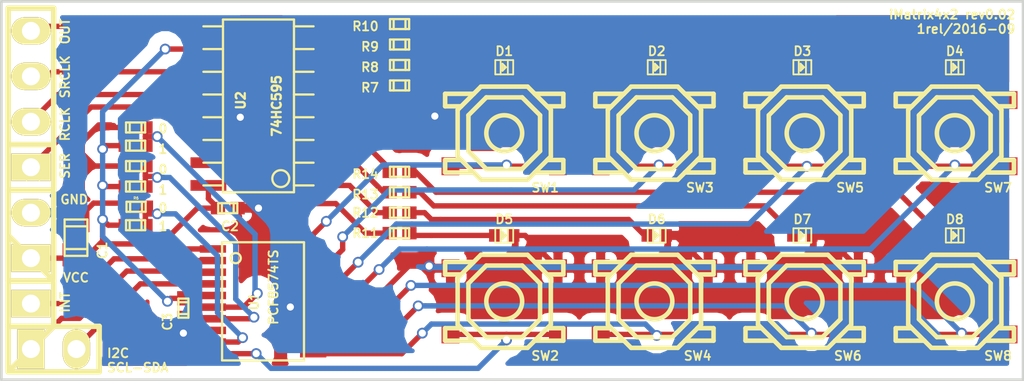
<source format=kicad_pcb>
(kicad_pcb (version 4) (host pcbnew 4.0.4-stable)

  (general
    (links 87)
    (no_connects 0)
    (area 127.8922 25.070999 189.665858 46.366501)
    (thickness 1.6)
    (drawings 20)
    (tracks 362)
    (zones 0)
    (modules 39)
    (nets 37)
  )

  (page A4)
  (title_block
    (title iMatrix)
    (date 2016-09-22)
    (rev 0.02)
    (company "1rel interactive")
  )

  (layers
    (0 F.Cu signal)
    (31 B.Cu signal)
    (32 B.Adhes user)
    (33 F.Adhes user)
    (34 B.Paste user)
    (35 F.Paste user)
    (36 B.SilkS user)
    (37 F.SilkS user)
    (38 B.Mask user)
    (39 F.Mask user)
    (40 Dwgs.User user)
    (41 Cmts.User user)
    (42 Eco1.User user)
    (43 Eco2.User user)
    (44 Edge.Cuts user)
    (45 Margin user)
    (46 B.CrtYd user)
    (47 F.CrtYd user)
    (48 B.Fab user)
    (49 F.Fab user)
  )

  (setup
    (last_trace_width 0.3)
    (trace_clearance 0.2)
    (zone_clearance 0.7)
    (zone_45_only no)
    (trace_min 0.2)
    (segment_width 0.2)
    (edge_width 0.15)
    (via_size 0.6)
    (via_drill 0.4)
    (via_min_size 0.4)
    (via_min_drill 0.3)
    (uvia_size 0.3)
    (uvia_drill 0.1)
    (uvias_allowed no)
    (uvia_min_size 0.2)
    (uvia_min_drill 0.1)
    (pcb_text_width 0.3)
    (pcb_text_size 1.5 1.5)
    (mod_edge_width 0.15)
    (mod_text_size 1 1)
    (mod_text_width 0.15)
    (pad_size 1.524 1.524)
    (pad_drill 0.762)
    (pad_to_mask_clearance 0.2)
    (aux_axis_origin 0 0)
    (visible_elements FFFFF77F)
    (pcbplotparams
      (layerselection 0x010f0_80000001)
      (usegerberextensions true)
      (excludeedgelayer true)
      (linewidth 0.100000)
      (plotframeref false)
      (viasonmask false)
      (mode 1)
      (useauxorigin false)
      (hpglpennumber 1)
      (hpglpenspeed 20)
      (hpglpendiameter 15)
      (hpglpenoverlay 2)
      (psnegative false)
      (psa4output false)
      (plotreference true)
      (plotvalue false)
      (plotinvisibletext false)
      (padsonsilk false)
      (subtractmaskfromsilk true)
      (outputformat 1)
      (mirror false)
      (drillshape 0)
      (scaleselection 1)
      (outputdirectory OUT/PCB/))
  )

  (net 0 "")
  (net 1 GND)
  (net 2 VCC)
  (net 3 "Net-(D1-Pad1)")
  (net 4 "Net-(D2-Pad1)")
  (net 5 "Net-(D3-Pad1)")
  (net 6 "Net-(D4-Pad1)")
  (net 7 "Net-(D5-Pad1)")
  (net 8 "Net-(D6-Pad1)")
  (net 9 "Net-(D7-Pad1)")
  (net 10 "Net-(D8-Pad1)")
  (net 11 BM_INT)
  (net 12 BM_SCL)
  (net 13 BM_SDA)
  (net 14 LM_SER)
  (net 15 LM_SRCLK)
  (net 16 LM_RCLK)
  (net 17 BM_ADDR0)
  (net 18 BM_ADDR1)
  (net 19 BM_ADDR2)
  (net 20 LM_L00)
  (net 21 LM_L10)
  (net 22 LM_L20)
  (net 23 LM_L30)
  (net 24 LM_L11)
  (net 25 BM_B00)
  (net 26 BM_B01)
  (net 27 BM_B10)
  (net 28 BM_B11)
  (net 29 BM_B20)
  (net 30 BM_B21)
  (net 31 BM_B30)
  (net 32 BM_B31)
  (net 33 LM_L01)
  (net 34 LM_L21)
  (net 35 LM_L31)
  (net 36 LM_OUT)

  (net_class Default "This is the default net class."
    (clearance 0.2)
    (trace_width 0.3)
    (via_dia 0.6)
    (via_drill 0.4)
    (uvia_dia 0.3)
    (uvia_drill 0.1)
    (add_net BM_ADDR0)
    (add_net BM_ADDR1)
    (add_net BM_ADDR2)
    (add_net BM_B00)
    (add_net BM_B01)
    (add_net BM_B10)
    (add_net BM_B11)
    (add_net BM_B20)
    (add_net BM_B21)
    (add_net BM_B30)
    (add_net BM_B31)
    (add_net BM_INT)
    (add_net BM_SCL)
    (add_net BM_SDA)
    (add_net GND)
    (add_net LM_L00)
    (add_net LM_L01)
    (add_net LM_L10)
    (add_net LM_L11)
    (add_net LM_L20)
    (add_net LM_L21)
    (add_net LM_L30)
    (add_net LM_L31)
    (add_net LM_OUT)
    (add_net LM_RCLK)
    (add_net LM_SER)
    (add_net LM_SRCLK)
    (add_net "Net-(D1-Pad1)")
    (add_net "Net-(D2-Pad1)")
    (add_net "Net-(D3-Pad1)")
    (add_net "Net-(D4-Pad1)")
    (add_net "Net-(D5-Pad1)")
    (add_net "Net-(D6-Pad1)")
    (add_net "Net-(D7-Pad1)")
    (add_net "Net-(D8-Pad1)")
    (add_net VCC)
  )

  (module w_switch:smd_push2 (layer F.Cu) (tedit 57C310C7) (tstamp 57C0B7CF)
    (at 158.877 32.512 180)
    (descr "SMD Pushbutton 2")
    (path /57E3D477)
    (autoplace_cost180 10)
    (fp_text reference SW1 (at -2.286 -3.048 180) (layer F.SilkS)
      (effects (font (size 0.49784 0.49784) (thickness 0.09906)))
    )
    (fp_text value DPST_mod0 (at 0 3.59918 180) (layer F.SilkS) hide
      (effects (font (size 1.143 1.27) (thickness 0.1524)))
    )
    (fp_line (start 2.4003 -1.50114) (end 3.29946 -1.50114) (layer F.SilkS) (width 0.254))
    (fp_line (start 3.29946 -1.50114) (end 3.29946 -2.19964) (layer F.SilkS) (width 0.254))
    (fp_line (start 3.29946 -2.19964) (end 1.69926 -2.19964) (layer F.SilkS) (width 0.254))
    (fp_line (start 1.69926 2.19964) (end 3.29946 2.19964) (layer F.SilkS) (width 0.254))
    (fp_line (start 3.29946 2.19964) (end 3.29946 1.50114) (layer F.SilkS) (width 0.254))
    (fp_line (start 3.29946 1.50114) (end 2.4003 1.50114) (layer F.SilkS) (width 0.254))
    (fp_line (start -3.29946 1.50114) (end -3.29946 2.19964) (layer F.SilkS) (width 0.254))
    (fp_line (start -3.29946 2.19964) (end -1.69926 2.19964) (layer F.SilkS) (width 0.254))
    (fp_line (start -3.29946 1.50114) (end -2.4003 1.50114) (layer F.SilkS) (width 0.254))
    (fp_line (start -1.69926 -2.19964) (end -3.29946 -2.19964) (layer F.SilkS) (width 0.254))
    (fp_line (start -3.29946 -2.19964) (end -3.29946 -1.50114) (layer F.SilkS) (width 0.254))
    (fp_line (start -3.29946 -1.50114) (end -2.4003 -1.50114) (layer F.SilkS) (width 0.254))
    (fp_line (start -1.99898 1.00076) (end -1.00076 1.99898) (layer F.SilkS) (width 0.254))
    (fp_line (start -1.00076 1.99898) (end 1.00076 1.99898) (layer F.SilkS) (width 0.254))
    (fp_line (start 1.00076 1.99898) (end 1.99898 1.00076) (layer F.SilkS) (width 0.254))
    (fp_line (start 1.99898 1.00076) (end 1.99898 -1.00076) (layer F.SilkS) (width 0.254))
    (fp_line (start 1.99898 -1.00076) (end 1.00076 -1.99898) (layer F.SilkS) (width 0.254))
    (fp_line (start 1.00076 -1.99898) (end -1.00076 -1.99898) (layer F.SilkS) (width 0.254))
    (fp_line (start -1.00076 -1.99898) (end -1.99898 -1.00076) (layer F.SilkS) (width 0.254))
    (fp_line (start -1.99898 -1.00076) (end -1.99898 1.00076) (layer F.SilkS) (width 0.254))
    (fp_line (start -1.30048 2.60096) (end 1.30048 2.60096) (layer F.SilkS) (width 0.254))
    (fp_line (start -2.60096 -1.30048) (end -2.60096 1.30048) (layer F.SilkS) (width 0.254))
    (fp_line (start 1.30048 2.60096) (end 2.60096 1.30048) (layer F.SilkS) (width 0.254))
    (fp_line (start 2.60096 1.30048) (end 2.60096 -1.30048) (layer F.SilkS) (width 0.254))
    (fp_line (start 2.60096 -1.30048) (end 1.30048 -2.60096) (layer F.SilkS) (width 0.254))
    (fp_line (start 1.30048 -2.60096) (end -1.30048 -2.60096) (layer F.SilkS) (width 0.254))
    (fp_line (start -2.60096 1.30048) (end -1.30048 2.60096) (layer F.SilkS) (width 0.254))
    (fp_line (start -1.30048 -2.60096) (end -2.60096 -1.30048) (layer F.SilkS) (width 0.254))
    (fp_circle (center 0 0) (end -1.00076 0) (layer F.SilkS) (width 0.254))
    (pad 1 smd rect (at -2.99974 -1.84912 180) (size 1.00076 1.00076) (layers F.Cu F.Paste F.Mask)
      (net 25 BM_B00))
    (pad 2 smd rect (at 2.99974 1.84912 180) (size 1.00076 1.00076) (layers F.Cu F.Paste F.Mask)
      (net 1 GND))
    (pad 3 smd rect (at -2.99974 1.84912 180) (size 1.00076 1.00076) (layers F.Cu F.Paste F.Mask)
      (net 1 GND))
    (pad 4 smd rect (at 2.99974 -1.84912 180) (size 1.00076 1.00076) (layers F.Cu F.Paste F.Mask)
      (net 25 BM_B00))
    (model walter/switch/smd_push2.wrl
      (at (xyz 0 0 0))
      (scale (xyz 1 1 1))
      (rotate (xyz 0 0 0))
    )
  )

  (module w_pin_strip:pin_strip_2 (layer F.Cu) (tedit 57E44EFF) (tstamp 57C0B764)
    (at 133.731 44.577)
    (descr "Pin strip 2pin")
    (tags "CONN DEV")
    (path /57C15B4A)
    (fp_text reference P2 (at 0.254 -2.032) (layer F.SilkS) hide
      (effects (font (size 0.50038 0.50038) (thickness 0.1)))
    )
    (fp_text value CONN_2 (at 0.254 -3.556) (layer F.SilkS) hide
      (effects (font (size 1.016 0.889) (thickness 0.2032)))
    )
    (fp_line (start -2.54 1.27) (end 0 -1.27) (layer F.SilkS) (width 0.3048))
    (fp_line (start 2.54 1.27) (end -2.54 1.27) (layer F.SilkS) (width 0.3048))
    (fp_line (start -2.54 -1.27) (end 2.54 -1.27) (layer F.SilkS) (width 0.3048))
    (fp_line (start -2.54 1.27) (end -2.54 -1.27) (layer F.SilkS) (width 0.3048))
    (fp_line (start 2.54 -1.27) (end 2.54 1.27) (layer F.SilkS) (width 0.3048))
    (pad 1 thru_hole rect (at -1.27 0) (size 1.524 2.19964) (drill 1.00076) (layers *.Cu *.Mask F.SilkS)
      (net 12 BM_SCL))
    (pad 2 thru_hole oval (at 1.27 0) (size 1.524 2.19964) (drill 1.00076) (layers *.Cu *.Mask F.SilkS)
      (net 13 BM_SDA))
    (model walter/pin_strip/pin_strip_2.wrl
      (at (xyz 0 0 0))
      (scale (xyz 1 1 1))
      (rotate (xyz 0 0 0))
    )
  )

  (module w_smd_cap:c_0805 (layer F.Cu) (tedit 57E45167) (tstamp 57C0B71D)
    (at 134.9756 38.354 90)
    (descr "SMT capacitor, 0805")
    (path /57C1876B)
    (fp_text reference C1 (at -0.7112 1.4732 270) (layer F.SilkS)
      (effects (font (size 0.50038 0.50038) (thickness 0.1)))
    )
    (fp_text value 1u (at 0 0.9906 90) (layer F.SilkS) hide
      (effects (font (size 0.29972 0.29972) (thickness 0.06096)))
    )
    (fp_line (start 0.635 -0.635) (end 0.635 0.635) (layer F.SilkS) (width 0.127))
    (fp_line (start -0.635 -0.635) (end -0.635 0.6096) (layer F.SilkS) (width 0.127))
    (fp_line (start -1.016 -0.635) (end 1.016 -0.635) (layer F.SilkS) (width 0.127))
    (fp_line (start 1.016 -0.635) (end 1.016 0.635) (layer F.SilkS) (width 0.127))
    (fp_line (start 1.016 0.635) (end -1.016 0.635) (layer F.SilkS) (width 0.127))
    (fp_line (start -1.016 0.635) (end -1.016 -0.635) (layer F.SilkS) (width 0.127))
    (pad 1 smd rect (at 0.9525 0 90) (size 1.30048 1.4986) (layers F.Cu F.Paste F.Mask)
      (net 1 GND))
    (pad 2 smd rect (at -0.9525 0 90) (size 1.30048 1.4986) (layers F.Cu F.Paste F.Mask)
      (net 2 VCC))
    (model walter/smd_cap/c_0805.wrl
      (at (xyz 0 0 0))
      (scale (xyz 1 1 1))
      (rotate (xyz 0 0 0))
    )
  )

  (module w_smd_cap:c_0402 (layer F.Cu) (tedit 57C31095) (tstamp 57C0B723)
    (at 143.4465 36.703)
    (descr "SMT capacitor, 0402")
    (path /57C37B99)
    (fp_text reference C2 (at 0.127 1.016) (layer F.SilkS)
      (effects (font (size 0.50038 0.50038) (thickness 0.1)))
    )
    (fp_text value 100n (at 0 0.4826) (layer F.SilkS) hide
      (effects (font (size 0.1524 0.1524) (thickness 0.03048)))
    )
    (fp_line (start 0.3302 -0.2794) (end 0.3302 0.2794) (layer F.SilkS) (width 0.127))
    (fp_line (start -0.3302 -0.2794) (end -0.3302 0.2794) (layer F.SilkS) (width 0.127))
    (fp_line (start -0.5334 -0.2794) (end -0.5334 0.2794) (layer F.SilkS) (width 0.127))
    (fp_line (start -0.5334 0.2794) (end 0.5334 0.2794) (layer F.SilkS) (width 0.127))
    (fp_line (start 0.5334 0.2794) (end 0.5334 -0.2794) (layer F.SilkS) (width 0.127))
    (fp_line (start 0.5334 -0.2794) (end -0.5334 -0.2794) (layer F.SilkS) (width 0.127))
    (pad 1 smd rect (at 0.54864 0) (size 0.8001 0.6985) (layers F.Cu F.Paste F.Mask)
      (net 1 GND))
    (pad 2 smd rect (at -0.54864 0) (size 0.8001 0.6985) (layers F.Cu F.Paste F.Mask)
      (net 2 VCC))
    (model walter/smd_cap/c_0402.wrl
      (at (xyz 0 0 0))
      (scale (xyz 1 1 1))
      (rotate (xyz 0 0 0))
    )
  )

  (module w_smd_cap:c_0402 (layer F.Cu) (tedit 57E4556D) (tstamp 57C0B729)
    (at 140.97 42.291 270)
    (descr "SMT capacitor, 0402")
    (path /57C363BE)
    (fp_text reference C3 (at 0.762 0.889 270) (layer F.SilkS)
      (effects (font (size 0.50038 0.50038) (thickness 0.1)))
    )
    (fp_text value 100n (at 0 0.4826 270) (layer F.SilkS) hide
      (effects (font (size 0.1524 0.1524) (thickness 0.03048)))
    )
    (fp_line (start 0.3302 -0.2794) (end 0.3302 0.2794) (layer F.SilkS) (width 0.127))
    (fp_line (start -0.3302 -0.2794) (end -0.3302 0.2794) (layer F.SilkS) (width 0.127))
    (fp_line (start -0.5334 -0.2794) (end -0.5334 0.2794) (layer F.SilkS) (width 0.127))
    (fp_line (start -0.5334 0.2794) (end 0.5334 0.2794) (layer F.SilkS) (width 0.127))
    (fp_line (start 0.5334 0.2794) (end 0.5334 -0.2794) (layer F.SilkS) (width 0.127))
    (fp_line (start 0.5334 -0.2794) (end -0.5334 -0.2794) (layer F.SilkS) (width 0.127))
    (pad 1 smd rect (at 0.54864 0 270) (size 0.8001 0.6985) (layers F.Cu F.Paste F.Mask)
      (net 1 GND))
    (pad 2 smd rect (at -0.54864 0 270) (size 0.8001 0.6985) (layers F.Cu F.Paste F.Mask)
      (net 2 VCC))
    (model walter/smd_cap/c_0402.wrl
      (at (xyz 0 0 0))
      (scale (xyz 1 1 1))
      (rotate (xyz 0 0 0))
    )
  )

  (module w_smd_leds:Led_0402 (layer F.Cu) (tedit 57E45353) (tstamp 57C0B72F)
    (at 158.877 28.829)
    (descr "SMD LED, 0402")
    (path /57C2A1AB)
    (fp_text reference D1 (at 0 -0.89916) (layer F.SilkS)
      (effects (font (size 0.50038 0.50038) (thickness 0.09906)))
    )
    (fp_text value LED (at 0 1.00076) (layer F.SilkS) hide
      (effects (font (size 0.49784 0.49784) (thickness 0.09906)))
    )
    (fp_line (start -0.20066 0.39878) (end -0.20066 -0.39878) (layer F.SilkS) (width 0.09906))
    (fp_line (start 0.20066 -0.39878) (end 0.20066 0.39878) (layer F.SilkS) (width 0.09906))
    (fp_line (start -0.50038 -0.39878) (end 0.50038 -0.39878) (layer F.SilkS) (width 0.09906))
    (fp_line (start 0.50038 -0.39878) (end 0.50038 0.39878) (layer F.SilkS) (width 0.09906))
    (fp_line (start 0.50038 0.39878) (end -0.50038 0.39878) (layer F.SilkS) (width 0.09906))
    (fp_line (start -0.50038 0.39878) (end -0.50038 -0.39878) (layer F.SilkS) (width 0.09906))
    (fp_line (start 0 0.09906) (end 0 -0.09906) (layer F.SilkS) (width 0.09906))
    (fp_line (start -0.09906 -0.20066) (end -0.09906 0.20066) (layer F.SilkS) (width 0.09906))
    (fp_line (start -0.09906 0.20066) (end 0.09906 0) (layer F.SilkS) (width 0.09906))
    (fp_line (start 0.09906 0) (end -0.09906 -0.20066) (layer F.SilkS) (width 0.09906))
    (pad 1 smd rect (at -0.54864 0) (size 0.5969 0.6985) (layers F.Cu F.Paste F.Mask)
      (net 3 "Net-(D1-Pad1)"))
    (pad 2 smd rect (at 0.54864 0) (size 0.5969 0.6985) (layers F.Cu F.Paste F.Mask)
      (net 1 GND))
    (model walter/smd_leds/led_0402.wrl
      (at (xyz 0 0 0))
      (scale (xyz 1 1 1))
      (rotate (xyz 0 0 0))
    )
  )

  (module w_smd_leds:Led_0402 (layer F.Cu) (tedit 57E45356) (tstamp 57C0B735)
    (at 167.386 28.829)
    (descr "SMD LED, 0402")
    (path /57C2A2AA)
    (fp_text reference D2 (at 0 -0.89916) (layer F.SilkS)
      (effects (font (size 0.50038 0.50038) (thickness 0.09906)))
    )
    (fp_text value LED (at 0 1.00076) (layer F.SilkS) hide
      (effects (font (size 0.49784 0.49784) (thickness 0.09906)))
    )
    (fp_line (start -0.20066 0.39878) (end -0.20066 -0.39878) (layer F.SilkS) (width 0.09906))
    (fp_line (start 0.20066 -0.39878) (end 0.20066 0.39878) (layer F.SilkS) (width 0.09906))
    (fp_line (start -0.50038 -0.39878) (end 0.50038 -0.39878) (layer F.SilkS) (width 0.09906))
    (fp_line (start 0.50038 -0.39878) (end 0.50038 0.39878) (layer F.SilkS) (width 0.09906))
    (fp_line (start 0.50038 0.39878) (end -0.50038 0.39878) (layer F.SilkS) (width 0.09906))
    (fp_line (start -0.50038 0.39878) (end -0.50038 -0.39878) (layer F.SilkS) (width 0.09906))
    (fp_line (start 0 0.09906) (end 0 -0.09906) (layer F.SilkS) (width 0.09906))
    (fp_line (start -0.09906 -0.20066) (end -0.09906 0.20066) (layer F.SilkS) (width 0.09906))
    (fp_line (start -0.09906 0.20066) (end 0.09906 0) (layer F.SilkS) (width 0.09906))
    (fp_line (start 0.09906 0) (end -0.09906 -0.20066) (layer F.SilkS) (width 0.09906))
    (pad 1 smd rect (at -0.54864 0) (size 0.5969 0.6985) (layers F.Cu F.Paste F.Mask)
      (net 4 "Net-(D2-Pad1)"))
    (pad 2 smd rect (at 0.54864 0) (size 0.5969 0.6985) (layers F.Cu F.Paste F.Mask)
      (net 1 GND))
    (model walter/smd_leds/led_0402.wrl
      (at (xyz 0 0 0))
      (scale (xyz 1 1 1))
      (rotate (xyz 0 0 0))
    )
  )

  (module w_smd_leds:Led_0402 (layer F.Cu) (tedit 57E4535C) (tstamp 57C0B73B)
    (at 175.514 28.829)
    (descr "SMD LED, 0402")
    (path /57C2A667)
    (fp_text reference D3 (at 0 -0.89916) (layer F.SilkS)
      (effects (font (size 0.50038 0.50038) (thickness 0.09906)))
    )
    (fp_text value LED (at 0 1.00076) (layer F.SilkS) hide
      (effects (font (size 0.49784 0.49784) (thickness 0.09906)))
    )
    (fp_line (start -0.20066 0.39878) (end -0.20066 -0.39878) (layer F.SilkS) (width 0.09906))
    (fp_line (start 0.20066 -0.39878) (end 0.20066 0.39878) (layer F.SilkS) (width 0.09906))
    (fp_line (start -0.50038 -0.39878) (end 0.50038 -0.39878) (layer F.SilkS) (width 0.09906))
    (fp_line (start 0.50038 -0.39878) (end 0.50038 0.39878) (layer F.SilkS) (width 0.09906))
    (fp_line (start 0.50038 0.39878) (end -0.50038 0.39878) (layer F.SilkS) (width 0.09906))
    (fp_line (start -0.50038 0.39878) (end -0.50038 -0.39878) (layer F.SilkS) (width 0.09906))
    (fp_line (start 0 0.09906) (end 0 -0.09906) (layer F.SilkS) (width 0.09906))
    (fp_line (start -0.09906 -0.20066) (end -0.09906 0.20066) (layer F.SilkS) (width 0.09906))
    (fp_line (start -0.09906 0.20066) (end 0.09906 0) (layer F.SilkS) (width 0.09906))
    (fp_line (start 0.09906 0) (end -0.09906 -0.20066) (layer F.SilkS) (width 0.09906))
    (pad 1 smd rect (at -0.54864 0) (size 0.5969 0.6985) (layers F.Cu F.Paste F.Mask)
      (net 5 "Net-(D3-Pad1)"))
    (pad 2 smd rect (at 0.54864 0) (size 0.5969 0.6985) (layers F.Cu F.Paste F.Mask)
      (net 1 GND))
    (model walter/smd_leds/led_0402.wrl
      (at (xyz 0 0 0))
      (scale (xyz 1 1 1))
      (rotate (xyz 0 0 0))
    )
  )

  (module w_smd_leds:Led_0402 (layer F.Cu) (tedit 57E45360) (tstamp 57C0B741)
    (at 184.023 28.829)
    (descr "SMD LED, 0402")
    (path /57C2B898)
    (fp_text reference D4 (at 0 -0.89916) (layer F.SilkS)
      (effects (font (size 0.50038 0.50038) (thickness 0.09906)))
    )
    (fp_text value LED (at 0 1.00076) (layer F.SilkS) hide
      (effects (font (size 0.49784 0.49784) (thickness 0.09906)))
    )
    (fp_line (start -0.20066 0.39878) (end -0.20066 -0.39878) (layer F.SilkS) (width 0.09906))
    (fp_line (start 0.20066 -0.39878) (end 0.20066 0.39878) (layer F.SilkS) (width 0.09906))
    (fp_line (start -0.50038 -0.39878) (end 0.50038 -0.39878) (layer F.SilkS) (width 0.09906))
    (fp_line (start 0.50038 -0.39878) (end 0.50038 0.39878) (layer F.SilkS) (width 0.09906))
    (fp_line (start 0.50038 0.39878) (end -0.50038 0.39878) (layer F.SilkS) (width 0.09906))
    (fp_line (start -0.50038 0.39878) (end -0.50038 -0.39878) (layer F.SilkS) (width 0.09906))
    (fp_line (start 0 0.09906) (end 0 -0.09906) (layer F.SilkS) (width 0.09906))
    (fp_line (start -0.09906 -0.20066) (end -0.09906 0.20066) (layer F.SilkS) (width 0.09906))
    (fp_line (start -0.09906 0.20066) (end 0.09906 0) (layer F.SilkS) (width 0.09906))
    (fp_line (start 0.09906 0) (end -0.09906 -0.20066) (layer F.SilkS) (width 0.09906))
    (pad 1 smd rect (at -0.54864 0) (size 0.5969 0.6985) (layers F.Cu F.Paste F.Mask)
      (net 6 "Net-(D4-Pad1)"))
    (pad 2 smd rect (at 0.54864 0) (size 0.5969 0.6985) (layers F.Cu F.Paste F.Mask)
      (net 1 GND))
    (model walter/smd_leds/led_0402.wrl
      (at (xyz 0 0 0))
      (scale (xyz 1 1 1))
      (rotate (xyz 0 0 0))
    )
  )

  (module w_smd_leds:Led_0402 (layer F.Cu) (tedit 57E45376) (tstamp 57C0B747)
    (at 158.877 38.227)
    (descr "SMD LED, 0402")
    (path /57C2C1B9)
    (fp_text reference D5 (at 0 -0.89916) (layer F.SilkS)
      (effects (font (size 0.50038 0.50038) (thickness 0.09906)))
    )
    (fp_text value LED (at 0 1.00076) (layer F.SilkS) hide
      (effects (font (size 0.49784 0.49784) (thickness 0.09906)))
    )
    (fp_line (start -0.20066 0.39878) (end -0.20066 -0.39878) (layer F.SilkS) (width 0.09906))
    (fp_line (start 0.20066 -0.39878) (end 0.20066 0.39878) (layer F.SilkS) (width 0.09906))
    (fp_line (start -0.50038 -0.39878) (end 0.50038 -0.39878) (layer F.SilkS) (width 0.09906))
    (fp_line (start 0.50038 -0.39878) (end 0.50038 0.39878) (layer F.SilkS) (width 0.09906))
    (fp_line (start 0.50038 0.39878) (end -0.50038 0.39878) (layer F.SilkS) (width 0.09906))
    (fp_line (start -0.50038 0.39878) (end -0.50038 -0.39878) (layer F.SilkS) (width 0.09906))
    (fp_line (start 0 0.09906) (end 0 -0.09906) (layer F.SilkS) (width 0.09906))
    (fp_line (start -0.09906 -0.20066) (end -0.09906 0.20066) (layer F.SilkS) (width 0.09906))
    (fp_line (start -0.09906 0.20066) (end 0.09906 0) (layer F.SilkS) (width 0.09906))
    (fp_line (start 0.09906 0) (end -0.09906 -0.20066) (layer F.SilkS) (width 0.09906))
    (pad 1 smd rect (at -0.54864 0) (size 0.5969 0.6985) (layers F.Cu F.Paste F.Mask)
      (net 7 "Net-(D5-Pad1)"))
    (pad 2 smd rect (at 0.54864 0) (size 0.5969 0.6985) (layers F.Cu F.Paste F.Mask)
      (net 1 GND))
    (model walter/smd_leds/led_0402.wrl
      (at (xyz 0 0 0))
      (scale (xyz 1 1 1))
      (rotate (xyz 0 0 0))
    )
  )

  (module w_smd_leds:Led_0402 (layer F.Cu) (tedit 57E45371) (tstamp 57C0B74D)
    (at 167.386 38.227)
    (descr "SMD LED, 0402")
    (path /57C2C1BF)
    (fp_text reference D6 (at 0 -0.89916) (layer F.SilkS)
      (effects (font (size 0.50038 0.50038) (thickness 0.09906)))
    )
    (fp_text value LED (at 0 1.00076) (layer F.SilkS) hide
      (effects (font (size 0.49784 0.49784) (thickness 0.09906)))
    )
    (fp_line (start -0.20066 0.39878) (end -0.20066 -0.39878) (layer F.SilkS) (width 0.09906))
    (fp_line (start 0.20066 -0.39878) (end 0.20066 0.39878) (layer F.SilkS) (width 0.09906))
    (fp_line (start -0.50038 -0.39878) (end 0.50038 -0.39878) (layer F.SilkS) (width 0.09906))
    (fp_line (start 0.50038 -0.39878) (end 0.50038 0.39878) (layer F.SilkS) (width 0.09906))
    (fp_line (start 0.50038 0.39878) (end -0.50038 0.39878) (layer F.SilkS) (width 0.09906))
    (fp_line (start -0.50038 0.39878) (end -0.50038 -0.39878) (layer F.SilkS) (width 0.09906))
    (fp_line (start 0 0.09906) (end 0 -0.09906) (layer F.SilkS) (width 0.09906))
    (fp_line (start -0.09906 -0.20066) (end -0.09906 0.20066) (layer F.SilkS) (width 0.09906))
    (fp_line (start -0.09906 0.20066) (end 0.09906 0) (layer F.SilkS) (width 0.09906))
    (fp_line (start 0.09906 0) (end -0.09906 -0.20066) (layer F.SilkS) (width 0.09906))
    (pad 1 smd rect (at -0.54864 0) (size 0.5969 0.6985) (layers F.Cu F.Paste F.Mask)
      (net 8 "Net-(D6-Pad1)"))
    (pad 2 smd rect (at 0.54864 0) (size 0.5969 0.6985) (layers F.Cu F.Paste F.Mask)
      (net 1 GND))
    (model walter/smd_leds/led_0402.wrl
      (at (xyz 0 0 0))
      (scale (xyz 1 1 1))
      (rotate (xyz 0 0 0))
    )
  )

  (module w_smd_leds:Led_0402 (layer F.Cu) (tedit 57E4536B) (tstamp 57C0B753)
    (at 175.514 38.227)
    (descr "SMD LED, 0402")
    (path /57C2C1C5)
    (fp_text reference D7 (at 0 -0.89916) (layer F.SilkS)
      (effects (font (size 0.50038 0.50038) (thickness 0.09906)))
    )
    (fp_text value LED (at 0 1.00076) (layer F.SilkS) hide
      (effects (font (size 0.49784 0.49784) (thickness 0.09906)))
    )
    (fp_line (start -0.20066 0.39878) (end -0.20066 -0.39878) (layer F.SilkS) (width 0.09906))
    (fp_line (start 0.20066 -0.39878) (end 0.20066 0.39878) (layer F.SilkS) (width 0.09906))
    (fp_line (start -0.50038 -0.39878) (end 0.50038 -0.39878) (layer F.SilkS) (width 0.09906))
    (fp_line (start 0.50038 -0.39878) (end 0.50038 0.39878) (layer F.SilkS) (width 0.09906))
    (fp_line (start 0.50038 0.39878) (end -0.50038 0.39878) (layer F.SilkS) (width 0.09906))
    (fp_line (start -0.50038 0.39878) (end -0.50038 -0.39878) (layer F.SilkS) (width 0.09906))
    (fp_line (start 0 0.09906) (end 0 -0.09906) (layer F.SilkS) (width 0.09906))
    (fp_line (start -0.09906 -0.20066) (end -0.09906 0.20066) (layer F.SilkS) (width 0.09906))
    (fp_line (start -0.09906 0.20066) (end 0.09906 0) (layer F.SilkS) (width 0.09906))
    (fp_line (start 0.09906 0) (end -0.09906 -0.20066) (layer F.SilkS) (width 0.09906))
    (pad 1 smd rect (at -0.54864 0) (size 0.5969 0.6985) (layers F.Cu F.Paste F.Mask)
      (net 9 "Net-(D7-Pad1)"))
    (pad 2 smd rect (at 0.54864 0) (size 0.5969 0.6985) (layers F.Cu F.Paste F.Mask)
      (net 1 GND))
    (model walter/smd_leds/led_0402.wrl
      (at (xyz 0 0 0))
      (scale (xyz 1 1 1))
      (rotate (xyz 0 0 0))
    )
  )

  (module w_smd_leds:Led_0402 (layer F.Cu) (tedit 57E45367) (tstamp 57C0B759)
    (at 184.023 38.227)
    (descr "SMD LED, 0402")
    (path /57C2C1E0)
    (fp_text reference D8 (at 0 -0.89916) (layer F.SilkS)
      (effects (font (size 0.50038 0.50038) (thickness 0.09906)))
    )
    (fp_text value LED (at 0 1.00076) (layer F.SilkS) hide
      (effects (font (size 0.49784 0.49784) (thickness 0.09906)))
    )
    (fp_line (start -0.20066 0.39878) (end -0.20066 -0.39878) (layer F.SilkS) (width 0.09906))
    (fp_line (start 0.20066 -0.39878) (end 0.20066 0.39878) (layer F.SilkS) (width 0.09906))
    (fp_line (start -0.50038 -0.39878) (end 0.50038 -0.39878) (layer F.SilkS) (width 0.09906))
    (fp_line (start 0.50038 -0.39878) (end 0.50038 0.39878) (layer F.SilkS) (width 0.09906))
    (fp_line (start 0.50038 0.39878) (end -0.50038 0.39878) (layer F.SilkS) (width 0.09906))
    (fp_line (start -0.50038 0.39878) (end -0.50038 -0.39878) (layer F.SilkS) (width 0.09906))
    (fp_line (start 0 0.09906) (end 0 -0.09906) (layer F.SilkS) (width 0.09906))
    (fp_line (start -0.09906 -0.20066) (end -0.09906 0.20066) (layer F.SilkS) (width 0.09906))
    (fp_line (start -0.09906 0.20066) (end 0.09906 0) (layer F.SilkS) (width 0.09906))
    (fp_line (start 0.09906 0) (end -0.09906 -0.20066) (layer F.SilkS) (width 0.09906))
    (pad 1 smd rect (at -0.54864 0) (size 0.5969 0.6985) (layers F.Cu F.Paste F.Mask)
      (net 10 "Net-(D8-Pad1)"))
    (pad 2 smd rect (at 0.54864 0) (size 0.5969 0.6985) (layers F.Cu F.Paste F.Mask)
      (net 1 GND))
    (model walter/smd_leds/led_0402.wrl
      (at (xyz 0 0 0))
      (scale (xyz 1 1 1))
      (rotate (xyz 0 0 0))
    )
  )

  (module w_pin_strip:pin_socket_1 (layer F.Cu) (tedit 57E44EFA) (tstamp 57C0B75E)
    (at 132.461 42.037 270)
    (descr "Pin socket 1pin")
    (tags "CONN DEV")
    (path /57C168BD)
    (fp_text reference P1 (at 0.127 2.032 270) (layer F.SilkS) hide
      (effects (font (size 0.50038 0.50038) (thickness 0.1)))
    )
    (fp_text value CONN_1 (at 0.254 -3.556 270) (layer F.SilkS) hide
      (effects (font (size 1.016 0.889) (thickness 0.2032)))
    )
    (fp_line (start 1.27 1.27) (end -1.27 1.27) (layer F.SilkS) (width 0.3048))
    (fp_line (start -1.27 -1.27) (end 1.27 -1.27) (layer F.SilkS) (width 0.3048))
    (fp_line (start -1.27 1.27) (end -1.27 -1.27) (layer F.SilkS) (width 0.3048))
    (fp_line (start 1.27 -1.27) (end 1.27 1.27) (layer F.SilkS) (width 0.3048))
    (pad 1 thru_hole rect (at 0 0 270) (size 1.524 2.19964) (drill 1.00076) (layers *.Cu *.Mask F.SilkS)
      (net 11 BM_INT))
    (model walter/pin_strip/pin_socket_1.wrl
      (at (xyz 0 0 0))
      (scale (xyz 1 1 1))
      (rotate (xyz 0 0 0))
    )
  )

  (module w_pin_strip:pin_strip_2 (layer F.Cu) (tedit 57C31B08) (tstamp 57C0B773)
    (at 132.461 38.227 90)
    (descr "Pin strip 2pin")
    (tags "CONN DEV")
    (path /57C16086)
    (fp_text reference P4 (at 3.302 0.127 180) (layer F.SilkS)
      (effects (font (size 0.50038 0.50038) (thickness 0.1)))
    )
    (fp_text value CONN_2 (at 0.254 -3.556 90) (layer F.SilkS) hide
      (effects (font (size 1.016 0.889) (thickness 0.2032)))
    )
    (fp_line (start -2.54 1.27) (end 0 -1.27) (layer F.SilkS) (width 0.3048))
    (fp_line (start 2.54 1.27) (end -2.54 1.27) (layer F.SilkS) (width 0.3048))
    (fp_line (start -2.54 -1.27) (end 2.54 -1.27) (layer F.SilkS) (width 0.3048))
    (fp_line (start -2.54 1.27) (end -2.54 -1.27) (layer F.SilkS) (width 0.3048))
    (fp_line (start 2.54 -1.27) (end 2.54 1.27) (layer F.SilkS) (width 0.3048))
    (pad 1 thru_hole rect (at -1.27 0 90) (size 1.524 2.19964) (drill 1.00076) (layers *.Cu *.Mask F.SilkS)
      (net 2 VCC))
    (pad 2 thru_hole oval (at 1.27 0 90) (size 1.524 2.19964) (drill 1.00076) (layers *.Cu *.Mask F.SilkS)
      (net 1 GND))
    (model walter/pin_strip/pin_strip_2.wrl
      (at (xyz 0 0 0))
      (scale (xyz 1 1 1))
      (rotate (xyz 0 0 0))
    )
  )

  (module w_smd_resistors:r_0402 (layer F.Cu) (tedit 57C33745) (tstamp 57C0B779)
    (at 138.303 33.2105)
    (descr "SMT resistor, 0402")
    (path /57C24F0F)
    (fp_text reference R1 (at 0 -0.4826) (layer F.SilkS) hide
      (effects (font (size 0.1524 0.1524) (thickness 0.03048)))
    )
    (fp_text value 0R (at 0 0.4826) (layer F.SilkS) hide
      (effects (font (size 0.1524 0.1524) (thickness 0.03048)))
    )
    (fp_line (start 0.3302 -0.2794) (end 0.3302 0.2794) (layer F.SilkS) (width 0.127))
    (fp_line (start -0.3302 -0.2794) (end -0.3302 0.2794) (layer F.SilkS) (width 0.127))
    (fp_line (start -0.5334 -0.2794) (end -0.5334 0.2794) (layer F.SilkS) (width 0.127))
    (fp_line (start -0.5334 0.2794) (end 0.5334 0.2794) (layer F.SilkS) (width 0.127))
    (fp_line (start 0.5334 0.2794) (end 0.5334 -0.2794) (layer F.SilkS) (width 0.127))
    (fp_line (start 0.5334 -0.2794) (end -0.5334 -0.2794) (layer F.SilkS) (width 0.127))
    (pad 1 smd rect (at 0.54864 0) (size 0.8001 0.6985) (layers F.Cu F.Paste F.Mask)
      (net 17 BM_ADDR0))
    (pad 2 smd rect (at -0.54864 0) (size 0.8001 0.6985) (layers F.Cu F.Paste F.Mask)
      (net 2 VCC))
    (model walter/smd_resistors/r_0402.wrl
      (at (xyz 0 0 0))
      (scale (xyz 1 1 1))
      (rotate (xyz 0 0 0))
    )
  )

  (module w_smd_resistors:r_0402 (layer F.Cu) (tedit 57C3373B) (tstamp 57C0B77F)
    (at 138.303 32.1945)
    (descr "SMT resistor, 0402")
    (path /57C24ECD)
    (fp_text reference R2 (at 0 -0.4826) (layer F.SilkS) hide
      (effects (font (size 0.1524 0.1524) (thickness 0.03048)))
    )
    (fp_text value 0R (at 0 0.4826) (layer F.SilkS) hide
      (effects (font (size 0.1524 0.1524) (thickness 0.03048)))
    )
    (fp_line (start 0.3302 -0.2794) (end 0.3302 0.2794) (layer F.SilkS) (width 0.127))
    (fp_line (start -0.3302 -0.2794) (end -0.3302 0.2794) (layer F.SilkS) (width 0.127))
    (fp_line (start -0.5334 -0.2794) (end -0.5334 0.2794) (layer F.SilkS) (width 0.127))
    (fp_line (start -0.5334 0.2794) (end 0.5334 0.2794) (layer F.SilkS) (width 0.127))
    (fp_line (start 0.5334 0.2794) (end 0.5334 -0.2794) (layer F.SilkS) (width 0.127))
    (fp_line (start 0.5334 -0.2794) (end -0.5334 -0.2794) (layer F.SilkS) (width 0.127))
    (pad 1 smd rect (at 0.54864 0) (size 0.8001 0.6985) (layers F.Cu F.Paste F.Mask)
      (net 17 BM_ADDR0))
    (pad 2 smd rect (at -0.54864 0) (size 0.8001 0.6985) (layers F.Cu F.Paste F.Mask)
      (net 1 GND))
    (model walter/smd_resistors/r_0402.wrl
      (at (xyz 0 0 0))
      (scale (xyz 1 1 1))
      (rotate (xyz 0 0 0))
    )
  )

  (module w_smd_resistors:r_0402 (layer F.Cu) (tedit 57C3374A) (tstamp 57C0B785)
    (at 138.303 35.4965)
    (descr "SMT resistor, 0402")
    (path /57C24E8E)
    (fp_text reference R3 (at 0 -0.4826 90) (layer F.SilkS) hide
      (effects (font (size 0.1524 0.1524) (thickness 0.03048)))
    )
    (fp_text value 0R (at 0 0.4826) (layer F.SilkS) hide
      (effects (font (size 0.1524 0.1524) (thickness 0.03048)))
    )
    (fp_line (start 0.3302 -0.2794) (end 0.3302 0.2794) (layer F.SilkS) (width 0.127))
    (fp_line (start -0.3302 -0.2794) (end -0.3302 0.2794) (layer F.SilkS) (width 0.127))
    (fp_line (start -0.5334 -0.2794) (end -0.5334 0.2794) (layer F.SilkS) (width 0.127))
    (fp_line (start -0.5334 0.2794) (end 0.5334 0.2794) (layer F.SilkS) (width 0.127))
    (fp_line (start 0.5334 0.2794) (end 0.5334 -0.2794) (layer F.SilkS) (width 0.127))
    (fp_line (start 0.5334 -0.2794) (end -0.5334 -0.2794) (layer F.SilkS) (width 0.127))
    (pad 1 smd rect (at 0.54864 0) (size 0.8001 0.6985) (layers F.Cu F.Paste F.Mask)
      (net 18 BM_ADDR1))
    (pad 2 smd rect (at -0.54864 0) (size 0.8001 0.6985) (layers F.Cu F.Paste F.Mask)
      (net 2 VCC))
    (model walter/smd_resistors/r_0402.wrl
      (at (xyz 0 0 0))
      (scale (xyz 1 1 1))
      (rotate (xyz 0 0 0))
    )
  )

  (module w_smd_resistors:r_0402 (layer F.Cu) (tedit 57C33747) (tstamp 57C0B78B)
    (at 138.303 34.3535)
    (descr "SMT resistor, 0402")
    (path /57C24E4E)
    (fp_text reference R4 (at 0 -0.4826) (layer F.SilkS) hide
      (effects (font (size 0.1524 0.1524) (thickness 0.03048)))
    )
    (fp_text value 0R (at 0 0.4826) (layer F.SilkS) hide
      (effects (font (size 0.1524 0.1524) (thickness 0.03048)))
    )
    (fp_line (start 0.3302 -0.2794) (end 0.3302 0.2794) (layer F.SilkS) (width 0.127))
    (fp_line (start -0.3302 -0.2794) (end -0.3302 0.2794) (layer F.SilkS) (width 0.127))
    (fp_line (start -0.5334 -0.2794) (end -0.5334 0.2794) (layer F.SilkS) (width 0.127))
    (fp_line (start -0.5334 0.2794) (end 0.5334 0.2794) (layer F.SilkS) (width 0.127))
    (fp_line (start 0.5334 0.2794) (end 0.5334 -0.2794) (layer F.SilkS) (width 0.127))
    (fp_line (start 0.5334 -0.2794) (end -0.5334 -0.2794) (layer F.SilkS) (width 0.127))
    (pad 1 smd rect (at 0.54864 0) (size 0.8001 0.6985) (layers F.Cu F.Paste F.Mask)
      (net 18 BM_ADDR1))
    (pad 2 smd rect (at -0.54864 0) (size 0.8001 0.6985) (layers F.Cu F.Paste F.Mask)
      (net 1 GND))
    (model walter/smd_resistors/r_0402.wrl
      (at (xyz 0 0 0))
      (scale (xyz 1 1 1))
      (rotate (xyz 0 0 0))
    )
  )

  (module w_smd_resistors:r_0402 (layer F.Cu) (tedit 57C33752) (tstamp 57C0B791)
    (at 138.303 37.6555)
    (descr "SMT resistor, 0402")
    (path /57C245EB)
    (fp_text reference R5 (at 0 -0.4826) (layer F.SilkS) hide
      (effects (font (size 0.1524 0.1524) (thickness 0.03048)))
    )
    (fp_text value 0R (at 0 0.4826) (layer F.SilkS) hide
      (effects (font (size 0.1524 0.1524) (thickness 0.03048)))
    )
    (fp_line (start 0.3302 -0.2794) (end 0.3302 0.2794) (layer F.SilkS) (width 0.127))
    (fp_line (start -0.3302 -0.2794) (end -0.3302 0.2794) (layer F.SilkS) (width 0.127))
    (fp_line (start -0.5334 -0.2794) (end -0.5334 0.2794) (layer F.SilkS) (width 0.127))
    (fp_line (start -0.5334 0.2794) (end 0.5334 0.2794) (layer F.SilkS) (width 0.127))
    (fp_line (start 0.5334 0.2794) (end 0.5334 -0.2794) (layer F.SilkS) (width 0.127))
    (fp_line (start 0.5334 -0.2794) (end -0.5334 -0.2794) (layer F.SilkS) (width 0.127))
    (pad 1 smd rect (at 0.54864 0) (size 0.8001 0.6985) (layers F.Cu F.Paste F.Mask)
      (net 19 BM_ADDR2))
    (pad 2 smd rect (at -0.54864 0) (size 0.8001 0.6985) (layers F.Cu F.Paste F.Mask)
      (net 2 VCC))
    (model walter/smd_resistors/r_0402.wrl
      (at (xyz 0 0 0))
      (scale (xyz 1 1 1))
      (rotate (xyz 0 0 0))
    )
  )

  (module w_smd_resistors:r_0402 (layer F.Cu) (tedit 57E45315) (tstamp 57C0B79D)
    (at 153.035 29.845 180)
    (descr "SMT resistor, 0402")
    (path /57C2AE6F)
    (fp_text reference R7 (at 1.651 -0.127 180) (layer F.SilkS)
      (effects (font (size 0.50038 0.50038) (thickness 0.1)))
    )
    (fp_text value 220R (at 0 0.4826 180) (layer F.SilkS) hide
      (effects (font (size 0.1524 0.1524) (thickness 0.03048)))
    )
    (fp_line (start 0.3302 -0.2794) (end 0.3302 0.2794) (layer F.SilkS) (width 0.127))
    (fp_line (start -0.3302 -0.2794) (end -0.3302 0.2794) (layer F.SilkS) (width 0.127))
    (fp_line (start -0.5334 -0.2794) (end -0.5334 0.2794) (layer F.SilkS) (width 0.127))
    (fp_line (start -0.5334 0.2794) (end 0.5334 0.2794) (layer F.SilkS) (width 0.127))
    (fp_line (start 0.5334 0.2794) (end 0.5334 -0.2794) (layer F.SilkS) (width 0.127))
    (fp_line (start 0.5334 -0.2794) (end -0.5334 -0.2794) (layer F.SilkS) (width 0.127))
    (pad 1 smd rect (at 0.54864 0 180) (size 0.8001 0.6985) (layers F.Cu F.Paste F.Mask)
      (net 20 LM_L00))
    (pad 2 smd rect (at -0.54864 0 180) (size 0.8001 0.6985) (layers F.Cu F.Paste F.Mask)
      (net 3 "Net-(D1-Pad1)"))
    (model walter/smd_resistors/r_0402.wrl
      (at (xyz 0 0 0))
      (scale (xyz 1 1 1))
      (rotate (xyz 0 0 0))
    )
  )

  (module w_smd_resistors:r_0402 (layer F.Cu) (tedit 57E45310) (tstamp 57C0B7A3)
    (at 153.035 28.702 180)
    (descr "SMT resistor, 0402")
    (path /57C2D82A)
    (fp_text reference R8 (at 1.651 -0.127 180) (layer F.SilkS)
      (effects (font (size 0.50038 0.50038) (thickness 0.1)))
    )
    (fp_text value 220R (at 0 0.4826 180) (layer F.SilkS) hide
      (effects (font (size 0.1524 0.1524) (thickness 0.03048)))
    )
    (fp_line (start 0.3302 -0.2794) (end 0.3302 0.2794) (layer F.SilkS) (width 0.127))
    (fp_line (start -0.3302 -0.2794) (end -0.3302 0.2794) (layer F.SilkS) (width 0.127))
    (fp_line (start -0.5334 -0.2794) (end -0.5334 0.2794) (layer F.SilkS) (width 0.127))
    (fp_line (start -0.5334 0.2794) (end 0.5334 0.2794) (layer F.SilkS) (width 0.127))
    (fp_line (start 0.5334 0.2794) (end 0.5334 -0.2794) (layer F.SilkS) (width 0.127))
    (fp_line (start 0.5334 -0.2794) (end -0.5334 -0.2794) (layer F.SilkS) (width 0.127))
    (pad 1 smd rect (at 0.54864 0 180) (size 0.8001 0.6985) (layers F.Cu F.Paste F.Mask)
      (net 21 LM_L10))
    (pad 2 smd rect (at -0.54864 0 180) (size 0.8001 0.6985) (layers F.Cu F.Paste F.Mask)
      (net 4 "Net-(D2-Pad1)"))
    (model walter/smd_resistors/r_0402.wrl
      (at (xyz 0 0 0))
      (scale (xyz 1 1 1))
      (rotate (xyz 0 0 0))
    )
  )

  (module w_smd_resistors:r_0402 (layer F.Cu) (tedit 57E4530E) (tstamp 57C0B7A9)
    (at 153.035 27.559 180)
    (descr "SMT resistor, 0402")
    (path /57C2D8AE)
    (fp_text reference R9 (at 1.651 -0.127 180) (layer F.SilkS)
      (effects (font (size 0.50038 0.50038) (thickness 0.1)))
    )
    (fp_text value 220R (at 0 0.4826 180) (layer F.SilkS) hide
      (effects (font (size 0.1524 0.1524) (thickness 0.03048)))
    )
    (fp_line (start 0.3302 -0.2794) (end 0.3302 0.2794) (layer F.SilkS) (width 0.127))
    (fp_line (start -0.3302 -0.2794) (end -0.3302 0.2794) (layer F.SilkS) (width 0.127))
    (fp_line (start -0.5334 -0.2794) (end -0.5334 0.2794) (layer F.SilkS) (width 0.127))
    (fp_line (start -0.5334 0.2794) (end 0.5334 0.2794) (layer F.SilkS) (width 0.127))
    (fp_line (start 0.5334 0.2794) (end 0.5334 -0.2794) (layer F.SilkS) (width 0.127))
    (fp_line (start 0.5334 -0.2794) (end -0.5334 -0.2794) (layer F.SilkS) (width 0.127))
    (pad 1 smd rect (at 0.54864 0 180) (size 0.8001 0.6985) (layers F.Cu F.Paste F.Mask)
      (net 22 LM_L20))
    (pad 2 smd rect (at -0.54864 0 180) (size 0.8001 0.6985) (layers F.Cu F.Paste F.Mask)
      (net 5 "Net-(D3-Pad1)"))
    (model walter/smd_resistors/r_0402.wrl
      (at (xyz 0 0 0))
      (scale (xyz 1 1 1))
      (rotate (xyz 0 0 0))
    )
  )

  (module w_smd_resistors:r_0402 (layer F.Cu) (tedit 57E4530B) (tstamp 57C0B7AF)
    (at 153.035 26.416 180)
    (descr "SMT resistor, 0402")
    (path /57C2D986)
    (fp_text reference R10 (at 1.905 -0.127 180) (layer F.SilkS)
      (effects (font (size 0.50038 0.50038) (thickness 0.1)))
    )
    (fp_text value 220R (at 0 0.4826 180) (layer F.SilkS) hide
      (effects (font (size 0.1524 0.1524) (thickness 0.03048)))
    )
    (fp_line (start 0.3302 -0.2794) (end 0.3302 0.2794) (layer F.SilkS) (width 0.127))
    (fp_line (start -0.3302 -0.2794) (end -0.3302 0.2794) (layer F.SilkS) (width 0.127))
    (fp_line (start -0.5334 -0.2794) (end -0.5334 0.2794) (layer F.SilkS) (width 0.127))
    (fp_line (start -0.5334 0.2794) (end 0.5334 0.2794) (layer F.SilkS) (width 0.127))
    (fp_line (start 0.5334 0.2794) (end 0.5334 -0.2794) (layer F.SilkS) (width 0.127))
    (fp_line (start 0.5334 -0.2794) (end -0.5334 -0.2794) (layer F.SilkS) (width 0.127))
    (pad 1 smd rect (at 0.54864 0 180) (size 0.8001 0.6985) (layers F.Cu F.Paste F.Mask)
      (net 23 LM_L30))
    (pad 2 smd rect (at -0.54864 0 180) (size 0.8001 0.6985) (layers F.Cu F.Paste F.Mask)
      (net 6 "Net-(D4-Pad1)"))
    (model walter/smd_resistors/r_0402.wrl
      (at (xyz 0 0 0))
      (scale (xyz 1 1 1))
      (rotate (xyz 0 0 0))
    )
  )

  (module w_smd_resistors:r_0402 (layer F.Cu) (tedit 57E4532A) (tstamp 57C0B7B5)
    (at 153.035 38.1 180)
    (descr "SMT resistor, 0402")
    (path /57C2DC65)
    (fp_text reference R11 (at 1.905 0 180) (layer F.SilkS)
      (effects (font (size 0.50038 0.50038) (thickness 0.1)))
    )
    (fp_text value 220R (at 0 0.4826 180) (layer F.SilkS) hide
      (effects (font (size 0.1524 0.1524) (thickness 0.03048)))
    )
    (fp_line (start 0.3302 -0.2794) (end 0.3302 0.2794) (layer F.SilkS) (width 0.127))
    (fp_line (start -0.3302 -0.2794) (end -0.3302 0.2794) (layer F.SilkS) (width 0.127))
    (fp_line (start -0.5334 -0.2794) (end -0.5334 0.2794) (layer F.SilkS) (width 0.127))
    (fp_line (start -0.5334 0.2794) (end 0.5334 0.2794) (layer F.SilkS) (width 0.127))
    (fp_line (start 0.5334 0.2794) (end 0.5334 -0.2794) (layer F.SilkS) (width 0.127))
    (fp_line (start 0.5334 -0.2794) (end -0.5334 -0.2794) (layer F.SilkS) (width 0.127))
    (pad 1 smd rect (at 0.54864 0 180) (size 0.8001 0.6985) (layers F.Cu F.Paste F.Mask)
      (net 33 LM_L01))
    (pad 2 smd rect (at -0.54864 0 180) (size 0.8001 0.6985) (layers F.Cu F.Paste F.Mask)
      (net 7 "Net-(D5-Pad1)"))
    (model walter/smd_resistors/r_0402.wrl
      (at (xyz 0 0 0))
      (scale (xyz 1 1 1))
      (rotate (xyz 0 0 0))
    )
  )

  (module w_smd_resistors:r_0402 (layer F.Cu) (tedit 57E45321) (tstamp 57C0B7BB)
    (at 153.035 36.957 180)
    (descr "SMT resistor, 0402")
    (path /57C2DC6B)
    (fp_text reference R12 (at 1.905 0 180) (layer F.SilkS)
      (effects (font (size 0.50038 0.50038) (thickness 0.1)))
    )
    (fp_text value 220R (at 0 0.4826 180) (layer F.SilkS) hide
      (effects (font (size 0.1524 0.1524) (thickness 0.03048)))
    )
    (fp_line (start 0.3302 -0.2794) (end 0.3302 0.2794) (layer F.SilkS) (width 0.127))
    (fp_line (start -0.3302 -0.2794) (end -0.3302 0.2794) (layer F.SilkS) (width 0.127))
    (fp_line (start -0.5334 -0.2794) (end -0.5334 0.2794) (layer F.SilkS) (width 0.127))
    (fp_line (start -0.5334 0.2794) (end 0.5334 0.2794) (layer F.SilkS) (width 0.127))
    (fp_line (start 0.5334 0.2794) (end 0.5334 -0.2794) (layer F.SilkS) (width 0.127))
    (fp_line (start 0.5334 -0.2794) (end -0.5334 -0.2794) (layer F.SilkS) (width 0.127))
    (pad 1 smd rect (at 0.54864 0 180) (size 0.8001 0.6985) (layers F.Cu F.Paste F.Mask)
      (net 24 LM_L11))
    (pad 2 smd rect (at -0.54864 0 180) (size 0.8001 0.6985) (layers F.Cu F.Paste F.Mask)
      (net 8 "Net-(D6-Pad1)"))
    (model walter/smd_resistors/r_0402.wrl
      (at (xyz 0 0 0))
      (scale (xyz 1 1 1))
      (rotate (xyz 0 0 0))
    )
  )

  (module w_smd_resistors:r_0402 (layer F.Cu) (tedit 57E4531E) (tstamp 57C0B7C1)
    (at 153.035 35.814 180)
    (descr "SMT resistor, 0402")
    (path /57C2DC71)
    (fp_text reference R13 (at 1.905 -0.127 180) (layer F.SilkS)
      (effects (font (size 0.50038 0.50038) (thickness 0.1)))
    )
    (fp_text value 220R (at 0 0.4826 180) (layer F.SilkS) hide
      (effects (font (size 0.1524 0.1524) (thickness 0.03048)))
    )
    (fp_line (start 0.3302 -0.2794) (end 0.3302 0.2794) (layer F.SilkS) (width 0.127))
    (fp_line (start -0.3302 -0.2794) (end -0.3302 0.2794) (layer F.SilkS) (width 0.127))
    (fp_line (start -0.5334 -0.2794) (end -0.5334 0.2794) (layer F.SilkS) (width 0.127))
    (fp_line (start -0.5334 0.2794) (end 0.5334 0.2794) (layer F.SilkS) (width 0.127))
    (fp_line (start 0.5334 0.2794) (end 0.5334 -0.2794) (layer F.SilkS) (width 0.127))
    (fp_line (start 0.5334 -0.2794) (end -0.5334 -0.2794) (layer F.SilkS) (width 0.127))
    (pad 1 smd rect (at 0.54864 0 180) (size 0.8001 0.6985) (layers F.Cu F.Paste F.Mask)
      (net 34 LM_L21))
    (pad 2 smd rect (at -0.54864 0 180) (size 0.8001 0.6985) (layers F.Cu F.Paste F.Mask)
      (net 9 "Net-(D7-Pad1)"))
    (model walter/smd_resistors/r_0402.wrl
      (at (xyz 0 0 0))
      (scale (xyz 1 1 1))
      (rotate (xyz 0 0 0))
    )
  )

  (module w_smd_resistors:r_0402 (layer F.Cu) (tedit 57E4531D) (tstamp 57C0B7C7)
    (at 153.035 34.671 180)
    (descr "SMT resistor, 0402")
    (path /57C2DC77)
    (fp_text reference R14 (at 1.905 -0.127 180) (layer F.SilkS)
      (effects (font (size 0.50038 0.50038) (thickness 0.1)))
    )
    (fp_text value 220R (at 0 0.4826 180) (layer F.SilkS) hide
      (effects (font (size 0.1524 0.1524) (thickness 0.03048)))
    )
    (fp_line (start 0.3302 -0.2794) (end 0.3302 0.2794) (layer F.SilkS) (width 0.127))
    (fp_line (start -0.3302 -0.2794) (end -0.3302 0.2794) (layer F.SilkS) (width 0.127))
    (fp_line (start -0.5334 -0.2794) (end -0.5334 0.2794) (layer F.SilkS) (width 0.127))
    (fp_line (start -0.5334 0.2794) (end 0.5334 0.2794) (layer F.SilkS) (width 0.127))
    (fp_line (start 0.5334 0.2794) (end 0.5334 -0.2794) (layer F.SilkS) (width 0.127))
    (fp_line (start 0.5334 -0.2794) (end -0.5334 -0.2794) (layer F.SilkS) (width 0.127))
    (pad 1 smd rect (at 0.54864 0 180) (size 0.8001 0.6985) (layers F.Cu F.Paste F.Mask)
      (net 35 LM_L31))
    (pad 2 smd rect (at -0.54864 0 180) (size 0.8001 0.6985) (layers F.Cu F.Paste F.Mask)
      (net 10 "Net-(D8-Pad1)"))
    (model walter/smd_resistors/r_0402.wrl
      (at (xyz 0 0 0))
      (scale (xyz 1 1 1))
      (rotate (xyz 0 0 0))
    )
  )

  (module w_switch:smd_push2 (layer F.Cu) (tedit 57C3155D) (tstamp 57C0B7D7)
    (at 158.877 41.91 180)
    (descr "SMD Pushbutton 2")
    (path /57E3DBE9)
    (autoplace_cost180 10)
    (fp_text reference SW2 (at -2.286 -3.048 180) (layer F.SilkS)
      (effects (font (size 0.50038 0.50038) (thickness 0.1)))
    )
    (fp_text value DPST_mod0 (at 0 3.59918 180) (layer F.SilkS) hide
      (effects (font (size 1.143 1.27) (thickness 0.1524)))
    )
    (fp_line (start 2.4003 -1.50114) (end 3.29946 -1.50114) (layer F.SilkS) (width 0.254))
    (fp_line (start 3.29946 -1.50114) (end 3.29946 -2.19964) (layer F.SilkS) (width 0.254))
    (fp_line (start 3.29946 -2.19964) (end 1.69926 -2.19964) (layer F.SilkS) (width 0.254))
    (fp_line (start 1.69926 2.19964) (end 3.29946 2.19964) (layer F.SilkS) (width 0.254))
    (fp_line (start 3.29946 2.19964) (end 3.29946 1.50114) (layer F.SilkS) (width 0.254))
    (fp_line (start 3.29946 1.50114) (end 2.4003 1.50114) (layer F.SilkS) (width 0.254))
    (fp_line (start -3.29946 1.50114) (end -3.29946 2.19964) (layer F.SilkS) (width 0.254))
    (fp_line (start -3.29946 2.19964) (end -1.69926 2.19964) (layer F.SilkS) (width 0.254))
    (fp_line (start -3.29946 1.50114) (end -2.4003 1.50114) (layer F.SilkS) (width 0.254))
    (fp_line (start -1.69926 -2.19964) (end -3.29946 -2.19964) (layer F.SilkS) (width 0.254))
    (fp_line (start -3.29946 -2.19964) (end -3.29946 -1.50114) (layer F.SilkS) (width 0.254))
    (fp_line (start -3.29946 -1.50114) (end -2.4003 -1.50114) (layer F.SilkS) (width 0.254))
    (fp_line (start -1.99898 1.00076) (end -1.00076 1.99898) (layer F.SilkS) (width 0.254))
    (fp_line (start -1.00076 1.99898) (end 1.00076 1.99898) (layer F.SilkS) (width 0.254))
    (fp_line (start 1.00076 1.99898) (end 1.99898 1.00076) (layer F.SilkS) (width 0.254))
    (fp_line (start 1.99898 1.00076) (end 1.99898 -1.00076) (layer F.SilkS) (width 0.254))
    (fp_line (start 1.99898 -1.00076) (end 1.00076 -1.99898) (layer F.SilkS) (width 0.254))
    (fp_line (start 1.00076 -1.99898) (end -1.00076 -1.99898) (layer F.SilkS) (width 0.254))
    (fp_line (start -1.00076 -1.99898) (end -1.99898 -1.00076) (layer F.SilkS) (width 0.254))
    (fp_line (start -1.99898 -1.00076) (end -1.99898 1.00076) (layer F.SilkS) (width 0.254))
    (fp_line (start -1.30048 2.60096) (end 1.30048 2.60096) (layer F.SilkS) (width 0.254))
    (fp_line (start -2.60096 -1.30048) (end -2.60096 1.30048) (layer F.SilkS) (width 0.254))
    (fp_line (start 1.30048 2.60096) (end 2.60096 1.30048) (layer F.SilkS) (width 0.254))
    (fp_line (start 2.60096 1.30048) (end 2.60096 -1.30048) (layer F.SilkS) (width 0.254))
    (fp_line (start 2.60096 -1.30048) (end 1.30048 -2.60096) (layer F.SilkS) (width 0.254))
    (fp_line (start 1.30048 -2.60096) (end -1.30048 -2.60096) (layer F.SilkS) (width 0.254))
    (fp_line (start -2.60096 1.30048) (end -1.30048 2.60096) (layer F.SilkS) (width 0.254))
    (fp_line (start -1.30048 -2.60096) (end -2.60096 -1.30048) (layer F.SilkS) (width 0.254))
    (fp_circle (center 0 0) (end -1.00076 0) (layer F.SilkS) (width 0.254))
    (pad 1 smd rect (at -2.99974 -1.84912 180) (size 1.00076 1.00076) (layers F.Cu F.Paste F.Mask)
      (net 26 BM_B01))
    (pad 2 smd rect (at 2.99974 1.84912 180) (size 1.00076 1.00076) (layers F.Cu F.Paste F.Mask)
      (net 1 GND))
    (pad 3 smd rect (at -2.99974 1.84912 180) (size 1.00076 1.00076) (layers F.Cu F.Paste F.Mask)
      (net 1 GND))
    (pad 4 smd rect (at 2.99974 -1.84912 180) (size 1.00076 1.00076) (layers F.Cu F.Paste F.Mask)
      (net 26 BM_B01))
    (model walter/switch/smd_push2.wrl
      (at (xyz 0 0 0))
      (scale (xyz 1 1 1))
      (rotate (xyz 0 0 0))
    )
  )

  (module w_switch:smd_push2 (layer F.Cu) (tedit 57C31543) (tstamp 57C0B7DF)
    (at 167.259 32.512 180)
    (descr "SMD Pushbutton 2")
    (path /57E3DC9C)
    (autoplace_cost180 10)
    (fp_text reference SW3 (at -2.54 -3.048 180) (layer F.SilkS)
      (effects (font (size 0.50038 0.50038) (thickness 0.1)))
    )
    (fp_text value DPST_mod0 (at 0 3.59918 180) (layer F.SilkS) hide
      (effects (font (size 1.143 1.27) (thickness 0.1524)))
    )
    (fp_line (start 2.4003 -1.50114) (end 3.29946 -1.50114) (layer F.SilkS) (width 0.254))
    (fp_line (start 3.29946 -1.50114) (end 3.29946 -2.19964) (layer F.SilkS) (width 0.254))
    (fp_line (start 3.29946 -2.19964) (end 1.69926 -2.19964) (layer F.SilkS) (width 0.254))
    (fp_line (start 1.69926 2.19964) (end 3.29946 2.19964) (layer F.SilkS) (width 0.254))
    (fp_line (start 3.29946 2.19964) (end 3.29946 1.50114) (layer F.SilkS) (width 0.254))
    (fp_line (start 3.29946 1.50114) (end 2.4003 1.50114) (layer F.SilkS) (width 0.254))
    (fp_line (start -3.29946 1.50114) (end -3.29946 2.19964) (layer F.SilkS) (width 0.254))
    (fp_line (start -3.29946 2.19964) (end -1.69926 2.19964) (layer F.SilkS) (width 0.254))
    (fp_line (start -3.29946 1.50114) (end -2.4003 1.50114) (layer F.SilkS) (width 0.254))
    (fp_line (start -1.69926 -2.19964) (end -3.29946 -2.19964) (layer F.SilkS) (width 0.254))
    (fp_line (start -3.29946 -2.19964) (end -3.29946 -1.50114) (layer F.SilkS) (width 0.254))
    (fp_line (start -3.29946 -1.50114) (end -2.4003 -1.50114) (layer F.SilkS) (width 0.254))
    (fp_line (start -1.99898 1.00076) (end -1.00076 1.99898) (layer F.SilkS) (width 0.254))
    (fp_line (start -1.00076 1.99898) (end 1.00076 1.99898) (layer F.SilkS) (width 0.254))
    (fp_line (start 1.00076 1.99898) (end 1.99898 1.00076) (layer F.SilkS) (width 0.254))
    (fp_line (start 1.99898 1.00076) (end 1.99898 -1.00076) (layer F.SilkS) (width 0.254))
    (fp_line (start 1.99898 -1.00076) (end 1.00076 -1.99898) (layer F.SilkS) (width 0.254))
    (fp_line (start 1.00076 -1.99898) (end -1.00076 -1.99898) (layer F.SilkS) (width 0.254))
    (fp_line (start -1.00076 -1.99898) (end -1.99898 -1.00076) (layer F.SilkS) (width 0.254))
    (fp_line (start -1.99898 -1.00076) (end -1.99898 1.00076) (layer F.SilkS) (width 0.254))
    (fp_line (start -1.30048 2.60096) (end 1.30048 2.60096) (layer F.SilkS) (width 0.254))
    (fp_line (start -2.60096 -1.30048) (end -2.60096 1.30048) (layer F.SilkS) (width 0.254))
    (fp_line (start 1.30048 2.60096) (end 2.60096 1.30048) (layer F.SilkS) (width 0.254))
    (fp_line (start 2.60096 1.30048) (end 2.60096 -1.30048) (layer F.SilkS) (width 0.254))
    (fp_line (start 2.60096 -1.30048) (end 1.30048 -2.60096) (layer F.SilkS) (width 0.254))
    (fp_line (start 1.30048 -2.60096) (end -1.30048 -2.60096) (layer F.SilkS) (width 0.254))
    (fp_line (start -2.60096 1.30048) (end -1.30048 2.60096) (layer F.SilkS) (width 0.254))
    (fp_line (start -1.30048 -2.60096) (end -2.60096 -1.30048) (layer F.SilkS) (width 0.254))
    (fp_circle (center 0 0) (end -1.00076 0) (layer F.SilkS) (width 0.254))
    (pad 1 smd rect (at -2.99974 -1.84912 180) (size 1.00076 1.00076) (layers F.Cu F.Paste F.Mask)
      (net 27 BM_B10))
    (pad 2 smd rect (at 2.99974 1.84912 180) (size 1.00076 1.00076) (layers F.Cu F.Paste F.Mask)
      (net 1 GND))
    (pad 3 smd rect (at -2.99974 1.84912 180) (size 1.00076 1.00076) (layers F.Cu F.Paste F.Mask)
      (net 1 GND))
    (pad 4 smd rect (at 2.99974 -1.84912 180) (size 1.00076 1.00076) (layers F.Cu F.Paste F.Mask)
      (net 27 BM_B10))
    (model walter/switch/smd_push2.wrl
      (at (xyz 0 0 0))
      (scale (xyz 1 1 1))
      (rotate (xyz 0 0 0))
    )
  )

  (module w_switch:smd_push2 (layer F.Cu) (tedit 57C31563) (tstamp 57C0B7E7)
    (at 167.259 41.91 180)
    (descr "SMD Pushbutton 2")
    (path /57E3DEA2)
    (autoplace_cost180 10)
    (fp_text reference SW4 (at -2.413 -3.048 180) (layer F.SilkS)
      (effects (font (size 0.50038 0.50038) (thickness 0.1)))
    )
    (fp_text value DPST_mod0 (at 0 3.59918 180) (layer F.SilkS) hide
      (effects (font (size 1.143 1.27) (thickness 0.1524)))
    )
    (fp_line (start 2.4003 -1.50114) (end 3.29946 -1.50114) (layer F.SilkS) (width 0.254))
    (fp_line (start 3.29946 -1.50114) (end 3.29946 -2.19964) (layer F.SilkS) (width 0.254))
    (fp_line (start 3.29946 -2.19964) (end 1.69926 -2.19964) (layer F.SilkS) (width 0.254))
    (fp_line (start 1.69926 2.19964) (end 3.29946 2.19964) (layer F.SilkS) (width 0.254))
    (fp_line (start 3.29946 2.19964) (end 3.29946 1.50114) (layer F.SilkS) (width 0.254))
    (fp_line (start 3.29946 1.50114) (end 2.4003 1.50114) (layer F.SilkS) (width 0.254))
    (fp_line (start -3.29946 1.50114) (end -3.29946 2.19964) (layer F.SilkS) (width 0.254))
    (fp_line (start -3.29946 2.19964) (end -1.69926 2.19964) (layer F.SilkS) (width 0.254))
    (fp_line (start -3.29946 1.50114) (end -2.4003 1.50114) (layer F.SilkS) (width 0.254))
    (fp_line (start -1.69926 -2.19964) (end -3.29946 -2.19964) (layer F.SilkS) (width 0.254))
    (fp_line (start -3.29946 -2.19964) (end -3.29946 -1.50114) (layer F.SilkS) (width 0.254))
    (fp_line (start -3.29946 -1.50114) (end -2.4003 -1.50114) (layer F.SilkS) (width 0.254))
    (fp_line (start -1.99898 1.00076) (end -1.00076 1.99898) (layer F.SilkS) (width 0.254))
    (fp_line (start -1.00076 1.99898) (end 1.00076 1.99898) (layer F.SilkS) (width 0.254))
    (fp_line (start 1.00076 1.99898) (end 1.99898 1.00076) (layer F.SilkS) (width 0.254))
    (fp_line (start 1.99898 1.00076) (end 1.99898 -1.00076) (layer F.SilkS) (width 0.254))
    (fp_line (start 1.99898 -1.00076) (end 1.00076 -1.99898) (layer F.SilkS) (width 0.254))
    (fp_line (start 1.00076 -1.99898) (end -1.00076 -1.99898) (layer F.SilkS) (width 0.254))
    (fp_line (start -1.00076 -1.99898) (end -1.99898 -1.00076) (layer F.SilkS) (width 0.254))
    (fp_line (start -1.99898 -1.00076) (end -1.99898 1.00076) (layer F.SilkS) (width 0.254))
    (fp_line (start -1.30048 2.60096) (end 1.30048 2.60096) (layer F.SilkS) (width 0.254))
    (fp_line (start -2.60096 -1.30048) (end -2.60096 1.30048) (layer F.SilkS) (width 0.254))
    (fp_line (start 1.30048 2.60096) (end 2.60096 1.30048) (layer F.SilkS) (width 0.254))
    (fp_line (start 2.60096 1.30048) (end 2.60096 -1.30048) (layer F.SilkS) (width 0.254))
    (fp_line (start 2.60096 -1.30048) (end 1.30048 -2.60096) (layer F.SilkS) (width 0.254))
    (fp_line (start 1.30048 -2.60096) (end -1.30048 -2.60096) (layer F.SilkS) (width 0.254))
    (fp_line (start -2.60096 1.30048) (end -1.30048 2.60096) (layer F.SilkS) (width 0.254))
    (fp_line (start -1.30048 -2.60096) (end -2.60096 -1.30048) (layer F.SilkS) (width 0.254))
    (fp_circle (center 0 0) (end -1.00076 0) (layer F.SilkS) (width 0.254))
    (pad 1 smd rect (at -2.99974 -1.84912 180) (size 1.00076 1.00076) (layers F.Cu F.Paste F.Mask)
      (net 28 BM_B11))
    (pad 2 smd rect (at 2.99974 1.84912 180) (size 1.00076 1.00076) (layers F.Cu F.Paste F.Mask)
      (net 1 GND))
    (pad 3 smd rect (at -2.99974 1.84912 180) (size 1.00076 1.00076) (layers F.Cu F.Paste F.Mask)
      (net 1 GND))
    (pad 4 smd rect (at 2.99974 -1.84912 180) (size 1.00076 1.00076) (layers F.Cu F.Paste F.Mask)
      (net 28 BM_B11))
    (model walter/switch/smd_push2.wrl
      (at (xyz 0 0 0))
      (scale (xyz 1 1 1))
      (rotate (xyz 0 0 0))
    )
  )

  (module w_switch:smd_push2 (layer F.Cu) (tedit 57C3154F) (tstamp 57C0B7EF)
    (at 175.641 32.512 180)
    (descr "SMD Pushbutton 2")
    (path /57E3DFCC)
    (autoplace_cost180 10)
    (fp_text reference SW5 (at -2.54 -3.048 180) (layer F.SilkS)
      (effects (font (size 0.50038 0.50038) (thickness 0.1)))
    )
    (fp_text value DPST_mod0 (at 0 3.59918 180) (layer F.SilkS) hide
      (effects (font (size 1.143 1.27) (thickness 0.1524)))
    )
    (fp_line (start 2.4003 -1.50114) (end 3.29946 -1.50114) (layer F.SilkS) (width 0.254))
    (fp_line (start 3.29946 -1.50114) (end 3.29946 -2.19964) (layer F.SilkS) (width 0.254))
    (fp_line (start 3.29946 -2.19964) (end 1.69926 -2.19964) (layer F.SilkS) (width 0.254))
    (fp_line (start 1.69926 2.19964) (end 3.29946 2.19964) (layer F.SilkS) (width 0.254))
    (fp_line (start 3.29946 2.19964) (end 3.29946 1.50114) (layer F.SilkS) (width 0.254))
    (fp_line (start 3.29946 1.50114) (end 2.4003 1.50114) (layer F.SilkS) (width 0.254))
    (fp_line (start -3.29946 1.50114) (end -3.29946 2.19964) (layer F.SilkS) (width 0.254))
    (fp_line (start -3.29946 2.19964) (end -1.69926 2.19964) (layer F.SilkS) (width 0.254))
    (fp_line (start -3.29946 1.50114) (end -2.4003 1.50114) (layer F.SilkS) (width 0.254))
    (fp_line (start -1.69926 -2.19964) (end -3.29946 -2.19964) (layer F.SilkS) (width 0.254))
    (fp_line (start -3.29946 -2.19964) (end -3.29946 -1.50114) (layer F.SilkS) (width 0.254))
    (fp_line (start -3.29946 -1.50114) (end -2.4003 -1.50114) (layer F.SilkS) (width 0.254))
    (fp_line (start -1.99898 1.00076) (end -1.00076 1.99898) (layer F.SilkS) (width 0.254))
    (fp_line (start -1.00076 1.99898) (end 1.00076 1.99898) (layer F.SilkS) (width 0.254))
    (fp_line (start 1.00076 1.99898) (end 1.99898 1.00076) (layer F.SilkS) (width 0.254))
    (fp_line (start 1.99898 1.00076) (end 1.99898 -1.00076) (layer F.SilkS) (width 0.254))
    (fp_line (start 1.99898 -1.00076) (end 1.00076 -1.99898) (layer F.SilkS) (width 0.254))
    (fp_line (start 1.00076 -1.99898) (end -1.00076 -1.99898) (layer F.SilkS) (width 0.254))
    (fp_line (start -1.00076 -1.99898) (end -1.99898 -1.00076) (layer F.SilkS) (width 0.254))
    (fp_line (start -1.99898 -1.00076) (end -1.99898 1.00076) (layer F.SilkS) (width 0.254))
    (fp_line (start -1.30048 2.60096) (end 1.30048 2.60096) (layer F.SilkS) (width 0.254))
    (fp_line (start -2.60096 -1.30048) (end -2.60096 1.30048) (layer F.SilkS) (width 0.254))
    (fp_line (start 1.30048 2.60096) (end 2.60096 1.30048) (layer F.SilkS) (width 0.254))
    (fp_line (start 2.60096 1.30048) (end 2.60096 -1.30048) (layer F.SilkS) (width 0.254))
    (fp_line (start 2.60096 -1.30048) (end 1.30048 -2.60096) (layer F.SilkS) (width 0.254))
    (fp_line (start 1.30048 -2.60096) (end -1.30048 -2.60096) (layer F.SilkS) (width 0.254))
    (fp_line (start -2.60096 1.30048) (end -1.30048 2.60096) (layer F.SilkS) (width 0.254))
    (fp_line (start -1.30048 -2.60096) (end -2.60096 -1.30048) (layer F.SilkS) (width 0.254))
    (fp_circle (center 0 0) (end -1.00076 0) (layer F.SilkS) (width 0.254))
    (pad 1 smd rect (at -2.99974 -1.84912 180) (size 1.00076 1.00076) (layers F.Cu F.Paste F.Mask)
      (net 29 BM_B20))
    (pad 2 smd rect (at 2.99974 1.84912 180) (size 1.00076 1.00076) (layers F.Cu F.Paste F.Mask)
      (net 1 GND))
    (pad 3 smd rect (at -2.99974 1.84912 180) (size 1.00076 1.00076) (layers F.Cu F.Paste F.Mask)
      (net 1 GND))
    (pad 4 smd rect (at 2.99974 -1.84912 180) (size 1.00076 1.00076) (layers F.Cu F.Paste F.Mask)
      (net 29 BM_B20))
    (model walter/switch/smd_push2.wrl
      (at (xyz 0 0 0))
      (scale (xyz 1 1 1))
      (rotate (xyz 0 0 0))
    )
  )

  (module w_switch:smd_push2 (layer F.Cu) (tedit 57C31569) (tstamp 57C0B7F7)
    (at 175.641 41.91 180)
    (descr "SMD Pushbutton 2")
    (path /57E3E086)
    (autoplace_cost180 10)
    (fp_text reference SW6 (at -2.413 -3.048 180) (layer F.SilkS)
      (effects (font (size 0.50038 0.50038) (thickness 0.1)))
    )
    (fp_text value DPST_mod0 (at 0 3.59918 180) (layer F.SilkS) hide
      (effects (font (size 1.143 1.27) (thickness 0.1524)))
    )
    (fp_line (start 2.4003 -1.50114) (end 3.29946 -1.50114) (layer F.SilkS) (width 0.254))
    (fp_line (start 3.29946 -1.50114) (end 3.29946 -2.19964) (layer F.SilkS) (width 0.254))
    (fp_line (start 3.29946 -2.19964) (end 1.69926 -2.19964) (layer F.SilkS) (width 0.254))
    (fp_line (start 1.69926 2.19964) (end 3.29946 2.19964) (layer F.SilkS) (width 0.254))
    (fp_line (start 3.29946 2.19964) (end 3.29946 1.50114) (layer F.SilkS) (width 0.254))
    (fp_line (start 3.29946 1.50114) (end 2.4003 1.50114) (layer F.SilkS) (width 0.254))
    (fp_line (start -3.29946 1.50114) (end -3.29946 2.19964) (layer F.SilkS) (width 0.254))
    (fp_line (start -3.29946 2.19964) (end -1.69926 2.19964) (layer F.SilkS) (width 0.254))
    (fp_line (start -3.29946 1.50114) (end -2.4003 1.50114) (layer F.SilkS) (width 0.254))
    (fp_line (start -1.69926 -2.19964) (end -3.29946 -2.19964) (layer F.SilkS) (width 0.254))
    (fp_line (start -3.29946 -2.19964) (end -3.29946 -1.50114) (layer F.SilkS) (width 0.254))
    (fp_line (start -3.29946 -1.50114) (end -2.4003 -1.50114) (layer F.SilkS) (width 0.254))
    (fp_line (start -1.99898 1.00076) (end -1.00076 1.99898) (layer F.SilkS) (width 0.254))
    (fp_line (start -1.00076 1.99898) (end 1.00076 1.99898) (layer F.SilkS) (width 0.254))
    (fp_line (start 1.00076 1.99898) (end 1.99898 1.00076) (layer F.SilkS) (width 0.254))
    (fp_line (start 1.99898 1.00076) (end 1.99898 -1.00076) (layer F.SilkS) (width 0.254))
    (fp_line (start 1.99898 -1.00076) (end 1.00076 -1.99898) (layer F.SilkS) (width 0.254))
    (fp_line (start 1.00076 -1.99898) (end -1.00076 -1.99898) (layer F.SilkS) (width 0.254))
    (fp_line (start -1.00076 -1.99898) (end -1.99898 -1.00076) (layer F.SilkS) (width 0.254))
    (fp_line (start -1.99898 -1.00076) (end -1.99898 1.00076) (layer F.SilkS) (width 0.254))
    (fp_line (start -1.30048 2.60096) (end 1.30048 2.60096) (layer F.SilkS) (width 0.254))
    (fp_line (start -2.60096 -1.30048) (end -2.60096 1.30048) (layer F.SilkS) (width 0.254))
    (fp_line (start 1.30048 2.60096) (end 2.60096 1.30048) (layer F.SilkS) (width 0.254))
    (fp_line (start 2.60096 1.30048) (end 2.60096 -1.30048) (layer F.SilkS) (width 0.254))
    (fp_line (start 2.60096 -1.30048) (end 1.30048 -2.60096) (layer F.SilkS) (width 0.254))
    (fp_line (start 1.30048 -2.60096) (end -1.30048 -2.60096) (layer F.SilkS) (width 0.254))
    (fp_line (start -2.60096 1.30048) (end -1.30048 2.60096) (layer F.SilkS) (width 0.254))
    (fp_line (start -1.30048 -2.60096) (end -2.60096 -1.30048) (layer F.SilkS) (width 0.254))
    (fp_circle (center 0 0) (end -1.00076 0) (layer F.SilkS) (width 0.254))
    (pad 1 smd rect (at -2.99974 -1.84912 180) (size 1.00076 1.00076) (layers F.Cu F.Paste F.Mask)
      (net 30 BM_B21))
    (pad 2 smd rect (at 2.99974 1.84912 180) (size 1.00076 1.00076) (layers F.Cu F.Paste F.Mask)
      (net 1 GND))
    (pad 3 smd rect (at -2.99974 1.84912 180) (size 1.00076 1.00076) (layers F.Cu F.Paste F.Mask)
      (net 1 GND))
    (pad 4 smd rect (at 2.99974 -1.84912 180) (size 1.00076 1.00076) (layers F.Cu F.Paste F.Mask)
      (net 30 BM_B21))
    (model walter/switch/smd_push2.wrl
      (at (xyz 0 0 0))
      (scale (xyz 1 1 1))
      (rotate (xyz 0 0 0))
    )
  )

  (module w_switch:smd_push2 (layer F.Cu) (tedit 57C31555) (tstamp 57C0B7FF)
    (at 184.023 32.512 180)
    (descr "SMD Pushbutton 2")
    (path /57E3E2C0)
    (autoplace_cost180 10)
    (fp_text reference SW7 (at -2.413 -3.048 180) (layer F.SilkS)
      (effects (font (size 0.50038 0.50038) (thickness 0.1)))
    )
    (fp_text value DPST_mod0 (at 0 3.59918 180) (layer F.SilkS) hide
      (effects (font (size 1.143 1.27) (thickness 0.1524)))
    )
    (fp_line (start 2.4003 -1.50114) (end 3.29946 -1.50114) (layer F.SilkS) (width 0.254))
    (fp_line (start 3.29946 -1.50114) (end 3.29946 -2.19964) (layer F.SilkS) (width 0.254))
    (fp_line (start 3.29946 -2.19964) (end 1.69926 -2.19964) (layer F.SilkS) (width 0.254))
    (fp_line (start 1.69926 2.19964) (end 3.29946 2.19964) (layer F.SilkS) (width 0.254))
    (fp_line (start 3.29946 2.19964) (end 3.29946 1.50114) (layer F.SilkS) (width 0.254))
    (fp_line (start 3.29946 1.50114) (end 2.4003 1.50114) (layer F.SilkS) (width 0.254))
    (fp_line (start -3.29946 1.50114) (end -3.29946 2.19964) (layer F.SilkS) (width 0.254))
    (fp_line (start -3.29946 2.19964) (end -1.69926 2.19964) (layer F.SilkS) (width 0.254))
    (fp_line (start -3.29946 1.50114) (end -2.4003 1.50114) (layer F.SilkS) (width 0.254))
    (fp_line (start -1.69926 -2.19964) (end -3.29946 -2.19964) (layer F.SilkS) (width 0.254))
    (fp_line (start -3.29946 -2.19964) (end -3.29946 -1.50114) (layer F.SilkS) (width 0.254))
    (fp_line (start -3.29946 -1.50114) (end -2.4003 -1.50114) (layer F.SilkS) (width 0.254))
    (fp_line (start -1.99898 1.00076) (end -1.00076 1.99898) (layer F.SilkS) (width 0.254))
    (fp_line (start -1.00076 1.99898) (end 1.00076 1.99898) (layer F.SilkS) (width 0.254))
    (fp_line (start 1.00076 1.99898) (end 1.99898 1.00076) (layer F.SilkS) (width 0.254))
    (fp_line (start 1.99898 1.00076) (end 1.99898 -1.00076) (layer F.SilkS) (width 0.254))
    (fp_line (start 1.99898 -1.00076) (end 1.00076 -1.99898) (layer F.SilkS) (width 0.254))
    (fp_line (start 1.00076 -1.99898) (end -1.00076 -1.99898) (layer F.SilkS) (width 0.254))
    (fp_line (start -1.00076 -1.99898) (end -1.99898 -1.00076) (layer F.SilkS) (width 0.254))
    (fp_line (start -1.99898 -1.00076) (end -1.99898 1.00076) (layer F.SilkS) (width 0.254))
    (fp_line (start -1.30048 2.60096) (end 1.30048 2.60096) (layer F.SilkS) (width 0.254))
    (fp_line (start -2.60096 -1.30048) (end -2.60096 1.30048) (layer F.SilkS) (width 0.254))
    (fp_line (start 1.30048 2.60096) (end 2.60096 1.30048) (layer F.SilkS) (width 0.254))
    (fp_line (start 2.60096 1.30048) (end 2.60096 -1.30048) (layer F.SilkS) (width 0.254))
    (fp_line (start 2.60096 -1.30048) (end 1.30048 -2.60096) (layer F.SilkS) (width 0.254))
    (fp_line (start 1.30048 -2.60096) (end -1.30048 -2.60096) (layer F.SilkS) (width 0.254))
    (fp_line (start -2.60096 1.30048) (end -1.30048 2.60096) (layer F.SilkS) (width 0.254))
    (fp_line (start -1.30048 -2.60096) (end -2.60096 -1.30048) (layer F.SilkS) (width 0.254))
    (fp_circle (center 0 0) (end -1.00076 0) (layer F.SilkS) (width 0.254))
    (pad 1 smd rect (at -2.99974 -1.84912 180) (size 1.00076 1.00076) (layers F.Cu F.Paste F.Mask)
      (net 31 BM_B30))
    (pad 2 smd rect (at 2.99974 1.84912 180) (size 1.00076 1.00076) (layers F.Cu F.Paste F.Mask)
      (net 1 GND))
    (pad 3 smd rect (at -2.99974 1.84912 180) (size 1.00076 1.00076) (layers F.Cu F.Paste F.Mask)
      (net 1 GND))
    (pad 4 smd rect (at 2.99974 -1.84912 180) (size 1.00076 1.00076) (layers F.Cu F.Paste F.Mask)
      (net 31 BM_B30))
    (model walter/switch/smd_push2.wrl
      (at (xyz 0 0 0))
      (scale (xyz 1 1 1))
      (rotate (xyz 0 0 0))
    )
  )

  (module w_switch:smd_push2 (layer F.Cu) (tedit 57C31570) (tstamp 57C0B807)
    (at 184.023 41.91 180)
    (descr "SMD Pushbutton 2")
    (path /57E3E3B2)
    (autoplace_cost180 10)
    (fp_text reference SW8 (at -2.413 -3.048 180) (layer F.SilkS)
      (effects (font (size 0.50038 0.50038) (thickness 0.1)))
    )
    (fp_text value DPST_mod0 (at 0 3.59918 180) (layer F.SilkS) hide
      (effects (font (size 1.143 1.27) (thickness 0.1524)))
    )
    (fp_line (start 2.4003 -1.50114) (end 3.29946 -1.50114) (layer F.SilkS) (width 0.254))
    (fp_line (start 3.29946 -1.50114) (end 3.29946 -2.19964) (layer F.SilkS) (width 0.254))
    (fp_line (start 3.29946 -2.19964) (end 1.69926 -2.19964) (layer F.SilkS) (width 0.254))
    (fp_line (start 1.69926 2.19964) (end 3.29946 2.19964) (layer F.SilkS) (width 0.254))
    (fp_line (start 3.29946 2.19964) (end 3.29946 1.50114) (layer F.SilkS) (width 0.254))
    (fp_line (start 3.29946 1.50114) (end 2.4003 1.50114) (layer F.SilkS) (width 0.254))
    (fp_line (start -3.29946 1.50114) (end -3.29946 2.19964) (layer F.SilkS) (width 0.254))
    (fp_line (start -3.29946 2.19964) (end -1.69926 2.19964) (layer F.SilkS) (width 0.254))
    (fp_line (start -3.29946 1.50114) (end -2.4003 1.50114) (layer F.SilkS) (width 0.254))
    (fp_line (start -1.69926 -2.19964) (end -3.29946 -2.19964) (layer F.SilkS) (width 0.254))
    (fp_line (start -3.29946 -2.19964) (end -3.29946 -1.50114) (layer F.SilkS) (width 0.254))
    (fp_line (start -3.29946 -1.50114) (end -2.4003 -1.50114) (layer F.SilkS) (width 0.254))
    (fp_line (start -1.99898 1.00076) (end -1.00076 1.99898) (layer F.SilkS) (width 0.254))
    (fp_line (start -1.00076 1.99898) (end 1.00076 1.99898) (layer F.SilkS) (width 0.254))
    (fp_line (start 1.00076 1.99898) (end 1.99898 1.00076) (layer F.SilkS) (width 0.254))
    (fp_line (start 1.99898 1.00076) (end 1.99898 -1.00076) (layer F.SilkS) (width 0.254))
    (fp_line (start 1.99898 -1.00076) (end 1.00076 -1.99898) (layer F.SilkS) (width 0.254))
    (fp_line (start 1.00076 -1.99898) (end -1.00076 -1.99898) (layer F.SilkS) (width 0.254))
    (fp_line (start -1.00076 -1.99898) (end -1.99898 -1.00076) (layer F.SilkS) (width 0.254))
    (fp_line (start -1.99898 -1.00076) (end -1.99898 1.00076) (layer F.SilkS) (width 0.254))
    (fp_line (start -1.30048 2.60096) (end 1.30048 2.60096) (layer F.SilkS) (width 0.254))
    (fp_line (start -2.60096 -1.30048) (end -2.60096 1.30048) (layer F.SilkS) (width 0.254))
    (fp_line (start 1.30048 2.60096) (end 2.60096 1.30048) (layer F.SilkS) (width 0.254))
    (fp_line (start 2.60096 1.30048) (end 2.60096 -1.30048) (layer F.SilkS) (width 0.254))
    (fp_line (start 2.60096 -1.30048) (end 1.30048 -2.60096) (layer F.SilkS) (width 0.254))
    (fp_line (start 1.30048 -2.60096) (end -1.30048 -2.60096) (layer F.SilkS) (width 0.254))
    (fp_line (start -2.60096 1.30048) (end -1.30048 2.60096) (layer F.SilkS) (width 0.254))
    (fp_line (start -1.30048 -2.60096) (end -2.60096 -1.30048) (layer F.SilkS) (width 0.254))
    (fp_circle (center 0 0) (end -1.00076 0) (layer F.SilkS) (width 0.254))
    (pad 1 smd rect (at -2.99974 -1.84912 180) (size 1.00076 1.00076) (layers F.Cu F.Paste F.Mask)
      (net 32 BM_B31))
    (pad 2 smd rect (at 2.99974 1.84912 180) (size 1.00076 1.00076) (layers F.Cu F.Paste F.Mask)
      (net 1 GND))
    (pad 3 smd rect (at -2.99974 1.84912 180) (size 1.00076 1.00076) (layers F.Cu F.Paste F.Mask)
      (net 1 GND))
    (pad 4 smd rect (at 2.99974 -1.84912 180) (size 1.00076 1.00076) (layers F.Cu F.Paste F.Mask)
      (net 32 BM_B31))
    (model walter/switch/smd_push2.wrl
      (at (xyz 0 0 0))
      (scale (xyz 1 1 1))
      (rotate (xyz 0 0 0))
    )
  )

  (module w_pin_strip:pin_strip_4 (layer F.Cu) (tedit 57E44EF5) (tstamp 57E3C930)
    (at 132.461 30.607 90)
    (descr "Pin strip 4pin")
    (tags "CONN DEV")
    (path /57C3EF7B)
    (fp_text reference P3 (at 0 -2.159 90) (layer F.SilkS) hide
      (effects (font (size 1.016 1.016) (thickness 0.2032)))
    )
    (fp_text value CONN_4 (at 0.254 -3.556 90) (layer F.SilkS) hide
      (effects (font (size 1.016 0.889) (thickness 0.2032)))
    )
    (fp_line (start -2.54 -1.27) (end -2.54 1.27) (layer F.SilkS) (width 0.3048))
    (fp_line (start 5.08 1.27) (end -5.08 1.27) (layer F.SilkS) (width 0.3048))
    (fp_line (start -5.08 -1.27) (end 5.08 -1.27) (layer F.SilkS) (width 0.3048))
    (fp_line (start -5.08 1.27) (end -5.08 -1.27) (layer F.SilkS) (width 0.3048))
    (fp_line (start 5.08 -1.27) (end 5.08 1.27) (layer F.SilkS) (width 0.3048))
    (pad 1 thru_hole rect (at -3.81 0 90) (size 1.524 2.19964) (drill 1.00076) (layers *.Cu *.Mask F.SilkS)
      (net 14 LM_SER))
    (pad 2 thru_hole oval (at -1.27 0 90) (size 1.524 2.19964) (drill 1.00076) (layers *.Cu *.Mask F.SilkS)
      (net 16 LM_RCLK))
    (pad 3 thru_hole oval (at 1.27 0 90) (size 1.524 2.19964) (drill 1.00076) (layers *.Cu *.Mask F.SilkS)
      (net 15 LM_SRCLK))
    (pad 4 thru_hole oval (at 3.81 0 90) (size 1.524 2.19964) (drill 1.00076) (layers *.Cu *.Mask F.SilkS)
      (net 36 LM_OUT))
    (model walter/pin_strip/pin_strip_4.wrl
      (at (xyz 0 0 0))
      (scale (xyz 1 1 1))
      (rotate (xyz 0 0 0))
    )
  )

  (module w_smd_dil:so-16 (layer F.Cu) (tedit 57E451F9) (tstamp 57E40C72)
    (at 145.161 30.988 90)
    (descr SO-16)
    (path /57C39F7D)
    (fp_text reference U2 (at 0.3048 -0.9906 90) (layer F.SilkS)
      (effects (font (size 0.50038 0.50038) (thickness 0.125095)))
    )
    (fp_text value 74HC595 (at 0 1.016 90) (layer F.SilkS)
      (effects (font (size 0.50038 0.50038) (thickness 0.125095)))
    )
    (fp_line (start -1.905 -1.9812) (end -1.905 -3.0734) (layer F.SilkS) (width 0.127))
    (fp_line (start -0.635 -1.9812) (end -0.635 -3.0734) (layer F.SilkS) (width 0.127))
    (fp_line (start 0.635 -1.9812) (end 0.635 -3.0734) (layer F.SilkS) (width 0.127))
    (fp_line (start -3.175 -1.9812) (end -3.175 -3.0734) (layer F.SilkS) (width 0.127))
    (fp_line (start -4.445 -3.0734) (end -4.445 -1.9812) (layer F.SilkS) (width 0.127))
    (fp_line (start 1.905 -3.0734) (end 1.905 -1.9812) (layer F.SilkS) (width 0.127))
    (fp_line (start 3.175 -3.0734) (end 3.175 -1.9812) (layer F.SilkS) (width 0.127))
    (fp_line (start 4.445 -3.0734) (end 4.445 -1.9812) (layer F.SilkS) (width 0.127))
    (fp_line (start 4.445 1.9812) (end 4.445 3.0734) (layer F.SilkS) (width 0.127))
    (fp_line (start 3.175 1.9812) (end 3.175 3.0734) (layer F.SilkS) (width 0.127))
    (fp_line (start 1.905 1.9812) (end 1.905 3.0734) (layer F.SilkS) (width 0.127))
    (fp_line (start -4.445 1.9812) (end -4.445 3.0734) (layer F.SilkS) (width 0.127))
    (fp_line (start -3.175 3.0734) (end -3.175 1.9812) (layer F.SilkS) (width 0.127))
    (fp_line (start 0.635 3.0734) (end 0.635 1.9812) (layer F.SilkS) (width 0.127))
    (fp_line (start -0.635 3.0734) (end -0.635 1.9812) (layer F.SilkS) (width 0.127))
    (fp_line (start -1.905 3.0734) (end -1.905 1.9812) (layer F.SilkS) (width 0.127))
    (fp_circle (center -4.064 1.2446) (end -4.3434 1.6256) (layer F.SilkS) (width 0.127))
    (fp_line (start -4.826 -1.9812) (end -4.826 1.9812) (layer F.SilkS) (width 0.127))
    (fp_line (start -4.826 1.9812) (end 4.826 1.9812) (layer F.SilkS) (width 0.127))
    (fp_line (start 4.826 1.9812) (end 4.826 -1.9812) (layer F.SilkS) (width 0.127))
    (fp_line (start 4.826 -1.9812) (end -4.826 -1.9812) (layer F.SilkS) (width 0.127))
    (pad 1 smd rect (at -4.445 2.794 90) (size 0.59944 1.99898) (layers F.Cu F.Paste F.Mask)
      (net 24 LM_L11))
    (pad 2 smd rect (at -3.175 2.794 90) (size 0.59944 1.99898) (layers F.Cu F.Paste F.Mask)
      (net 34 LM_L21))
    (pad 3 smd rect (at -1.905 2.794 90) (size 0.59944 1.99898) (layers F.Cu F.Paste F.Mask)
      (net 35 LM_L31))
    (pad 4 smd rect (at -0.635 2.794 90) (size 0.59944 1.99898) (layers F.Cu F.Paste F.Mask)
      (net 20 LM_L00))
    (pad 5 smd rect (at 0.635 2.794 90) (size 0.59944 1.99898) (layers F.Cu F.Paste F.Mask)
      (net 21 LM_L10))
    (pad 6 smd rect (at 1.905 2.794 90) (size 0.59944 1.99898) (layers F.Cu F.Paste F.Mask)
      (net 22 LM_L20))
    (pad 7 smd rect (at 3.175 2.794 90) (size 0.59944 1.99898) (layers F.Cu F.Paste F.Mask)
      (net 23 LM_L30))
    (pad 8 smd rect (at 4.445 2.794 90) (size 0.59944 1.99898) (layers F.Cu F.Paste F.Mask)
      (net 1 GND))
    (pad 9 smd rect (at 4.445 -2.794 90) (size 0.59944 1.99898) (layers F.Cu F.Paste F.Mask)
      (net 36 LM_OUT))
    (pad 10 smd rect (at 3.175 -2.794 90) (size 0.59944 1.99898) (layers F.Cu F.Paste F.Mask)
      (net 2 VCC))
    (pad 11 smd rect (at 1.905 -2.794 90) (size 0.59944 1.99898) (layers F.Cu F.Paste F.Mask)
      (net 15 LM_SRCLK))
    (pad 12 smd rect (at 0.635 -2.794 90) (size 0.59944 1.99898) (layers F.Cu F.Paste F.Mask)
      (net 16 LM_RCLK))
    (pad 13 smd rect (at -0.635 -2.794 90) (size 0.59944 1.99898) (layers F.Cu F.Paste F.Mask)
      (net 1 GND))
    (pad 14 smd rect (at -1.905 -2.794 90) (size 0.59944 1.99898) (layers F.Cu F.Paste F.Mask)
      (net 14 LM_SER))
    (pad 15 smd rect (at -3.175 -2.794 90) (size 0.59944 1.99898) (layers F.Cu F.Paste F.Mask)
      (net 33 LM_L01))
    (pad 16 smd rect (at -4.445 -2.794 90) (size 0.59944 1.99898) (layers F.Cu F.Paste F.Mask)
      (net 2 VCC))
    (model walter/smd_dil/so-16.wrl
      (at (xyz 0 0 0))
      (scale (xyz 1 1 1))
      (rotate (xyz 0 0 0))
    )
  )

  (module w_smd_dil:tssop-20 (layer F.Cu) (tedit 57E451D4) (tstamp 57E40FF0)
    (at 145.415 41.91 270)
    (descr TSSOP-20)
    (path /57E52478)
    (fp_text reference U1 (at 0 0.508 270) (layer F.SilkS)
      (effects (font (size 0.50038 0.50038) (thickness 0.09906)))
    )
    (fp_text value PCF8574TS_20pin (at 0 -1.143 270) (layer F.SilkS) hide
      (effects (font (size 0.50038 0.50038) (thickness 0.09906)))
    )
    (fp_line (start 3.302 -2.286) (end -3.302 -2.286) (layer F.SilkS) (width 0.127))
    (fp_line (start -3.302 -2.286) (end -3.302 2.286) (layer F.SilkS) (width 0.127))
    (fp_line (start -3.302 2.286) (end 3.302 2.286) (layer F.SilkS) (width 0.127))
    (fp_line (start 3.302 2.286) (end 3.302 -2.286) (layer F.SilkS) (width 0.127))
    (fp_circle (center -2.413 1.524) (end -2.54 1.778) (layer F.SilkS) (width 0.127))
    (pad 5 smd rect (at -0.32512 2.79908 270) (size 0.4191 1.47066) (layers F.Cu F.Paste F.Mask)
      (net 2 VCC))
    (pad 6 smd rect (at 0.32512 2.79908 270) (size 0.4191 1.47066) (layers F.Cu F.Paste F.Mask)
      (net 17 BM_ADDR0))
    (pad 7 smd rect (at 0.97536 2.79908 270) (size 0.4191 1.47066) (layers F.Cu F.Paste F.Mask)
      (net 18 BM_ADDR1))
    (pad 8 smd rect (at 1.6256 2.79908 270) (size 0.4191 1.47066) (layers F.Cu F.Paste F.Mask))
    (pad 19 smd rect (at -2.26568 -2.794 270) (size 0.4191 1.47066) (layers F.Cu F.Paste F.Mask)
      (net 27 BM_B10))
    (pad 2 smd rect (at -2.27584 2.79908 270) (size 0.4191 1.47066) (layers F.Cu F.Paste F.Mask)
      (net 12 BM_SCL))
    (pad 3 smd rect (at -1.6256 2.79908 270) (size 0.4191 1.47066) (layers F.Cu F.Paste F.Mask))
    (pad 4 smd rect (at -0.97536 2.79908 270) (size 0.4191 1.47066) (layers F.Cu F.Paste F.Mask)
      (net 13 BM_SDA))
    (pad 12 smd rect (at 2.27584 -2.79908 270) (size 0.4191 1.47066) (layers F.Cu F.Paste F.Mask)
      (net 30 BM_B21))
    (pad 13 smd rect (at 1.6256 -2.79908 270) (size 0.4191 1.47066) (layers F.Cu F.Paste F.Mask))
    (pad 14 smd rect (at 0.97536 -2.79908 270) (size 0.4191 1.47066) (layers F.Cu F.Paste F.Mask)
      (net 32 BM_B31))
    (pad 15 smd rect (at 0.32512 -2.79908 270) (size 0.4191 1.47066) (layers F.Cu F.Paste F.Mask)
      (net 1 GND))
    (pad 16 smd rect (at -0.32512 -2.79908 270) (size 0.4191 1.47066) (layers F.Cu F.Paste F.Mask)
      (net 31 BM_B30))
    (pad 17 smd rect (at -0.97536 -2.79908 270) (size 0.4191 1.47066) (layers F.Cu F.Paste F.Mask)
      (net 29 BM_B20))
    (pad 9 smd rect (at 2.27584 2.79908 270) (size 0.4191 1.47066) (layers F.Cu F.Paste F.Mask)
      (net 19 BM_ADDR2))
    (pad 18 smd rect (at -1.6256 -2.794 270) (size 0.4191 1.47066) (layers F.Cu F.Paste F.Mask))
    (pad 1 smd rect (at -2.92608 2.79908 270) (size 0.4191 1.47066) (layers F.Cu F.Paste F.Mask)
      (net 11 BM_INT))
    (pad 10 smd rect (at 2.92608 2.79908 270) (size 0.4191 1.47066) (layers F.Cu F.Paste F.Mask)
      (net 26 BM_B01))
    (pad 11 smd rect (at 2.92608 -2.79908 270) (size 0.4191 1.47066) (layers F.Cu F.Paste F.Mask)
      (net 28 BM_B11))
    (pad 20 smd rect (at -2.92608 -2.79908 270) (size 0.4191 1.47066) (layers F.Cu F.Paste F.Mask)
      (net 25 BM_B00))
    (model walter/smd_dil/tssop-20.wrl
      (at (xyz 0 0 0))
      (scale (xyz 1 1 1))
      (rotate (xyz 0 0 0))
    )
  )

  (module w_smd_resistors:r_0402 (layer F.Cu) (tedit 0) (tstamp 57E44E02)
    (at 138.3284 36.6268)
    (descr "SMT resistor, 0402")
    (path /57C2455E)
    (fp_text reference R6 (at 0 -0.4826) (layer F.SilkS)
      (effects (font (size 0.1524 0.1524) (thickness 0.03048)))
    )
    (fp_text value 0R (at 0 0.4826) (layer F.SilkS) hide
      (effects (font (size 0.1524 0.1524) (thickness 0.03048)))
    )
    (fp_line (start 0.3302 -0.2794) (end 0.3302 0.2794) (layer F.SilkS) (width 0.127))
    (fp_line (start -0.3302 -0.2794) (end -0.3302 0.2794) (layer F.SilkS) (width 0.127))
    (fp_line (start -0.5334 -0.2794) (end -0.5334 0.2794) (layer F.SilkS) (width 0.127))
    (fp_line (start -0.5334 0.2794) (end 0.5334 0.2794) (layer F.SilkS) (width 0.127))
    (fp_line (start 0.5334 0.2794) (end 0.5334 -0.2794) (layer F.SilkS) (width 0.127))
    (fp_line (start 0.5334 -0.2794) (end -0.5334 -0.2794) (layer F.SilkS) (width 0.127))
    (pad 1 smd rect (at 0.54864 0) (size 0.8001 0.6985) (layers F.Cu F.Paste F.Mask)
      (net 19 BM_ADDR2))
    (pad 2 smd rect (at -0.54864 0) (size 0.8001 0.6985) (layers F.Cu F.Paste F.Mask)
      (net 1 GND))
    (model walter/smd_resistors/r_0402.wrl
      (at (xyz 0 0 0))
      (scale (xyz 1 1 1))
      (rotate (xyz 0 0 0))
    )
  )

  (gr_text PCF8574TS (at 145.9992 43.2816 90) (layer F.SilkS)
    (effects (font (size 0.50038 0.50038) (thickness 0.1)) (justify left))
  )
  (gr_text "I2C\nSCL-SDA" (at 136.652 45.212) (layer F.SilkS)
    (effects (font (size 0.50038 0.50038) (thickness 0.1)) (justify left))
  )
  (gr_text INT (at 134.366 41.9608 90) (layer F.SilkS)
    (effects (font (size 0.50038 0.50038) (thickness 0.1)))
  )
  (gr_text VCC (at 134.9756 40.5892) (layer F.SilkS)
    (effects (font (size 0.50038 0.50038) (thickness 0.1)))
  )
  (gr_text GND (at 134.874 36.2204) (layer F.SilkS)
    (effects (font (size 0.50038 0.50038) (thickness 0.1)))
  )
  (gr_text SER (at 134.366 34.3408 90) (layer F.SilkS)
    (effects (font (size 0.50038 0.50038) (thickness 0.1)))
  )
  (gr_text RCLK (at 134.366 32.004 90) (layer F.SilkS)
    (effects (font (size 0.50038 0.50038) (thickness 0.1)))
  )
  (gr_text SRCLK (at 134.366 29.3624 90) (layer F.SilkS)
    (effects (font (size 0.50038 0.50038) (thickness 0.1)))
  )
  (gr_text OUT (at 134.366 26.8224 90) (layer F.SilkS)
    (effects (font (size 0.50038 0.50038) (thickness 0.1)))
  )
  (gr_line (start 187.833 25.146) (end 187.833 46.2915) (angle 90) (layer Edge.Cuts) (width 0.15))
  (gr_line (start 130.81 25.146) (end 187.833 25.146) (angle 90) (layer Edge.Cuts) (width 0.15))
  (gr_line (start 130.81 46.2915) (end 187.833 46.2915) (angle 90) (layer Edge.Cuts) (width 0.15))
  (gr_line (start 130.81 46.2915) (end 130.81 25.146) (angle 90) (layer Edge.Cuts) (width 0.15))
  (gr_text "iMatrix4x2 rev0.02\n1rel/2016-09" (at 187.452 26.289) (layer F.SilkS)
    (effects (font (size 0.50038 0.50038) (thickness 0.1)) (justify right))
  )
  (gr_text 1 (at 139.827 37.719) (layer F.SilkS)
    (effects (font (size 0.50038 0.50038) (thickness 0.1)))
  )
  (gr_text 1 (at 139.827 35.687) (layer F.SilkS)
    (effects (font (size 0.50038 0.50038) (thickness 0.1)))
  )
  (gr_text 1 (at 139.827 33.401) (layer F.SilkS)
    (effects (font (size 0.50038 0.50038) (thickness 0.1)))
  )
  (gr_text 0 (at 139.827 36.703) (layer F.SilkS)
    (effects (font (size 0.50038 0.50038) (thickness 0.1)))
  )
  (gr_text 0 (at 139.827 34.544) (layer F.SilkS)
    (effects (font (size 0.50038 0.50038) (thickness 0.1)))
  )
  (gr_text 0 (at 139.827 32.258) (layer F.SilkS)
    (effects (font (size 0.50038 0.50038) (thickness 0.1)))
  )

  (segment (start 140.97 42.83964) (end 140.97 43.688) (width 0.3) (layer F.Cu) (net 1))
  (via (at 140.97 43.688) (size 0.6) (drill 0.4) (layers F.Cu B.Cu) (net 1))
  (segment (start 132.461 36.957) (end 134.5311 36.957) (width 0.3) (layer F.Cu) (net 1))
  (segment (start 134.5311 36.957) (end 134.9756 37.4015) (width 0.3) (layer F.Cu) (net 1) (tstamp 57E44ED0))
  (segment (start 137.77976 36.6268) (end 137.6172 36.6268) (width 0.3) (layer F.Cu) (net 1))
  (segment (start 137.6172 36.6268) (end 137.414 36.4236) (width 0.3) (layer F.Cu) (net 1) (tstamp 57E44E2B))
  (segment (start 137.414 36.4236) (end 135.9535 36.4236) (width 0.3) (layer F.Cu) (net 1) (tstamp 57E44E2C))
  (segment (start 135.9535 36.4236) (end 134.9756 37.4015) (width 0.3) (layer F.Cu) (net 1) (tstamp 57E44E2D))
  (segment (start 132.461 36.957) (end 134.5946 36.957) (width 0.3) (layer B.Cu) (net 1))
  (segment (start 134.5946 36.957) (end 134.6708 37.0332) (width 0.3) (layer B.Cu) (net 1) (tstamp 57E44E26))
  (segment (start 134.5311 36.957) (end 134.9756 37.4015) (width 0.3) (layer F.Cu) (net 1) (tstamp 57E44E23))
  (segment (start 135.3185 35.56) (end 135.3185 35.814) (width 0.3) (layer F.Cu) (net 1))
  (segment (start 135.3185 35.814) (end 135.3185 35.687) (width 0.3) (layer F.Cu) (net 1) (tstamp 57E44C30))
  (segment (start 135.3185 35.687) (end 135.3185 36.957) (width 0.3) (layer F.Cu) (net 1) (tstamp 57E44B9D))
  (segment (start 135.3185 36.957) (end 134.874 37.4015) (width 0.3) (layer F.Cu) (net 1) (tstamp 57E44B72))
  (segment (start 135.3185 33.02) (end 135.3185 33.655) (width 0.3) (layer F.Cu) (net 1))
  (segment (start 135.3185 33.655) (end 136.017 34.3535) (width 0.3) (layer F.Cu) (net 1) (tstamp 57E44B67))
  (segment (start 136.017 34.3535) (end 137.75436 34.3535) (width 0.3) (layer F.Cu) (net 1) (tstamp 57E44B68))
  (segment (start 135.3185 35.56) (end 135.3185 33.02) (width 0.3) (layer F.Cu) (net 1) (tstamp 57E44B60))
  (segment (start 143.99514 36.703) (end 145.161 36.703) (width 0.3) (layer F.Cu) (net 1))
  (via (at 145.161 36.703) (size 0.6) (drill 0.4) (layers F.Cu B.Cu) (net 1))
  (segment (start 134.4295 36.957) (end 134.874 37.4015) (width 0.3) (layer F.Cu) (net 1) (tstamp 57E44B27))
  (segment (start 154.686 39.9415) (end 153.543 39.9415) (width 0.3) (layer F.Cu) (net 1))
  (segment (start 154.80538 40.06088) (end 154.686 39.9415) (width 0.3) (layer F.Cu) (net 1) (tstamp 57E44A14))
  (via (at 154.686 39.9415) (size 0.6) (drill 0.4) (layers F.Cu B.Cu) (net 1))
  (segment (start 155.87726 40.06088) (end 154.80538 40.06088) (width 0.3) (layer F.Cu) (net 1))
  (segment (start 151.24938 42.23512) (end 148.21408 42.23512) (width 0.3) (layer F.Cu) (net 1) (tstamp 57E44AB9))
  (segment (start 153.543 39.9415) (end 151.24938 42.23512) (width 0.3) (layer F.Cu) (net 1) (tstamp 57E44AB8))
  (via (at 144.145 31.623) (size 0.6) (drill 0.4) (layers F.Cu B.Cu) (net 1))
  (segment (start 142.367 31.623) (end 144.145 31.623) (width 0.3) (layer F.Cu) (net 1))
  (segment (start 161.87674 30.66288) (end 155.87726 30.66288) (width 0.3) (layer F.Cu) (net 1))
  (segment (start 164.25926 30.66288) (end 161.87674 30.66288) (width 0.3) (layer F.Cu) (net 1))
  (segment (start 170.25874 30.66288) (end 164.25926 30.66288) (width 0.3) (layer F.Cu) (net 1))
  (segment (start 172.64126 30.66288) (end 170.25874 30.66288) (width 0.3) (layer F.Cu) (net 1))
  (segment (start 178.64074 30.66288) (end 172.64126 30.66288) (width 0.3) (layer F.Cu) (net 1))
  (segment (start 181.02326 30.66288) (end 178.64074 30.66288) (width 0.3) (layer F.Cu) (net 1))
  (segment (start 187.02274 30.66288) (end 181.02326 30.66288) (width 0.3) (layer F.Cu) (net 1))
  (segment (start 187.02274 40.06088) (end 181.02326 40.06088) (width 0.3) (layer F.Cu) (net 1))
  (segment (start 178.64074 40.06088) (end 181.02326 40.06088) (width 0.3) (layer F.Cu) (net 1))
  (segment (start 172.64126 40.06088) (end 170.25874 40.06088) (width 0.3) (layer F.Cu) (net 1))
  (segment (start 172.64126 40.06088) (end 178.64074 40.06088) (width 0.3) (layer F.Cu) (net 1))
  (segment (start 164.25926 40.06088) (end 170.25874 40.06088) (width 0.3) (layer F.Cu) (net 1))
  (segment (start 161.87674 40.06088) (end 164.25926 40.06088) (width 0.3) (layer F.Cu) (net 1))
  (segment (start 155.87726 40.06088) (end 161.87674 40.06088) (width 0.3) (layer F.Cu) (net 1))
  (segment (start 155.87726 30.66288) (end 155.87726 30.68574) (width 0.3) (layer F.Cu) (net 1))
  (segment (start 155.87726 30.68574) (end 155.0035 31.5595) (width 0.3) (layer F.Cu) (net 1) (tstamp 57E44A00))
  (via (at 155.0035 31.5595) (size 0.6) (drill 0.4) (layers F.Cu B.Cu) (net 1))
  (segment (start 148.21408 42.23512) (end 146.94662 42.23512) (width 0.3) (layer F.Cu) (net 1))
  (segment (start 146.94662 42.23512) (end 146.939 42.2275) (width 0.3) (layer F.Cu) (net 1) (tstamp 57E44662))
  (via (at 146.939 42.2275) (size 0.6) (drill 0.4) (layers F.Cu B.Cu) (net 1))
  (segment (start 145.542 27.432) (end 146.431 26.543) (width 0.3) (layer F.Cu) (net 1) (tstamp 57E44345))
  (segment (start 145.542 30.226) (end 145.542 27.432) (width 0.3) (layer F.Cu) (net 1) (tstamp 57E44343))
  (segment (start 144.145 31.623) (end 145.542 30.226) (width 0.3) (layer F.Cu) (net 1) (tstamp 57E44342))
  (segment (start 142.367 31.623) (end 143.256 31.623) (width 0.3) (layer F.Cu) (net 1) (status 30))
  (segment (start 146.431 26.543) (end 147.955 26.543) (width 0.3) (layer F.Cu) (net 1) (tstamp 57E44348) (status 20))
  (segment (start 134.4295 36.957) (end 134.874 37.4015) (width 0.3) (layer F.Cu) (net 1) (tstamp 57E40B5A) (status 30))
  (segment (start 184.57164 28.829) (end 185.18886 28.829) (width 0.3) (layer F.Cu) (net 1))
  (segment (start 185.18886 28.829) (end 187.02274 30.66288) (width 0.3) (layer F.Cu) (net 1) (tstamp 57E3CBEE))
  (segment (start 176.06264 28.829) (end 176.80686 28.829) (width 0.3) (layer F.Cu) (net 1))
  (segment (start 176.80686 28.829) (end 178.64074 30.66288) (width 0.3) (layer F.Cu) (net 1) (tstamp 57E3CBA1))
  (segment (start 167.93464 28.829) (end 168.42486 28.829) (width 0.3) (layer F.Cu) (net 1))
  (segment (start 168.42486 28.829) (end 170.25874 30.66288) (width 0.3) (layer F.Cu) (net 1) (tstamp 57E3CB53))
  (segment (start 159.42564 28.829) (end 160.04286 28.829) (width 0.3) (layer F.Cu) (net 1))
  (segment (start 160.04286 28.829) (end 161.87674 30.66288) (width 0.3) (layer F.Cu) (net 1) (tstamp 57E3CB05))
  (segment (start 137.75436 32.1945) (end 136.144 32.1945) (width 0.3) (layer F.Cu) (net 1))
  (segment (start 136.144 32.1945) (end 135.3185 33.02) (width 0.3) (layer F.Cu) (net 1) (tstamp 57C2EEC2))
  (segment (start 137.75436 34.3535) (end 136.017 34.3535) (width 0.3) (layer F.Cu) (net 1))
  (segment (start 136.017 34.3535) (end 135.3185 33.655) (width 0.3) (layer F.Cu) (net 1) (tstamp 57C2DA9A))
  (segment (start 135.3185 35.56) (end 135.3185 33.655) (width 0.3) (layer F.Cu) (net 1) (tstamp 57C2DA84))
  (segment (start 159.42564 38.227) (end 160.04286 38.227) (width 0.3) (layer F.Cu) (net 1))
  (segment (start 160.04286 38.227) (end 161.87674 40.06088) (width 0.3) (layer F.Cu) (net 1) (tstamp 57C2CA06))
  (segment (start 167.80764 38.227) (end 168.42486 38.227) (width 0.3) (layer F.Cu) (net 1))
  (segment (start 168.42486 38.227) (end 170.25874 40.06088) (width 0.3) (layer F.Cu) (net 1) (tstamp 57C2CA03))
  (segment (start 176.18964 38.227) (end 176.80686 38.227) (width 0.3) (layer F.Cu) (net 1))
  (segment (start 184.82564 38.227) (end 185.18886 38.227) (width 0.3) (layer F.Cu) (net 1))
  (segment (start 176.80686 38.227) (end 178.64074 40.06088) (width 0.3) (layer F.Cu) (net 1) (tstamp 57C2CA00))
  (segment (start 185.18886 38.227) (end 187.02274 40.06088) (width 0.3) (layer F.Cu) (net 1) (tstamp 57C2C9FC))
  (segment (start 140.97 41.74236) (end 140.24864 41.74236) (width 0.3) (layer F.Cu) (net 2))
  (segment (start 136.4615 38.2905) (end 136.4615 37.338) (width 0.3) (layer B.Cu) (net 2) (tstamp 57E45569))
  (segment (start 140.081 41.91) (end 136.4615 38.2905) (width 0.3) (layer B.Cu) (net 2) (tstamp 57E45568))
  (via (at 140.081 41.91) (size 0.6) (drill 0.4) (layers F.Cu B.Cu) (net 2))
  (segment (start 140.24864 41.74236) (end 140.081 41.91) (width 0.3) (layer F.Cu) (net 2) (tstamp 57E4555F))
  (segment (start 142.367 27.813) (end 139.954 27.813) (width 0.3) (layer F.Cu) (net 2))
  (segment (start 136.4615 31.3055) (end 136.4615 33.401) (width 0.3) (layer B.Cu) (net 2) (tstamp 57E44ACE))
  (segment (start 139.954 27.813) (end 136.4615 31.3055) (width 0.3) (layer B.Cu) (net 2) (tstamp 57E44ACD))
  (via (at 139.954 27.813) (size 0.6) (drill 0.4) (layers F.Cu B.Cu) (net 2))
  (segment (start 136.30275 38.70325) (end 139.74445 38.70325) (width 0.3) (layer F.Cu) (net 2))
  (segment (start 141.7447 36.703) (end 142.89786 36.703) (width 0.3) (layer F.Cu) (net 2) (tstamp 57E44992))
  (segment (start 139.74445 38.70325) (end 141.7447 36.703) (width 0.3) (layer F.Cu) (net 2) (tstamp 57E44990))
  (segment (start 136.4615 37.338) (end 136.4615 38.5445) (width 0.3) (layer F.Cu) (net 2))
  (segment (start 135.6995 39.3065) (end 134.874 39.3065) (width 0.3) (layer F.Cu) (net 2) (tstamp 57E4497F))
  (segment (start 136.4615 38.5445) (end 136.30275 38.70325) (width 0.3) (layer F.Cu) (net 2) (tstamp 57E4497E))
  (segment (start 136.30275 38.70325) (end 135.6995 39.3065) (width 0.3) (layer F.Cu) (net 2) (tstamp 57E4498E))
  (segment (start 142.367 35.433) (end 142.367 36.17214) (width 0.3) (layer F.Cu) (net 2))
  (segment (start 142.367 36.17214) (end 142.89786 36.703) (width 0.3) (layer F.Cu) (net 2) (tstamp 57E4469B))
  (segment (start 141.07414 41.5925) (end 142.6083 41.5925) (width 0.3) (layer F.Cu) (net 2))
  (segment (start 142.6083 41.5925) (end 142.61592 41.58488) (width 0.3) (layer F.Cu) (net 2) (tstamp 57E44685))
  (segment (start 142.367 35.433) (end 142.113 35.433) (width 0.3) (layer F.Cu) (net 2))
  (segment (start 132.461 39.497) (end 134.6835 39.497) (width 0.3) (layer F.Cu) (net 2) (status 20))
  (segment (start 134.6835 39.497) (end 134.874 39.3065) (width 0.3) (layer F.Cu) (net 2) (tstamp 57E40B5D) (status 30))
  (segment (start 136.4615 35.433) (end 136.4615 33.401) (width 0.3) (layer B.Cu) (net 2))
  (segment (start 136.652 33.2105) (end 137.75436 33.2105) (width 0.3) (layer F.Cu) (net 2) (tstamp 57C2DAA3))
  (via (at 136.4615 33.401) (size 0.6) (drill 0.4) (layers F.Cu B.Cu) (net 2))
  (segment (start 136.4615 33.401) (end 136.652 33.2105) (width 0.3) (layer F.Cu) (net 2) (tstamp 57C2DAA2))
  (segment (start 137.75436 35.4965) (end 136.525 35.4965) (width 0.3) (layer F.Cu) (net 2))
  (segment (start 136.779 37.6555) (end 137.75436 37.6555) (width 0.3) (layer F.Cu) (net 2) (tstamp 57C2DA90) (status 20))
  (segment (start 136.4615 37.338) (end 136.779 37.6555) (width 0.3) (layer F.Cu) (net 2) (tstamp 57C2DA8F))
  (via (at 136.4615 37.338) (size 0.6) (drill 0.4) (layers F.Cu B.Cu) (net 2))
  (segment (start 136.4615 35.433) (end 136.4615 37.338) (width 0.3) (layer B.Cu) (net 2) (tstamp 57C2DA8C))
  (via (at 136.4615 35.433) (size 0.6) (drill 0.4) (layers F.Cu B.Cu) (net 2))
  (segment (start 136.525 35.4965) (end 136.4615 35.433) (width 0.3) (layer F.Cu) (net 2) (tstamp 57C2DA8A))
  (segment (start 153.58364 29.845) (end 154.559 29.845) (width 0.3) (layer F.Cu) (net 3) (status 10))
  (segment (start 154.559 29.845) (end 155.575 28.829) (width 0.3) (layer F.Cu) (net 3) (tstamp 57E4426F))
  (segment (start 158.32836 28.829) (end 155.575 28.829) (width 0.3) (layer F.Cu) (net 3))
  (segment (start 153.58364 28.702) (end 154.432 28.702) (width 0.3) (layer F.Cu) (net 4) (status 10))
  (segment (start 154.432 28.702) (end 155.194 27.94) (width 0.3) (layer F.Cu) (net 4) (tstamp 57E4425D))
  (segment (start 166.83736 28.829) (end 166.83736 28.40736) (width 0.3) (layer F.Cu) (net 4))
  (segment (start 166.37 27.94) (end 165.94836 27.94) (width 0.3) (layer F.Cu) (net 4) (tstamp 57C2FC79))
  (segment (start 166.83736 28.40736) (end 166.37 27.94) (width 0.3) (layer F.Cu) (net 4) (tstamp 57C2FC78))
  (segment (start 155.194 27.94) (end 165.94836 27.94) (width 0.3) (layer F.Cu) (net 4) (tstamp 57C2FCE4))
  (segment (start 153.58364 28.702) (end 153.58364 28.66136) (width 0.3) (layer F.Cu) (net 4) (status 30))
  (segment (start 153.58364 27.559) (end 154.432 27.559) (width 0.3) (layer F.Cu) (net 5) (status 10))
  (segment (start 154.432 27.559) (end 154.813 27.178) (width 0.3) (layer F.Cu) (net 5) (tstamp 57E4424B))
  (segment (start 173.31436 27.178) (end 174.96536 28.829) (width 0.3) (layer F.Cu) (net 5) (tstamp 57C2FCFF))
  (segment (start 154.813 27.178) (end 173.31436 27.178) (width 0.3) (layer F.Cu) (net 5) (tstamp 57C2FCFD))
  (segment (start 174.96536 28.829) (end 174.96536 28.66136) (width 0.3) (layer F.Cu) (net 5))
  (segment (start 183.47436 28.829) (end 178.8414 28.829) (width 0.3) (layer F.Cu) (net 6))
  (segment (start 178.8414 28.829) (end 176.4284 26.416) (width 0.3) (layer F.Cu) (net 6) (tstamp 57E450C3))
  (segment (start 154.559 26.416) (end 153.58364 26.416) (width 0.3) (layer F.Cu) (net 6) (status 20))
  (segment (start 154.559 26.416) (end 176.4284 26.416) (width 0.3) (layer F.Cu) (net 6) (tstamp 57E44239))
  (segment (start 153.58364 26.416) (end 153.58364 26.37536) (width 0.3) (layer F.Cu) (net 6) (status 30))
  (segment (start 154.813 38.227) (end 153.71064 38.227) (width 0.3) (layer F.Cu) (net 7))
  (segment (start 153.71064 38.227) (end 153.58364 38.1) (width 0.3) (layer F.Cu) (net 7) (tstamp 57E445A3))
  (segment (start 154.813 38.227) (end 158.32836 38.227) (width 0.3) (layer F.Cu) (net 7) (tstamp 57E445A1))
  (segment (start 153.58364 36.957) (end 154.432 36.957) (width 0.3) (layer F.Cu) (net 8))
  (segment (start 154.813 37.338) (end 155.321 37.338) (width 0.3) (layer F.Cu) (net 8) (tstamp 57E44599))
  (segment (start 154.432 36.957) (end 154.813 37.338) (width 0.3) (layer F.Cu) (net 8) (tstamp 57E44598))
  (segment (start 165.82136 37.338) (end 166.71036 38.227) (width 0.3) (layer F.Cu) (net 8) (tstamp 57C2F54A))
  (segment (start 155.321 37.338) (end 165.82136 37.338) (width 0.3) (layer F.Cu) (net 8) (tstamp 57C2F548))
  (segment (start 153.58364 35.814) (end 154.178 35.814) (width 0.3) (layer F.Cu) (net 9))
  (segment (start 154.178 35.814) (end 154.94 36.576) (width 0.3) (layer F.Cu) (net 9) (tstamp 57E44592))
  (segment (start 153.58364 35.814) (end 153.797 35.814) (width 0.3) (layer F.Cu) (net 9) (status 30))
  (segment (start 173.44136 36.576) (end 175.09236 38.227) (width 0.3) (layer F.Cu) (net 9) (tstamp 57C2F543))
  (segment (start 154.94 36.576) (end 173.44136 36.576) (width 0.3) (layer F.Cu) (net 9) (tstamp 57E44595))
  (segment (start 153.58364 34.671) (end 153.924 34.671) (width 0.3) (layer F.Cu) (net 10))
  (segment (start 153.924 34.671) (end 155.067 35.814) (width 0.3) (layer F.Cu) (net 10) (tstamp 57E4458C))
  (segment (start 181.2925 36.2585) (end 180.848 35.814) (width 0.3) (layer F.Cu) (net 10))
  (segment (start 180.848 35.814) (end 155.067 35.814) (width 0.3) (layer F.Cu) (net 10) (tstamp 57E4328A))
  (segment (start 183.47436 38.227) (end 183.261 38.227) (width 0.3) (layer F.Cu) (net 10))
  (segment (start 183.261 38.227) (end 181.2925 36.2585) (width 0.3) (layer F.Cu) (net 10) (tstamp 57C2F9DA))
  (segment (start 153.71064 34.544) (end 153.58364 34.671) (width 0.3) (layer F.Cu) (net 10) (tstamp 57C2D1D1) (status 30))
  (segment (start 142.61592 38.98392) (end 140.56868 38.98392) (width 0.3) (layer F.Cu) (net 11))
  (segment (start 140.0175 39.5351) (end 137.0965 39.5351) (width 0.3) (layer F.Cu) (net 11) (tstamp 57E44989))
  (segment (start 140.56868 38.98392) (end 140.0175 39.5351) (width 0.3) (layer F.Cu) (net 11) (tstamp 57E44988))
  (segment (start 132.461 42.037) (end 134.5946 42.037) (width 0.3) (layer F.Cu) (net 11))
  (segment (start 134.5946 42.037) (end 137.0965 39.5351) (width 0.3) (layer F.Cu) (net 11) (tstamp 57E44936))
  (segment (start 142.61592 39.63416) (end 141.06144 39.63416) (width 0.3) (layer F.Cu) (net 12))
  (segment (start 140.4747 40.2209) (end 137.8077 40.2209) (width 0.3) (layer F.Cu) (net 12) (tstamp 57E44983))
  (segment (start 141.06144 39.63416) (end 140.4747 40.2209) (width 0.3) (layer F.Cu) (net 12) (tstamp 57E44982))
  (segment (start 134.1755 42.8625) (end 132.461 44.577) (width 0.3) (layer F.Cu) (net 12) (tstamp 57E4494A))
  (segment (start 135.1661 42.8625) (end 134.1755 42.8625) (width 0.3) (layer F.Cu) (net 12) (tstamp 57E44949))
  (segment (start 137.8077 40.2209) (end 135.1661 42.8625) (width 0.3) (layer F.Cu) (net 12) (tstamp 57E44986))
  (segment (start 135.1915 44.6405) (end 135.1915 44.3103) (width 0.3) (layer F.Cu) (net 13))
  (segment (start 135.1915 44.3103) (end 138.56716 40.93464) (width 0.3) (layer F.Cu) (net 13) (tstamp 57E44926))
  (segment (start 142.61592 40.93464) (end 138.56716 40.93464) (width 0.3) (layer F.Cu) (net 13))
  (segment (start 142.367 32.893) (end 141.4145 32.893) (width 0.3) (layer F.Cu) (net 14))
  (segment (start 141.4145 32.893) (end 139.573 31.0515) (width 0.3) (layer F.Cu) (net 14) (tstamp 57E44975))
  (segment (start 135.8265 31.0515) (end 132.461 34.417) (width 0.3) (layer F.Cu) (net 14) (tstamp 57E44978))
  (segment (start 139.573 31.0515) (end 135.8265 31.0515) (width 0.3) (layer F.Cu) (net 14) (tstamp 57E44976))
  (segment (start 132.6515 34.417) (end 132.461 34.417) (width 0.3) (layer F.Cu) (net 14) (tstamp 57E44962))
  (segment (start 142.367 32.893) (end 141.605 32.893) (width 0.3) (layer F.Cu) (net 14) (status 30))
  (segment (start 142.367 29.083) (end 140.97 29.083) (width 0.3) (layer F.Cu) (net 15))
  (segment (start 133.6675 29.083) (end 133.4135 29.337) (width 0.3) (layer F.Cu) (net 15) (tstamp 57E44969))
  (segment (start 140.97 29.083) (end 133.6675 29.083) (width 0.3) (layer F.Cu) (net 15) (tstamp 57E44967))
  (segment (start 140.97 29.083) (end 140.97 29.083) (width 0.3) (layer F.Cu) (net 15) (tstamp 57E44966))
  (segment (start 133.4135 29.337) (end 132.461 29.337) (width 0.3) (layer F.Cu) (net 15) (tstamp 57E4496B))
  (segment (start 132.715 29.083) (end 132.461 29.337) (width 0.3) (layer F.Cu) (net 15) (tstamp 57E433C2))
  (segment (start 142.367 30.353) (end 140.335 30.353) (width 0.3) (layer F.Cu) (net 16))
  (segment (start 133.985 30.353) (end 132.461 31.877) (width 0.3) (layer F.Cu) (net 16) (tstamp 57E44971))
  (segment (start 140.335 30.353) (end 133.985 30.353) (width 0.3) (layer F.Cu) (net 16) (tstamp 57E44970))
  (segment (start 140.335 30.353) (end 140.335 30.353) (width 0.3) (layer F.Cu) (net 16) (tstamp 57E4496F))
  (segment (start 142.61592 42.23512) (end 144.32788 42.23512) (width 0.3) (layer F.Cu) (net 17))
  (segment (start 144.9705 38.1635) (end 144.2085 37.4015) (width 0.3) (layer B.Cu) (net 17) (tstamp 57E449BB))
  (segment (start 144.9705 41.3385) (end 144.9705 38.1635) (width 0.3) (layer B.Cu) (net 17) (tstamp 57E449BA))
  (segment (start 145.0975 41.4655) (end 144.9705 41.3385) (width 0.3) (layer B.Cu) (net 17) (tstamp 57E449B9))
  (via (at 145.0975 41.4655) (size 0.6) (drill 0.4) (layers F.Cu B.Cu) (net 17))
  (segment (start 144.32788 42.23512) (end 145.0975 41.4655) (width 0.3) (layer F.Cu) (net 17) (tstamp 57E449B7))
  (segment (start 138.85164 32.7025) (end 139.5095 32.7025) (width 0.3) (layer F.Cu) (net 17))
  (segment (start 139.5095 32.7025) (end 144.2085 37.4015) (width 0.3) (layer B.Cu) (net 17) (tstamp 57E449AC))
  (via (at 139.5095 32.7025) (size 0.6) (drill 0.4) (layers F.Cu B.Cu) (net 17))
  (segment (start 138.85164 32.1945) (end 138.85164 32.02686) (width 0.3) (layer F.Cu) (net 17))
  (segment (start 138.85164 32.1945) (end 138.85164 32.7025) (width 0.3) (layer F.Cu) (net 17))
  (segment (start 138.85164 32.7025) (end 138.85164 33.2105) (width 0.3) (layer F.Cu) (net 17) (tstamp 57E449A8))
  (segment (start 142.61592 42.88536) (end 144.82064 42.88536) (width 0.3) (layer F.Cu) (net 18))
  (segment (start 139.446 34.925) (end 138.85164 34.925) (width 0.3) (layer F.Cu) (net 18) (tstamp 57E449C7))
  (segment (start 139.5095 34.9885) (end 139.446 34.925) (width 0.3) (layer F.Cu) (net 18) (tstamp 57E449C6))
  (via (at 139.5095 34.9885) (size 0.6) (drill 0.4) (layers F.Cu B.Cu) (net 18))
  (segment (start 140.208 34.9885) (end 139.5095 34.9885) (width 0.3) (layer B.Cu) (net 18) (tstamp 57E449C4))
  (segment (start 143.891 38.6715) (end 140.208 34.9885) (width 0.3) (layer B.Cu) (net 18) (tstamp 57E449C2))
  (segment (start 143.891 41.783) (end 143.891 38.6715) (width 0.3) (layer B.Cu) (net 18) (tstamp 57E449C1))
  (segment (start 144.907 42.799) (end 143.891 41.783) (width 0.3) (layer B.Cu) (net 18) (tstamp 57E449C0))
  (via (at 144.907 42.799) (size 0.6) (drill 0.4) (layers F.Cu B.Cu) (net 18))
  (segment (start 144.82064 42.88536) (end 144.907 42.799) (width 0.3) (layer F.Cu) (net 18) (tstamp 57E449BE))
  (segment (start 138.85164 34.3535) (end 138.938 34.3535) (width 0.3) (layer F.Cu) (net 18))
  (segment (start 138.85164 34.3535) (end 138.85164 34.925) (width 0.3) (layer F.Cu) (net 18))
  (segment (start 138.85164 34.925) (end 138.85164 34.798) (width 0.3) (layer F.Cu) (net 18) (tstamp 57E449CA))
  (segment (start 138.85164 34.798) (end 138.85164 35.052) (width 0.3) (layer F.Cu) (net 18) (tstamp 57E41107))
  (segment (start 138.85164 35.052) (end 138.85164 35.4965) (width 0.3) (layer F.Cu) (net 18) (tstamp 57E43108))
  (segment (start 138.85164 36.576) (end 138.85164 37.0205) (width 0.3) (layer F.Cu) (net 19))
  (segment (start 138.85164 37.0205) (end 139.5095 37.0205) (width 0.3) (layer F.Cu) (net 19) (tstamp 57E44C2A))
  (segment (start 138.85164 36.576) (end 138.85164 37.6555) (width 0.3) (layer F.Cu) (net 19))
  (segment (start 139.5095 37.0205) (end 140.5255 37.0205) (width 0.3) (layer B.Cu) (net 19))
  (segment (start 142.875 39.37) (end 142.875 40.64) (width 0.3) (layer B.Cu) (net 19) (tstamp 57E44AFA))
  (segment (start 140.5255 37.0205) (end 142.875 39.37) (width 0.3) (layer B.Cu) (net 19) (tstamp 57E44AF8))
  (segment (start 138.85164 37.0205) (end 139.5095 37.0205) (width 0.3) (layer F.Cu) (net 19))
  (segment (start 144.02816 44.18584) (end 142.61592 44.18584) (width 0.3) (layer F.Cu) (net 19) (tstamp 57E449D7))
  (segment (start 144.272 43.942) (end 144.02816 44.18584) (width 0.3) (layer F.Cu) (net 19) (tstamp 57E449D6))
  (via (at 144.272 43.942) (size 0.6) (drill 0.4) (layers F.Cu B.Cu) (net 19))
  (segment (start 142.875 42.545) (end 144.272 43.942) (width 0.3) (layer B.Cu) (net 19) (tstamp 57E449D3))
  (segment (start 142.875 40.64) (end 142.875 42.545) (width 0.3) (layer B.Cu) (net 19) (tstamp 57E44AFE))
  (via (at 139.5095 37.0205) (size 0.6) (drill 0.4) (layers F.Cu B.Cu) (net 19))
  (segment (start 138.85164 37.0205) (end 138.85164 37.6555) (width 0.3) (layer F.Cu) (net 19) (tstamp 57E449CC) (status 20))
  (segment (start 152.48636 29.845) (end 151.511 29.845) (width 0.3) (layer F.Cu) (net 20))
  (segment (start 151.511 29.845) (end 149.733 31.623) (width 0.3) (layer F.Cu) (net 20) (tstamp 57E442FF))
  (segment (start 152.48636 29.845) (end 152.4 29.845) (width 0.3) (layer F.Cu) (net 20) (status 30))
  (segment (start 149.733 31.623) (end 147.955 31.623) (width 0.3) (layer F.Cu) (net 20) (tstamp 57E442A4) (status 20))
  (segment (start 147.955 31.623) (end 148.844 31.623) (width 0.3) (layer F.Cu) (net 20) (status 30))
  (segment (start 152.48636 28.702) (end 151.13 28.702) (width 0.3) (layer F.Cu) (net 21) (status 10))
  (segment (start 151.13 28.702) (end 149.479 30.353) (width 0.3) (layer F.Cu) (net 21) (tstamp 57E4429B))
  (segment (start 147.955 30.353) (end 149.479 30.353) (width 0.3) (layer F.Cu) (net 21) (status 10))
  (segment (start 147.955 29.083) (end 149.225 29.083) (width 0.3) (layer F.Cu) (net 22) (status 10))
  (segment (start 150.749 27.559) (end 152.48636 27.559) (width 0.3) (layer F.Cu) (net 22) (tstamp 57E44297) (status 20))
  (segment (start 149.225 29.083) (end 150.749 27.559) (width 0.3) (layer F.Cu) (net 22) (tstamp 57E44295))
  (segment (start 147.955 29.083) (end 148.844 29.083) (width 0.3) (layer F.Cu) (net 22) (status 30))
  (segment (start 147.955 29.083) (end 148.717 29.083) (width 0.3) (layer F.Cu) (net 22) (status 30))
  (segment (start 152.48636 26.416) (end 150.495 26.416) (width 0.3) (layer F.Cu) (net 23) (status 10))
  (segment (start 149.098 27.813) (end 147.955 27.813) (width 0.3) (layer F.Cu) (net 23) (tstamp 57E44290) (status 20))
  (segment (start 150.495 26.416) (end 149.098 27.813) (width 0.3) (layer F.Cu) (net 23) (tstamp 57E4428E))
  (segment (start 152.23236 26.67) (end 152.48636 26.416) (width 0.3) (layer F.Cu) (net 23) (tstamp 57E432E1) (status 30))
  (segment (start 147.955 35.433) (end 150.241 35.433) (width 0.3) (layer F.Cu) (net 24))
  (segment (start 151.765 36.957) (end 152.48636 36.957) (width 0.3) (layer F.Cu) (net 24) (tstamp 57E445B6))
  (segment (start 150.241 35.433) (end 151.765 36.957) (width 0.3) (layer F.Cu) (net 24) (tstamp 57E445B4))
  (segment (start 148.463 35.433) (end 147.955 35.433) (width 0.3) (layer F.Cu) (net 24) (tstamp 57E432FC) (status 20))
  (segment (start 152.48636 36.957) (end 152.146 36.957) (width 0.3) (layer F.Cu) (net 24) (status 30))
  (segment (start 148.21408 38.98392) (end 148.21408 38.17112) (width 0.3) (layer F.Cu) (net 25))
  (segment (start 152.0952 34.29) (end 153.797 34.29) (width 0.3) (layer B.Cu) (net 25) (tstamp 57E450D7))
  (segment (start 148.9456 37.4396) (end 152.0952 34.29) (width 0.3) (layer B.Cu) (net 25) (tstamp 57E450D6))
  (via (at 148.9456 37.4396) (size 0.6) (drill 0.4) (layers F.Cu B.Cu) (net 25))
  (segment (start 148.21408 38.17112) (end 148.9456 37.4396) (width 0.3) (layer F.Cu) (net 25) (tstamp 57E450D4))
  (segment (start 153.797 34.29) (end 159.004 34.29) (width 0.3) (layer B.Cu) (net 25) (tstamp 57E4460E))
  (via (at 159.004 34.29) (size 0.6) (drill 0.4) (layers F.Cu B.Cu) (net 25))
  (segment (start 159.004 34.29) (end 159.004 34.36112) (width 0.3) (layer F.Cu) (net 25) (tstamp 57E3CC04))
  (segment (start 159.004 34.36112) (end 159.004 34.29) (width 0.3) (layer F.Cu) (net 25) (tstamp 57E3CC05))
  (segment (start 159.004 34.29) (end 159.004 34.36112) (width 0.3) (layer F.Cu) (net 25) (tstamp 57E3CC07))
  (segment (start 155.87726 34.36112) (end 159.004 34.36112) (width 0.3) (layer F.Cu) (net 25))
  (segment (start 159.004 34.36112) (end 161.87674 34.36112) (width 0.3) (layer F.Cu) (net 25) (tstamp 57E3CC08))
  (segment (start 142.61592 44.83608) (end 145.02892 44.83608) (width 0.3) (layer F.Cu) (net 26))
  (segment (start 145.8595 45.6565) (end 157.4165 45.6565) (width 0.3) (layer B.Cu) (net 26) (tstamp 57E44638))
  (segment (start 145.034 44.831) (end 145.8595 45.6565) (width 0.3) (layer B.Cu) (net 26) (tstamp 57E44637))
  (via (at 145.034 44.831) (size 0.6) (drill 0.4) (layers F.Cu B.Cu) (net 26))
  (segment (start 145.02892 44.83608) (end 145.034 44.831) (width 0.3) (layer F.Cu) (net 26) (tstamp 57E44635))
  (segment (start 159.004 44.069) (end 159.004 43.75912) (width 0.3) (layer F.Cu) (net 26) (tstamp 57E4444A))
  (segment (start 157.4165 45.6565) (end 159.004 44.069) (width 0.3) (layer B.Cu) (net 26) (tstamp 57E44445))
  (via (at 159.004 44.069) (size 0.6) (drill 0.4) (layers F.Cu B.Cu) (net 26))
  (segment (start 159.83712 43.75912) (end 159.004 43.75912) (width 0.3) (layer F.Cu) (net 26) (tstamp 57E3E4F6))
  (segment (start 161.87674 43.75912) (end 159.83712 43.75912) (width 0.3) (layer F.Cu) (net 26))
  (segment (start 159.004 43.75912) (end 155.87726 43.75912) (width 0.3) (layer F.Cu) (net 26) (tstamp 57E4127D))
  (segment (start 148.209 39.64432) (end 149.23008 39.64432) (width 0.3) (layer F.Cu) (net 27))
  (segment (start 152.4762 35.687) (end 153.67 35.687) (width 0.3) (layer B.Cu) (net 27) (tstamp 57E450E0))
  (segment (start 149.86 38.3032) (end 152.4762 35.687) (width 0.3) (layer B.Cu) (net 27) (tstamp 57E450DF))
  (via (at 149.86 38.3032) (size 0.6) (drill 0.4) (layers F.Cu B.Cu) (net 27))
  (segment (start 149.86 39.0144) (end 149.86 38.3032) (width 0.3) (layer F.Cu) (net 27) (tstamp 57E450DD))
  (segment (start 149.23008 39.64432) (end 149.86 39.0144) (width 0.3) (layer F.Cu) (net 27) (tstamp 57E450DC))
  (segment (start 153.67 35.687) (end 159.258 35.687) (width 0.3) (layer B.Cu) (net 27) (tstamp 57E44605))
  (via (at 167.513 34.29) (size 0.6) (drill 0.4) (layers F.Cu B.Cu) (net 27))
  (segment (start 166.116 35.687) (end 167.513 34.29) (width 0.3) (layer B.Cu) (net 27) (tstamp 57E443F0))
  (segment (start 159.258 35.687) (end 166.116 35.687) (width 0.3) (layer B.Cu) (net 27) (tstamp 57E44609))
  (segment (start 148.209 39.64432) (end 148.69668 39.64432) (width 0.3) (layer F.Cu) (net 27) (status 10))
  (segment (start 167.513 34.29) (end 167.513 34.36112) (width 0.3) (layer F.Cu) (net 27) (tstamp 57E3CC5F))
  (segment (start 167.513 34.36112) (end 167.513 34.29) (width 0.3) (layer F.Cu) (net 27) (tstamp 57E3CC60))
  (segment (start 167.513 34.29) (end 167.513 34.36112) (width 0.3) (layer F.Cu) (net 27) (tstamp 57E3CC62))
  (segment (start 164.25926 34.36112) (end 167.513 34.36112) (width 0.3) (layer F.Cu) (net 27))
  (segment (start 167.513 34.36112) (end 170.25874 34.36112) (width 0.3) (layer F.Cu) (net 27) (tstamp 57E3CC63))
  (segment (start 148.21408 44.83608) (end 153.15692 44.83608) (width 0.3) (layer F.Cu) (net 28) (status 10))
  (via (at 154.305 43.688) (size 0.6) (drill 0.4) (layers F.Cu B.Cu) (net 28))
  (segment (start 153.15692 44.83608) (end 154.305 43.688) (width 0.3) (layer F.Cu) (net 28) (tstamp 57E445D3))
  (via (at 167.386 43.815) (size 0.6) (drill 0.4) (layers F.Cu B.Cu) (net 28))
  (segment (start 166.751 43.18) (end 167.386 43.815) (width 0.3) (layer B.Cu) (net 28) (tstamp 57E44437))
  (segment (start 154.813 43.18) (end 166.751 43.18) (width 0.3) (layer B.Cu) (net 28) (tstamp 57E44435))
  (segment (start 154.305 43.688) (end 154.813 43.18) (width 0.3) (layer B.Cu) (net 28) (tstamp 57E445D7))
  (segment (start 167.386 43.815) (end 167.386 43.75912) (width 0.3) (layer F.Cu) (net 28) (tstamp 57E44439))
  (segment (start 167.386 43.75912) (end 167.386 43.815) (width 0.3) (layer F.Cu) (net 28) (tstamp 57E41278))
  (segment (start 167.386 43.815) (end 167.386 43.75912) (width 0.3) (layer F.Cu) (net 28) (tstamp 57E3E50E))
  (segment (start 167.386 43.75912) (end 167.386 43.815) (width 0.3) (layer F.Cu) (net 28) (tstamp 57E3E50F))
  (segment (start 167.386 43.815) (end 167.386 43.75912) (width 0.3) (layer F.Cu) (net 28) (tstamp 57E3E511))
  (segment (start 170.25874 43.75912) (end 167.386 43.75912) (width 0.3) (layer F.Cu) (net 28))
  (segment (start 167.386 43.75912) (end 164.25926 43.75912) (width 0.3) (layer F.Cu) (net 28) (tstamp 57E3E512))
  (segment (start 148.21408 40.93464) (end 149.51456 40.93464) (width 0.3) (layer F.Cu) (net 29))
  (segment (start 152.8572 37.592) (end 153.7208 37.592) (width 0.3) (layer B.Cu) (net 29) (tstamp 57E450EA))
  (segment (start 150.7236 39.7256) (end 152.8572 37.592) (width 0.3) (layer B.Cu) (net 29) (tstamp 57E450E9))
  (via (at 150.7236 39.7256) (size 0.6) (drill 0.4) (layers F.Cu B.Cu) (net 29))
  (segment (start 149.51456 40.93464) (end 150.7236 39.7256) (width 0.3) (layer F.Cu) (net 29) (tstamp 57E450E6))
  (segment (start 153.7208 37.592) (end 172.53712 37.592) (width 0.3) (layer B.Cu) (net 29) (tstamp 57E450ED))
  (via (at 175.768 34.36112) (size 0.6) (drill 0.4) (layers F.Cu B.Cu) (net 29))
  (segment (start 172.53712 37.592) (end 175.768 34.36112) (width 0.3) (layer B.Cu) (net 29) (tstamp 57E443FC))
  (segment (start 172.64126 34.36112) (end 175.768 34.36112) (width 0.3) (layer F.Cu) (net 29))
  (segment (start 175.768 34.36112) (end 178.64074 34.36112) (width 0.3) (layer F.Cu) (net 29) (tstamp 57E433F2))
  (segment (start 154.4828 42.164) (end 154.0764 42.164) (width 0.3) (layer B.Cu) (net 30))
  (segment (start 152.05456 44.18584) (end 151.64816 44.18584) (width 0.3) (layer F.Cu) (net 30) (tstamp 57E45120))
  (segment (start 154.0764 42.164) (end 152.05456 44.18584) (width 0.3) (layer F.Cu) (net 30) (tstamp 57E4511F))
  (via (at 154.0764 42.164) (size 0.6) (drill 0.4) (layers F.Cu B.Cu) (net 30))
  (segment (start 154.8384 42.164) (end 154.4828 42.164) (width 0.3) (layer B.Cu) (net 30))
  (segment (start 151.64816 44.18584) (end 148.21408 44.18584) (width 0.3) (layer F.Cu) (net 30) (tstamp 57E45117))
  (via (at 176.022 43.688) (size 0.6) (drill 0.4) (layers F.Cu B.Cu) (net 30))
  (segment (start 154.8384 42.164) (end 174.498 42.164) (width 0.3) (layer B.Cu) (net 30) (tstamp 57E45112))
  (segment (start 174.498 42.164) (end 176.022 43.688) (width 0.3) (layer B.Cu) (net 30) (tstamp 57E4442A))
  (segment (start 176.022 43.688) (end 176.022 43.75912) (width 0.3) (layer F.Cu) (net 30) (tstamp 57E3CDB4))
  (segment (start 176.022 43.75912) (end 176.022 43.688) (width 0.3) (layer F.Cu) (net 30) (tstamp 57E3CDB5))
  (segment (start 176.022 43.688) (end 176.022 43.75912) (width 0.3) (layer F.Cu) (net 30) (tstamp 57E3CDB7))
  (segment (start 178.64074 43.75912) (end 176.022 43.75912) (width 0.3) (layer F.Cu) (net 30))
  (segment (start 176.022 43.75912) (end 172.64126 43.75912) (width 0.3) (layer F.Cu) (net 30) (tstamp 57E3CDB8))
  (segment (start 154.559 38.989) (end 153.035 38.989) (width 0.3) (layer B.Cu) (net 31))
  (segment (start 150.43912 41.58488) (end 148.21408 41.58488) (width 0.3) (layer F.Cu) (net 31) (tstamp 57E44AB4))
  (segment (start 151.892 40.132) (end 150.43912 41.58488) (width 0.3) (layer F.Cu) (net 31) (tstamp 57E44AB3))
  (via (at 151.892 40.132) (size 0.6) (drill 0.4) (layers F.Cu B.Cu) (net 31))
  (segment (start 153.035 38.989) (end 151.892 40.132) (width 0.3) (layer B.Cu) (net 31) (tstamp 57E44AB1))
  (segment (start 154.559 38.989) (end 179.324 38.989) (width 0.3) (layer B.Cu) (net 31) (tstamp 57E44AAF))
  (via (at 184.023 34.29) (size 0.6) (drill 0.4) (layers F.Cu B.Cu) (net 31))
  (segment (start 179.324 38.989) (end 184.023 34.29) (width 0.3) (layer B.Cu) (net 31) (tstamp 57E44408))
  (segment (start 184.023 34.29) (end 184.023 34.36112) (width 0.3) (layer F.Cu) (net 31) (tstamp 57E43408))
  (segment (start 184.023 34.36112) (end 184.023 34.29) (width 0.3) (layer F.Cu) (net 31) (tstamp 57E43409))
  (segment (start 184.023 34.29) (end 184.023 34.36112) (width 0.3) (layer F.Cu) (net 31) (tstamp 57E4340B))
  (segment (start 181.02326 34.36112) (end 184.023 34.36112) (width 0.3) (layer F.Cu) (net 31))
  (segment (start 184.023 34.36112) (end 184.277 34.36112) (width 0.3) (layer F.Cu) (net 31) (tstamp 57E4340C))
  (segment (start 184.277 34.36112) (end 187.02274 34.36112) (width 0.3) (layer F.Cu) (net 31) (tstamp 57E411C2))
  (segment (start 148.21408 42.88536) (end 151.80564 42.88536) (width 0.3) (layer F.Cu) (net 32) (status 10))
  (via (at 153.67 41.021) (size 0.6) (drill 0.4) (layers F.Cu B.Cu) (net 32))
  (segment (start 151.80564 42.88536) (end 153.67 41.021) (width 0.3) (layer F.Cu) (net 32) (tstamp 57E445C7))
  (segment (start 181.737 41.021) (end 184.404 43.688) (width 0.3) (layer B.Cu) (net 32) (tstamp 57E4441E))
  (segment (start 184.404 43.688) (end 184.404 43.75912) (width 0.3) (layer F.Cu) (net 32) (tstamp 57E44411))
  (via (at 184.404 43.688) (size 0.6) (drill 0.4) (layers F.Cu B.Cu) (net 32))
  (segment (start 184.404 43.75912) (end 184.277 43.75912) (width 0.3) (layer F.Cu) (net 32) (tstamp 57E44412))
  (segment (start 153.67 41.021) (end 181.737 41.021) (width 0.3) (layer B.Cu) (net 32) (tstamp 57E4441C))
  (segment (start 181.02326 43.75912) (end 184.277 43.75912) (width 0.3) (layer F.Cu) (net 32))
  (segment (start 184.277 43.75912) (end 187.02274 43.75912) (width 0.3) (layer F.Cu) (net 32) (tstamp 57E3CDE5))
  (segment (start 142.367 34.163) (end 144.0815 34.163) (width 0.3) (layer F.Cu) (net 33))
  (segment (start 144.0815 34.163) (end 146.3675 36.449) (width 0.3) (layer F.Cu) (net 33) (tstamp 57E446A8))
  (segment (start 152.48636 38.1) (end 151.13 38.1) (width 0.3) (layer F.Cu) (net 33))
  (segment (start 147.574 36.449) (end 146.3675 36.449) (width 0.3) (layer F.Cu) (net 33) (tstamp 57E43314))
  (segment (start 151.13 38.1) (end 149.479 36.449) (width 0.3) (layer F.Cu) (net 33) (tstamp 57E445BB))
  (segment (start 149.479 36.449) (end 147.574 36.449) (width 0.3) (layer F.Cu) (net 33) (tstamp 57E445BD))
  (segment (start 141.732 34.163) (end 142.367 34.163) (width 0.3) (layer F.Cu) (net 33) (tstamp 57E4334B) (status 20))
  (segment (start 152.48636 35.814) (end 152.146 35.814) (width 0.3) (layer F.Cu) (net 34))
  (segment (start 152.146 35.814) (end 150.495 34.163) (width 0.3) (layer F.Cu) (net 34) (tstamp 57E445AE))
  (segment (start 150.495 34.163) (end 147.955 34.163) (width 0.3) (layer F.Cu) (net 34) (tstamp 57E445AF))
  (segment (start 152.48636 35.814) (end 152.273 35.814) (width 0.3) (layer F.Cu) (net 34) (status 30))
  (segment (start 152.48636 34.671) (end 152.48636 34.50336) (width 0.3) (layer F.Cu) (net 35))
  (segment (start 152.48636 34.50336) (end 150.876 32.893) (width 0.3) (layer F.Cu) (net 35) (tstamp 57E445A7))
  (segment (start 150.876 32.893) (end 147.955 32.893) (width 0.3) (layer F.Cu) (net 35) (tstamp 57E445A8))
  (segment (start 142.367 26.543) (end 132.715 26.543) (width 0.3) (layer F.Cu) (net 36) (status 10))
  (segment (start 132.715 26.543) (end 132.461 26.797) (width 0.3) (layer F.Cu) (net 36) (tstamp 57E433BE))
  (segment (start 142.367 26.543) (end 141.605 26.543) (width 0.3) (layer F.Cu) (net 36) (status 30))

  (zone (net 1) (net_name GND) (layer F.Cu) (tstamp 57E449EA) (hatch edge 0.508)
    (connect_pads (clearance 0.7))
    (min_thickness 0.254)
    (fill yes (arc_segments 16) (thermal_gap 0.4) (thermal_bridge_width 0.508))
    (polygon
      (pts
        (xy 187.833 46.2915) (xy 130.81 46.2915) (xy 130.81 25.146) (xy 187.833 25.146)
      )
    )
    (filled_polygon
      (pts
        (xy 138.953805 42.133191) (xy 139.125019 42.54756) (xy 139.441772 42.864867) (xy 139.855842 43.036804) (xy 140.155075 43.037065)
        (xy 140.09375 43.09839) (xy 140.09375 43.344517) (xy 140.173981 43.538212) (xy 140.322229 43.686459) (xy 140.515923 43.76669)
        (xy 140.71125 43.76669) (xy 140.843 43.63494) (xy 140.843 42.985611) (xy 141.037389 42.985611) (xy 141.037389 43.09491)
        (xy 141.059933 43.214723) (xy 141.037389 43.32605) (xy 141.037389 43.74515) (xy 141.059933 43.864963) (xy 141.037389 43.97629)
        (xy 141.037389 44.39539) (xy 141.059933 44.515203) (xy 141.037389 44.62653) (xy 141.037389 45.04563) (xy 141.095055 45.352098)
        (xy 141.119123 45.3895) (xy 136.503089 45.3895) (xy 136.59 44.952569) (xy 136.59 44.293486) (xy 138.953983 41.929503)
      )
    )
    (filled_polygon
      (pts
        (xy 145.676657 37.139843) (xy 145.993618 37.35163) (xy 146.3675 37.426) (xy 147.577514 37.426) (xy 147.523237 37.480277)
        (xy 147.31145 37.797238) (xy 147.277268 37.96908) (xy 147.172282 37.988835) (xy 146.890811 38.169957) (xy 146.701981 38.446318)
        (xy 146.635549 38.77437) (xy 146.635549 39.19347) (xy 146.656638 39.305546) (xy 146.630469 39.43477) (xy 146.630469 39.85387)
        (xy 146.652022 39.968416) (xy 146.630469 40.07485) (xy 146.630469 40.49395) (xy 146.65546 40.626766) (xy 146.635549 40.72509)
        (xy 146.635549 41.14419) (xy 146.658093 41.264003) (xy 146.635549 41.37533) (xy 146.635549 41.79443) (xy 146.693215 42.100898)
        (xy 146.779274 42.234637) (xy 146.701981 42.347758) (xy 146.635549 42.67581) (xy 146.635549 43.09491) (xy 146.658093 43.214723)
        (xy 146.635549 43.32605) (xy 146.635549 43.74515) (xy 146.658093 43.864963) (xy 146.635549 43.97629) (xy 146.635549 44.39539)
        (xy 146.658093 44.515203) (xy 146.635549 44.62653) (xy 146.635549 45.04563) (xy 146.693215 45.352098) (xy 146.717283 45.3895)
        (xy 146.022388 45.3895) (xy 146.160804 45.056158) (xy 146.161195 44.607809) (xy 145.989981 44.19344) (xy 145.673228 43.876133)
        (xy 145.46281 43.78876) (xy 145.54456 43.754981) (xy 145.861867 43.438228) (xy 146.033804 43.024158) (xy 146.034195 42.575809)
        (xy 145.901696 42.255136) (xy 146.052367 42.104728) (xy 146.224304 41.690658) (xy 146.224695 41.242309) (xy 146.053481 40.82794)
        (xy 145.736728 40.510633) (xy 145.322658 40.338696) (xy 144.874309 40.338305) (xy 144.45994 40.509519) (xy 144.194451 40.774544)
        (xy 144.194451 40.72509) (xy 144.171907 40.605277) (xy 144.194451 40.49395) (xy 144.194451 40.07485) (xy 144.171907 39.955037)
        (xy 144.194451 39.84371) (xy 144.194451 39.42461) (xy 144.171907 39.304797) (xy 144.194451 39.19347) (xy 144.194451 38.77437)
        (xy 144.136785 38.467902) (xy 143.955663 38.186431) (xy 143.679302 37.997601) (xy 143.35125 37.931169) (xy 141.898218 37.931169)
        (xy 142.069127 37.76026) (xy 142.169758 37.829019) (xy 142.49781 37.895451) (xy 143.29791 37.895451) (xy 143.604378 37.837785)
        (xy 143.885849 37.656663) (xy 144.074679 37.380302) (xy 144.12214 37.145932) (xy 144.12214 37.4475) (xy 144.25389 37.57925)
        (xy 144.500017 37.57925) (xy 144.693712 37.499019) (xy 144.841959 37.350771) (xy 144.92219 37.157077) (xy 144.92219 36.96175)
        (xy 144.79044 36.83) (xy 144.141111 36.83) (xy 144.141111 36.576) (xy 144.79044 36.576) (xy 144.92219 36.44425)
        (xy 144.92219 36.385376)
      )
    )
    (filled_polygon
      (pts
        (xy 183.797842 35.416804) (xy 184.246191 35.417195) (xy 184.437567 35.33812) (xy 185.846315 35.33812) (xy 185.917947 35.449439)
        (xy 186.194308 35.638269) (xy 186.52236 35.704701) (xy 186.931 35.704701) (xy 186.931 39.0335) (xy 186.895738 39.0335)
        (xy 186.895738 39.165248) (xy 186.76399 39.0335) (xy 186.417533 39.0335) (xy 186.223838 39.113731) (xy 186.075591 39.261979)
        (xy 185.99536 39.455673) (xy 185.99536 39.80213) (xy 186.12711 39.93388) (xy 186.89574 39.93388) (xy 186.89574 39.91388)
        (xy 186.931 39.91388) (xy 186.931 40.20788) (xy 186.89574 40.20788) (xy 186.89574 40.18788) (xy 186.12711 40.18788)
        (xy 185.99536 40.31963) (xy 185.99536 40.666087) (xy 186.075591 40.859781) (xy 186.223838 41.008029) (xy 186.417533 41.08826)
        (xy 186.76399 41.08826) (xy 186.895738 40.956512) (xy 186.895738 41.08826) (xy 186.931 41.08826) (xy 186.931 42.415539)
        (xy 186.52236 42.415539) (xy 186.215892 42.473205) (xy 185.934421 42.654327) (xy 185.847103 42.78212) (xy 185.092129 42.78212)
        (xy 185.043228 42.733133) (xy 184.629158 42.561196) (xy 184.180809 42.560805) (xy 183.76644 42.732019) (xy 183.716251 42.78212)
        (xy 182.199685 42.78212) (xy 182.128053 42.670801) (xy 181.851692 42.481971) (xy 181.52364 42.415539) (xy 180.52288 42.415539)
        (xy 180.216412 42.473205) (xy 179.934941 42.654327) (xy 179.831938 42.805077) (xy 179.745533 42.670801) (xy 179.469172 42.481971)
        (xy 179.14112 42.415539) (xy 178.14036 42.415539) (xy 177.833892 42.473205) (xy 177.552421 42.654327) (xy 177.465103 42.78212)
        (xy 176.710129 42.78212) (xy 176.661228 42.733133) (xy 176.247158 42.561196) (xy 175.798809 42.560805) (xy 175.38444 42.732019)
        (xy 175.334251 42.78212) (xy 173.817685 42.78212) (xy 173.746053 42.670801) (xy 173.469692 42.481971) (xy 173.14164 42.415539)
        (xy 172.14088 42.415539) (xy 171.834412 42.473205) (xy 171.552941 42.654327) (xy 171.449938 42.805077) (xy 171.363533 42.670801)
        (xy 171.087172 42.481971) (xy 170.75912 42.415539) (xy 169.75836 42.415539) (xy 169.451892 42.473205) (xy 169.170421 42.654327)
        (xy 169.083103 42.78212) (xy 167.837352 42.78212) (xy 167.611158 42.688196) (xy 167.162809 42.687805) (xy 166.93455 42.78212)
        (xy 165.435685 42.78212) (xy 165.364053 42.670801) (xy 165.087692 42.481971) (xy 164.75964 42.415539) (xy 163.75888 42.415539)
        (xy 163.452412 42.473205) (xy 163.170941 42.654327) (xy 163.067938 42.805077) (xy 162.981533 42.670801) (xy 162.705172 42.481971)
        (xy 162.37712 42.415539) (xy 161.37636 42.415539) (xy 161.069892 42.473205) (xy 160.788421 42.654327) (xy 160.701103 42.78212)
        (xy 157.053685 42.78212) (xy 156.982053 42.670801) (xy 156.705692 42.481971) (xy 156.37764 42.415539) (xy 155.37688 42.415539)
        (xy 155.176601 42.453224) (xy 155.203204 42.389158) (xy 155.203595 41.940809) (xy 155.032381 41.52644) (xy 154.783815 41.277439)
        (xy 154.796804 41.246158) (xy 154.797195 40.797809) (xy 154.625981 40.38344) (xy 154.562283 40.31963) (xy 154.84988 40.31963)
        (xy 154.84988 40.666087) (xy 154.930111 40.859781) (xy 155.078358 41.008029) (xy 155.272053 41.08826) (xy 155.61851 41.08826)
        (xy 155.75026 40.95651) (xy 155.75026 40.18788) (xy 156.00426 40.18788) (xy 156.00426 40.95651) (xy 156.13601 41.08826)
        (xy 156.482467 41.08826) (xy 156.676162 41.008029) (xy 156.824409 40.859781) (xy 156.90464 40.666087) (xy 156.90464 40.31963)
        (xy 160.84936 40.31963) (xy 160.84936 40.666087) (xy 160.929591 40.859781) (xy 161.077838 41.008029) (xy 161.271533 41.08826)
        (xy 161.61799 41.08826) (xy 161.74974 40.95651) (xy 161.74974 40.18788) (xy 162.00374 40.18788) (xy 162.00374 40.95651)
        (xy 162.13549 41.08826) (xy 162.481947 41.08826) (xy 162.675642 41.008029) (xy 162.823889 40.859781) (xy 162.90412 40.666087)
        (xy 162.90412 40.31963) (xy 163.23188 40.31963) (xy 163.23188 40.666087) (xy 163.312111 40.859781) (xy 163.460358 41.008029)
        (xy 163.654053 41.08826) (xy 164.00051 41.08826) (xy 164.13226 40.95651) (xy 164.13226 40.18788) (xy 164.38626 40.18788)
        (xy 164.38626 40.95651) (xy 164.51801 41.08826) (xy 164.864467 41.08826) (xy 165.058162 41.008029) (xy 165.206409 40.859781)
        (xy 165.28664 40.666087) (xy 165.28664 40.31963) (xy 169.23136 40.31963) (xy 169.23136 40.666087) (xy 169.311591 40.859781)
        (xy 169.459838 41.008029) (xy 169.653533 41.08826) (xy 169.99999 41.08826) (xy 170.13174 40.95651) (xy 170.13174 40.18788)
        (xy 170.38574 40.18788) (xy 170.38574 40.95651) (xy 170.51749 41.08826) (xy 170.863947 41.08826) (xy 171.057642 41.008029)
        (xy 171.205889 40.859781) (xy 171.28612 40.666087) (xy 171.28612 40.31963) (xy 171.61388 40.31963) (xy 171.61388 40.666087)
        (xy 171.694111 40.859781) (xy 171.842358 41.008029) (xy 172.036053 41.08826) (xy 172.38251 41.08826) (xy 172.51426 40.95651)
        (xy 172.51426 40.18788) (xy 172.76826 40.18788) (xy 172.76826 40.95651) (xy 172.90001 41.08826) (xy 173.246467 41.08826)
        (xy 173.440162 41.008029) (xy 173.588409 40.859781) (xy 173.66864 40.666087) (xy 173.66864 40.31963) (xy 177.61336 40.31963)
        (xy 177.61336 40.666087) (xy 177.693591 40.859781) (xy 177.841838 41.008029) (xy 178.035533 41.08826) (xy 178.38199 41.08826)
        (xy 178.51374 40.95651) (xy 178.51374 40.18788) (xy 178.76774 40.18788) (xy 178.76774 40.95651) (xy 178.89949 41.08826)
        (xy 179.245947 41.08826) (xy 179.439642 41.008029) (xy 179.587889 40.859781) (xy 179.66812 40.666087) (xy 179.66812 40.31963)
        (xy 179.99588 40.31963) (xy 179.99588 40.666087) (xy 180.076111 40.859781) (xy 180.224358 41.008029) (xy 180.418053 41.08826)
        (xy 180.76451 41.08826) (xy 180.89626 40.95651) (xy 180.89626 40.18788) (xy 181.15026 40.18788) (xy 181.15026 40.95651)
        (xy 181.28201 41.08826) (xy 181.628467 41.08826) (xy 181.822162 41.008029) (xy 181.970409 40.859781) (xy 182.05064 40.666087)
        (xy 182.05064 40.31963) (xy 181.91889 40.18788) (xy 181.15026 40.18788) (xy 180.89626 40.18788) (xy 180.12763 40.18788)
        (xy 179.99588 40.31963) (xy 179.66812 40.31963) (xy 179.53637 40.18788) (xy 178.76774 40.18788) (xy 178.51374 40.18788)
        (xy 177.74511 40.18788) (xy 177.61336 40.31963) (xy 173.66864 40.31963) (xy 173.53689 40.18788) (xy 172.76826 40.18788)
        (xy 172.51426 40.18788) (xy 171.74563 40.18788) (xy 171.61388 40.31963) (xy 171.28612 40.31963) (xy 171.15437 40.18788)
        (xy 170.38574 40.18788) (xy 170.13174 40.18788) (xy 169.36311 40.18788) (xy 169.23136 40.31963) (xy 165.28664 40.31963)
        (xy 165.15489 40.18788) (xy 164.38626 40.18788) (xy 164.13226 40.18788) (xy 163.36363 40.18788) (xy 163.23188 40.31963)
        (xy 162.90412 40.31963) (xy 162.77237 40.18788) (xy 162.00374 40.18788) (xy 161.74974 40.18788) (xy 160.98111 40.18788)
        (xy 160.84936 40.31963) (xy 156.90464 40.31963) (xy 156.77289 40.18788) (xy 156.00426 40.18788) (xy 155.75026 40.18788)
        (xy 154.98163 40.18788) (xy 154.84988 40.31963) (xy 154.562283 40.31963) (xy 154.309228 40.066133) (xy 153.895158 39.894196)
        (xy 153.446809 39.893805) (xy 153.03244 40.065019) (xy 153.019047 40.078389) (xy 153.019195 39.908809) (xy 152.847981 39.49444)
        (xy 152.646345 39.292451) (xy 152.88641 39.292451) (xy 153.040455 39.263465) (xy 153.18359 39.292451) (xy 153.98369 39.292451)
        (xy 154.290158 39.234785) (xy 154.337999 39.204) (xy 154.98809 39.204) (xy 154.930111 39.261979) (xy 154.84988 39.455673)
        (xy 154.84988 39.80213) (xy 154.98163 39.93388) (xy 155.75026 39.93388) (xy 155.75026 39.91388) (xy 156.00426 39.91388)
        (xy 156.00426 39.93388) (xy 156.77289 39.93388) (xy 156.90464 39.80213) (xy 156.90464 39.455673) (xy 160.84936 39.455673)
        (xy 160.84936 39.80213) (xy 160.98111 39.93388) (xy 161.74974 39.93388) (xy 161.74974 39.16525) (xy 162.00374 39.16525)
        (xy 162.00374 39.93388) (xy 162.77237 39.93388) (xy 162.90412 39.80213) (xy 162.90412 39.455673) (xy 163.23188 39.455673)
        (xy 163.23188 39.80213) (xy 163.36363 39.93388) (xy 164.13226 39.93388) (xy 164.13226 39.16525) (xy 164.38626 39.16525)
        (xy 164.38626 39.93388) (xy 165.15489 39.93388) (xy 165.28664 39.80213) (xy 165.28664 39.455673) (xy 169.23136 39.455673)
        (xy 169.23136 39.80213) (xy 169.36311 39.93388) (xy 170.13174 39.93388) (xy 170.13174 39.16525) (xy 170.38574 39.16525)
        (xy 170.38574 39.93388) (xy 171.15437 39.93388) (xy 171.28612 39.80213) (xy 171.28612 39.455673) (xy 171.61388 39.455673)
        (xy 171.61388 39.80213) (xy 171.74563 39.93388) (xy 172.51426 39.93388) (xy 172.51426 39.16525) (xy 172.76826 39.16525)
        (xy 172.76826 39.93388) (xy 173.53689 39.93388) (xy 173.66864 39.80213) (xy 173.66864 39.455673) (xy 177.61336 39.455673)
        (xy 177.61336 39.80213) (xy 177.74511 39.93388) (xy 178.51374 39.93388) (xy 178.51374 39.16525) (xy 178.76774 39.16525)
        (xy 178.76774 39.93388) (xy 179.53637 39.93388) (xy 179.66812 39.80213) (xy 179.66812 39.455673) (xy 179.99588 39.455673)
        (xy 179.99588 39.80213) (xy 180.12763 39.93388) (xy 180.89626 39.93388) (xy 180.89626 39.16525) (xy 181.15026 39.16525)
        (xy 181.15026 39.93388) (xy 181.91889 39.93388) (xy 182.05064 39.80213) (xy 182.05064 39.455673) (xy 181.970409 39.261979)
        (xy 181.822162 39.113731) (xy 181.628467 39.0335) (xy 181.28201 39.0335) (xy 181.15026 39.16525) (xy 180.89626 39.16525)
        (xy 180.76451 39.0335) (xy 180.418053 39.0335) (xy 180.224358 39.113731) (xy 180.076111 39.261979) (xy 179.99588 39.455673)
        (xy 179.66812 39.455673) (xy 179.587889 39.261979) (xy 179.439642 39.113731) (xy 179.245947 39.0335) (xy 178.89949 39.0335)
        (xy 178.76774 39.16525) (xy 178.51374 39.16525) (xy 178.38199 39.0335) (xy 178.035533 39.0335) (xy 177.841838 39.113731)
        (xy 177.693591 39.261979) (xy 177.61336 39.455673) (xy 173.66864 39.455673) (xy 173.588409 39.261979) (xy 173.440162 39.113731)
        (xy 173.246467 39.0335) (xy 172.90001 39.0335) (xy 172.76826 39.16525) (xy 172.51426 39.16525) (xy 172.38251 39.0335)
        (xy 172.036053 39.0335) (xy 171.842358 39.113731) (xy 171.694111 39.261979) (xy 171.61388 39.455673) (xy 171.28612 39.455673)
        (xy 171.205889 39.261979) (xy 171.057642 39.113731) (xy 170.863947 39.0335) (xy 170.51749 39.0335) (xy 170.38574 39.16525)
        (xy 170.13174 39.16525) (xy 169.99999 39.0335) (xy 169.653533 39.0335) (xy 169.459838 39.113731) (xy 169.311591 39.261979)
        (xy 169.23136 39.455673) (xy 165.28664 39.455673) (xy 165.206409 39.261979) (xy 165.058162 39.113731) (xy 164.864467 39.0335)
        (xy 164.51801 39.0335) (xy 164.38626 39.16525) (xy 164.13226 39.16525) (xy 164.00051 39.0335) (xy 163.654053 39.0335)
        (xy 163.460358 39.113731) (xy 163.312111 39.261979) (xy 163.23188 39.455673) (xy 162.90412 39.455673) (xy 162.823889 39.261979)
        (xy 162.675642 39.113731) (xy 162.481947 39.0335) (xy 162.13549 39.0335) (xy 162.00374 39.16525) (xy 161.74974 39.16525)
        (xy 161.61799 39.0335) (xy 161.271533 39.0335) (xy 161.077838 39.113731) (xy 160.929591 39.261979) (xy 160.84936 39.455673)
        (xy 156.90464 39.455673) (xy 156.824409 39.261979) (xy 156.76643 39.204) (xy 157.483762 39.204) (xy 157.701858 39.353019)
        (xy 158.02991 39.419451) (xy 158.62681 39.419451) (xy 158.933278 39.361785) (xy 159.214749 39.180663) (xy 159.403579 38.904302)
        (xy 159.470011 38.57625) (xy 159.470011 38.315) (xy 159.57264 38.315) (xy 159.57264 38.354) (xy 159.55264 38.354)
        (xy 159.55264 38.9715) (xy 159.68439 39.10325) (xy 159.828917 39.10325) (xy 160.022612 39.023019) (xy 160.170859 38.874771)
        (xy 160.25109 38.681077) (xy 160.25109 38.48575) (xy 160.119342 38.354002) (xy 160.25109 38.354002) (xy 160.25109 38.315)
        (xy 165.416674 38.315) (xy 165.699831 38.598157) (xy 165.753375 38.882718) (xy 165.934497 39.164189) (xy 166.210858 39.353019)
        (xy 166.53891 39.419451) (xy 167.13581 39.419451) (xy 167.442278 39.361785) (xy 167.723749 39.180663) (xy 167.912579 38.904302)
        (xy 167.979011 38.57625) (xy 167.979011 38.354) (xy 168.06164 38.354) (xy 168.06164 38.9715) (xy 168.19339 39.10325)
        (xy 168.337917 39.10325) (xy 168.531612 39.023019) (xy 168.679859 38.874771) (xy 168.76009 38.681077) (xy 168.76009 38.48575)
        (xy 168.62834 38.354) (xy 168.06164 38.354) (xy 167.979011 38.354) (xy 167.979011 38.08) (xy 168.06164 38.08)
        (xy 168.06164 38.1) (xy 168.62834 38.1) (xy 168.76009 37.96825) (xy 168.76009 37.772923) (xy 168.679859 37.579229)
        (xy 168.65363 37.553) (xy 173.036674 37.553) (xy 173.823709 38.340036) (xy 173.823709 38.57625) (xy 173.881375 38.882718)
        (xy 174.062497 39.164189) (xy 174.338858 39.353019) (xy 174.66691 39.419451) (xy 175.26381 39.419451) (xy 175.570278 39.361785)
        (xy 175.851749 39.180663) (xy 176.040579 38.904302) (xy 176.107011 38.57625) (xy 176.107011 38.354) (xy 176.18964 38.354)
        (xy 176.18964 38.9715) (xy 176.32139 39.10325) (xy 176.465917 39.10325) (xy 176.659612 39.023019) (xy 176.807859 38.874771)
        (xy 176.88809 38.681077) (xy 176.88809 38.48575) (xy 176.75634 38.354) (xy 176.18964 38.354) (xy 176.107011 38.354)
        (xy 176.107011 37.87775) (xy 176.049345 37.571282) (xy 175.992216 37.4825) (xy 176.18964 37.4825) (xy 176.18964 38.1)
        (xy 176.75634 38.1) (xy 176.88809 37.96825) (xy 176.88809 37.772923) (xy 176.807859 37.579229) (xy 176.659612 37.430981)
        (xy 176.465917 37.35075) (xy 176.32139 37.35075) (xy 176.18964 37.4825) (xy 175.992216 37.4825) (xy 175.868223 37.289811)
        (xy 175.591862 37.100981) (xy 175.286112 37.039065) (xy 175.038047 36.791) (xy 180.443314 36.791) (xy 180.601657 36.949343)
        (xy 182.356847 38.704534) (xy 182.390375 38.882718) (xy 182.571497 39.164189) (xy 182.847858 39.353019) (xy 183.17591 39.419451)
        (xy 183.77281 39.419451) (xy 184.079278 39.361785) (xy 184.360749 39.180663) (xy 184.549579 38.904302) (xy 184.616011 38.57625)
        (xy 184.616011 38.354) (xy 184.69864 38.354) (xy 184.69864 38.9715) (xy 184.83039 39.10325) (xy 184.974917 39.10325)
        (xy 185.168612 39.023019) (xy 185.316859 38.874771) (xy 185.39709 38.681077) (xy 185.39709 38.48575) (xy 185.26534 38.354)
        (xy 184.69864 38.354) (xy 184.616011 38.354) (xy 184.616011 37.87775) (xy 184.558345 37.571282) (xy 184.501216 37.4825)
        (xy 184.69864 37.4825) (xy 184.69864 38.1) (xy 185.26534 38.1) (xy 185.39709 37.96825) (xy 185.39709 37.772923)
        (xy 185.316859 37.579229) (xy 185.168612 37.430981) (xy 184.974917 37.35075) (xy 184.83039 37.35075) (xy 184.69864 37.4825)
        (xy 184.501216 37.4825) (xy 184.377223 37.289811) (xy 184.100862 37.100981) (xy 183.77281 37.034549) (xy 183.450236 37.034549)
        (xy 181.983343 35.567657) (xy 181.971645 35.555959) (xy 182.111579 35.465913) (xy 182.198897 35.33812) (xy 183.60835 35.33812)
      )
    )
    (filled_polygon
      (pts
        (xy 136.95906 32.0675) (xy 137.091501 32.0675) (xy 137.047842 32.075715) (xy 136.802638 32.2335) (xy 136.652 32.2335)
        (xy 136.44845 32.273988) (xy 136.238309 32.273805) (xy 135.82394 32.445019) (xy 135.506633 32.761772) (xy 135.334696 33.175842)
        (xy 135.334305 33.624191) (xy 135.505519 34.03856) (xy 135.822272 34.355867) (xy 135.969347 34.416938) (xy 135.82394 34.477019)
        (xy 135.506633 34.793772) (xy 135.334696 35.207842) (xy 135.334305 35.656191) (xy 135.505519 36.07056) (xy 135.658951 36.22426)
        (xy 135.23435 36.22426) (xy 135.1026 36.35601) (xy 135.1026 37.2745) (xy 135.1226 37.2745) (xy 135.1226 37.5285)
        (xy 135.1026 37.5285) (xy 135.1026 37.5485) (xy 134.8486 37.5485) (xy 134.8486 37.5285) (xy 134.8286 37.5285)
        (xy 134.8286 37.2745) (xy 134.8486 37.2745) (xy 134.8486 36.35601) (xy 134.71685 36.22426) (xy 134.121473 36.22426)
        (xy 133.927779 36.304491) (xy 133.903477 36.328793) (xy 133.800084 36.135342) (xy 133.643317 36.006678) (xy 133.867288 35.964535)
        (xy 134.148759 35.783413) (xy 134.337589 35.507052) (xy 134.404021 35.179) (xy 134.404021 33.855665) (xy 136.231187 32.0285)
        (xy 136.92006 32.0285)
      )
    )
    (filled_polygon
      (pts
        (xy 132.588 36.83) (xy 132.608 36.83) (xy 132.608 37.084) (xy 132.588 37.084) (xy 132.588 37.104)
        (xy 132.334 37.104) (xy 132.334 37.084) (xy 132.314 37.084) (xy 132.314 36.83) (xy 132.334 36.83)
        (xy 132.334 36.81) (xy 132.588 36.81)
      )
    )
    (filled_polygon
      (pts
        (xy 146.42851 26.138453) (xy 146.42851 26.28425) (xy 146.56026 26.416) (xy 147.828 26.416) (xy 147.828 26.396)
        (xy 148.082 26.396) (xy 148.082 26.416) (xy 148.102 26.416) (xy 148.102 26.67) (xy 148.082 26.67)
        (xy 148.082 26.670079) (xy 147.828 26.670079) (xy 147.828 26.67) (xy 146.56026 26.67) (xy 146.42851 26.80175)
        (xy 146.42851 26.869654) (xy 146.367571 26.908867) (xy 146.178741 27.185228) (xy 146.112309 27.51328) (xy 146.112309 28.11272)
        (xy 146.169975 28.419188) (xy 146.18617 28.444356) (xy 146.178741 28.455228) (xy 146.112309 28.78328) (xy 146.112309 29.38272)
        (xy 146.169975 29.689188) (xy 146.18617 29.714356) (xy 146.178741 29.725228) (xy 146.112309 30.05328) (xy 146.112309 30.65272)
        (xy 146.169975 30.959188) (xy 146.18617 30.984356) (xy 146.178741 30.995228) (xy 146.112309 31.32328) (xy 146.112309 31.92272)
        (xy 146.169975 32.229188) (xy 146.18617 32.254356) (xy 146.178741 32.265228) (xy 146.112309 32.59328) (xy 146.112309 33.19272)
        (xy 146.169975 33.499188) (xy 146.18617 33.524356) (xy 146.178741 33.535228) (xy 146.112309 33.86328) (xy 146.112309 34.46272)
        (xy 146.169975 34.769188) (xy 146.18617 34.794356) (xy 146.178741 34.805228) (xy 146.166393 34.866207) (xy 144.772343 33.472157)
        (xy 144.724217 33.44) (xy 144.455382 33.26037) (xy 144.206035 33.210772) (xy 144.209691 33.19272) (xy 144.209691 32.59328)
        (xy 144.152025 32.286812) (xy 143.970903 32.005341) (xy 143.89349 31.952447) (xy 143.89349 31.88175) (xy 143.76174 31.75)
        (xy 142.494 31.75) (xy 142.494 31.750079) (xy 142.24 31.750079) (xy 142.24 31.75) (xy 142.22 31.75)
        (xy 142.22 31.496) (xy 142.24 31.496) (xy 142.24 31.495921) (xy 142.494 31.495921) (xy 142.494 31.496)
        (xy 143.76174 31.496) (xy 143.89349 31.36425) (xy 143.89349 31.296346) (xy 143.954429 31.257133) (xy 144.143259 30.980772)
        (xy 144.209691 30.65272) (xy 144.209691 30.05328) (xy 144.152025 29.746812) (xy 144.13583 29.721644) (xy 144.143259 29.710772)
        (xy 144.209691 29.38272) (xy 144.209691 28.78328) (xy 144.152025 28.476812) (xy 144.13583 28.451644) (xy 144.143259 28.440772)
        (xy 144.209691 28.11272) (xy 144.209691 27.51328) (xy 144.152025 27.206812) (xy 144.13583 27.181644) (xy 144.143259 27.170772)
        (xy 144.209691 26.84272) (xy 144.209691 26.24328) (xy 144.172946 26.048) (xy 146.465977 26.048)
      )
    )
    (filled_polygon
      (pts
        (xy 186.931 29.6355) (xy 186.895738 29.6355) (xy 186.895738 29.767248) (xy 186.76399 29.6355) (xy 186.417533 29.6355)
        (xy 186.223838 29.715731) (xy 186.075591 29.863979) (xy 185.99536 30.057673) (xy 185.99536 30.40413) (xy 186.12711 30.53588)
        (xy 186.89574 30.53588) (xy 186.89574 30.51588) (xy 186.931 30.51588) (xy 186.931 30.80988) (xy 186.89574 30.80988)
        (xy 186.89574 30.78988) (xy 186.12711 30.78988) (xy 185.99536 30.92163) (xy 185.99536 31.268087) (xy 186.075591 31.461781)
        (xy 186.223838 31.610029) (xy 186.417533 31.69026) (xy 186.76399 31.69026) (xy 186.895738 31.558512) (xy 186.895738 31.69026)
        (xy 186.931 31.69026) (xy 186.931 33.017539) (xy 186.52236 33.017539) (xy 186.215892 33.075205) (xy 185.934421 33.256327)
        (xy 185.847103 33.38412) (xy 184.711129 33.38412) (xy 184.662228 33.335133) (xy 184.248158 33.163196) (xy 183.799809 33.162805)
        (xy 183.38544 33.334019) (xy 183.335251 33.38412) (xy 182.199685 33.38412) (xy 182.128053 33.272801) (xy 181.851692 33.083971)
        (xy 181.52364 33.017539) (xy 180.52288 33.017539) (xy 180.216412 33.075205) (xy 179.934941 33.256327) (xy 179.831938 33.407077)
        (xy 179.745533 33.272801) (xy 179.469172 33.083971) (xy 179.14112 33.017539) (xy 178.14036 33.017539) (xy 177.833892 33.075205)
        (xy 177.552421 33.256327) (xy 177.465103 33.38412) (xy 176.353926 33.38412) (xy 175.993158 33.234316) (xy 175.544809 33.233925)
        (xy 175.18131 33.38412) (xy 173.817685 33.38412) (xy 173.746053 33.272801) (xy 173.469692 33.083971) (xy 173.14164 33.017539)
        (xy 172.14088 33.017539) (xy 171.834412 33.075205) (xy 171.552941 33.256327) (xy 171.449938 33.407077) (xy 171.363533 33.272801)
        (xy 171.087172 33.083971) (xy 170.75912 33.017539) (xy 169.75836 33.017539) (xy 169.451892 33.075205) (xy 169.170421 33.256327)
        (xy 169.083103 33.38412) (xy 168.201129 33.38412) (xy 168.152228 33.335133) (xy 167.738158 33.163196) (xy 167.289809 33.162805)
        (xy 166.87544 33.334019) (xy 166.825251 33.38412) (xy 165.435685 33.38412) (xy 165.364053 33.272801) (xy 165.087692 33.083971)
        (xy 164.75964 33.017539) (xy 163.75888 33.017539) (xy 163.452412 33.075205) (xy 163.170941 33.256327) (xy 163.067938 33.407077)
        (xy 162.981533 33.272801) (xy 162.705172 33.083971) (xy 162.37712 33.017539) (xy 161.37636 33.017539) (xy 161.069892 33.075205)
        (xy 160.788421 33.256327) (xy 160.701103 33.38412) (xy 159.692129 33.38412) (xy 159.643228 33.335133) (xy 159.229158 33.163196)
        (xy 158.780809 33.162805) (xy 158.36644 33.334019) (xy 158.316251 33.38412) (xy 157.053685 33.38412) (xy 156.982053 33.272801)
        (xy 156.705692 33.083971) (xy 156.37764 33.017539) (xy 155.37688 33.017539) (xy 155.070412 33.075205) (xy 154.788941 33.256327)
        (xy 154.600111 33.532688) (xy 154.562874 33.716572) (xy 154.311742 33.544981) (xy 153.98369 33.478549) (xy 153.18359 33.478549)
        (xy 153.029545 33.507535) (xy 152.88641 33.478549) (xy 152.843235 33.478549) (xy 151.566842 32.202156) (xy 151.249882 31.99037)
        (xy 150.876 31.916) (xy 150.821686 31.916) (xy 151.765252 30.972435) (xy 152.08631 31.037451) (xy 152.88641 31.037451)
        (xy 153.040455 31.008465) (xy 153.18359 31.037451) (xy 153.98369 31.037451) (xy 154.290158 30.979785) (xy 154.535362 30.822)
        (xy 154.559 30.822) (xy 154.84988 30.76414) (xy 154.84988 30.789882) (xy 154.981628 30.789882) (xy 154.84988 30.92163)
        (xy 154.84988 31.268087) (xy 154.930111 31.461781) (xy 155.078358 31.610029) (xy 155.272053 31.69026) (xy 155.61851 31.69026)
        (xy 155.75026 31.55851) (xy 155.75026 30.78988) (xy 156.00426 30.78988) (xy 156.00426 31.55851) (xy 156.13601 31.69026)
        (xy 156.482467 31.69026) (xy 156.676162 31.610029) (xy 156.824409 31.461781) (xy 156.90464 31.268087) (xy 156.90464 30.92163)
        (xy 160.84936 30.92163) (xy 160.84936 31.268087) (xy 160.929591 31.461781) (xy 161.077838 31.610029) (xy 161.271533 31.69026)
        (xy 161.61799 31.69026) (xy 161.74974 31.55851) (xy 161.74974 30.78988) (xy 162.00374 30.78988) (xy 162.00374 31.55851)
        (xy 162.13549 31.69026) (xy 162.481947 31.69026) (xy 162.675642 31.610029) (xy 162.823889 31.461781) (xy 162.90412 31.268087)
        (xy 162.90412 30.92163) (xy 163.23188 30.92163) (xy 163.23188 31.268087) (xy 163.312111 31.461781) (xy 163.460358 31.610029)
        (xy 163.654053 31.69026) (xy 164.00051 31.69026) (xy 164.13226 31.55851) (xy 164.13226 30.78988) (xy 164.38626 30.78988)
        (xy 164.38626 31.55851) (xy 164.51801 31.69026) (xy 164.864467 31.69026) (xy 165.058162 31.610029) (xy 165.206409 31.461781)
        (xy 165.28664 31.268087) (xy 165.28664 30.92163) (xy 169.23136 30.92163) (xy 169.23136 31.268087) (xy 169.311591 31.461781)
        (xy 169.459838 31.610029) (xy 169.653533 31.69026) (xy 169.99999 31.69026) (xy 170.13174 31.55851) (xy 170.13174 30.78988)
        (xy 170.38574 30.78988) (xy 170.38574 31.55851) (xy 170.51749 31.69026) (xy 170.863947 31.69026) (xy 171.057642 31.610029)
        (xy 171.205889 31.461781) (xy 171.28612 31.268087) (xy 171.28612 30.92163) (xy 171.61388 30.92163) (xy 171.61388 31.268087)
        (xy 171.694111 31.461781) (xy 171.842358 31.610029) (xy 172.036053 31.69026) (xy 172.38251 31.69026) (xy 172.51426 31.55851)
        (xy 172.51426 30.78988) (xy 172.76826 30.78988) (xy 172.76826 31.55851) (xy 172.90001 31.69026) (xy 173.246467 31.69026)
        (xy 173.440162 31.610029) (xy 173.588409 31.461781) (xy 173.66864 31.268087) (xy 173.66864 30.92163) (xy 177.61336 30.92163)
        (xy 177.61336 31.268087) (xy 177.693591 31.461781) (xy 177.841838 31.610029) (xy 178.035533 31.69026) (xy 178.38199 31.69026)
        (xy 178.51374 31.55851) (xy 178.51374 30.78988) (xy 178.76774 30.78988) (xy 178.76774 31.55851) (xy 178.89949 31.69026)
        (xy 179.245947 31.69026) (xy 179.439642 31.610029) (xy 179.587889 31.461781) (xy 179.66812 31.268087) (xy 179.66812 30.92163)
        (xy 179.99588 30.92163) (xy 179.99588 31.268087) (xy 180.076111 31.461781) (xy 180.224358 31.610029) (xy 180.418053 31.69026)
        (xy 180.76451 31.69026) (xy 180.89626 31.55851) (xy 180.89626 30.78988) (xy 181.15026 30.78988) (xy 181.15026 31.55851)
        (xy 181.28201 31.69026) (xy 181.628467 31.69026) (xy 181.822162 31.610029) (xy 181.970409 31.461781) (xy 182.05064 31.268087)
        (xy 182.05064 30.92163) (xy 181.91889 30.78988) (xy 181.15026 30.78988) (xy 180.89626 30.78988) (xy 180.12763 30.78988)
        (xy 179.99588 30.92163) (xy 179.66812 30.92163) (xy 179.53637 30.78988) (xy 178.76774 30.78988) (xy 178.51374 30.78988)
        (xy 177.74511 30.78988) (xy 177.61336 30.92163) (xy 173.66864 30.92163) (xy 173.53689 30.78988) (xy 172.76826 30.78988)
        (xy 172.51426 30.78988) (xy 171.74563 30.78988) (xy 171.61388 30.92163) (xy 171.28612 30.92163) (xy 171.15437 30.78988)
        (xy 170.38574 30.78988) (xy 170.13174 30.78988) (xy 169.36311 30.78988) (xy 169.23136 30.92163) (xy 165.28664 30.92163)
        (xy 165.15489 30.78988) (xy 164.38626 30.78988) (xy 164.13226 30.78988) (xy 163.36363 30.78988) (xy 163.23188 30.92163)
        (xy 162.90412 30.92163) (xy 162.77237 30.78988) (xy 162.00374 30.78988) (xy 161.74974 30.78988) (xy 160.98111 30.78988)
        (xy 160.84936 30.92163) (xy 156.90464 30.92163) (xy 156.77289 30.78988) (xy 156.00426 30.78988) (xy 155.75026 30.78988)
        (xy 155.73026 30.78988) (xy 155.73026 30.53588) (xy 155.75026 30.53588) (xy 155.75026 30.51588) (xy 156.00426 30.51588)
        (xy 156.00426 30.53588) (xy 156.77289 30.53588) (xy 156.90464 30.40413) (xy 156.90464 30.057673) (xy 160.84936 30.057673)
        (xy 160.84936 30.40413) (xy 160.98111 30.53588) (xy 161.74974 30.53588) (xy 161.74974 29.76725) (xy 162.00374 29.76725)
        (xy 162.00374 30.53588) (xy 162.77237 30.53588) (xy 162.90412 30.40413) (xy 162.90412 30.057673) (xy 163.23188 30.057673)
        (xy 163.23188 30.40413) (xy 163.36363 30.53588) (xy 164.13226 30.53588) (xy 164.13226 29.76725) (xy 164.38626 29.76725)
        (xy 164.38626 30.53588) (xy 165.15489 30.53588) (xy 165.28664 30.40413) (xy 165.28664 30.057673) (xy 169.23136 30.057673)
        (xy 169.23136 30.40413) (xy 169.36311 30.53588) (xy 170.13174 30.53588) (xy 170.13174 29.76725) (xy 170.38574 29.76725)
        (xy 170.38574 30.53588) (xy 171.15437 30.53588) (xy 171.28612 30.40413) (xy 171.28612 30.057673) (xy 171.61388 30.057673)
        (xy 171.61388 30.40413) (xy 171.74563 30.53588) (xy 172.51426 30.53588) (xy 172.51426 29.76725) (xy 172.76826 29.76725)
        (xy 172.76826 30.53588) (xy 173.53689 30.53588) (xy 173.66864 30.40413) (xy 173.66864 30.057673) (xy 173.588409 29.863979)
        (xy 173.440162 29.715731) (xy 173.246467 29.6355) (xy 172.90001 29.6355) (xy 172.76826 29.76725) (xy 172.51426 29.76725)
        (xy 172.38251 29.6355) (xy 172.036053 29.6355) (xy 171.842358 29.715731) (xy 171.694111 29.863979) (xy 171.61388 30.057673)
        (xy 171.28612 30.057673) (xy 171.205889 29.863979) (xy 171.057642 29.715731) (xy 170.863947 29.6355) (xy 170.51749 29.6355)
        (xy 170.38574 29.76725) (xy 170.13174 29.76725) (xy 169.99999 29.6355) (xy 169.653533 29.6355) (xy 169.459838 29.715731)
        (xy 169.311591 29.863979) (xy 169.23136 30.057673) (xy 165.28664 30.057673) (xy 165.206409 29.863979) (xy 165.058162 29.715731)
        (xy 164.864467 29.6355) (xy 164.51801 29.6355) (xy 164.38626 29.76725) (xy 164.13226 29.76725) (xy 164.00051 29.6355)
        (xy 163.654053 29.6355) (xy 163.460358 29.715731) (xy 163.312111 29.863979) (xy 163.23188 30.057673) (xy 162.90412 30.057673)
        (xy 162.823889 29.863979) (xy 162.675642 29.715731) (xy 162.481947 29.6355) (xy 162.13549 29.6355) (xy 162.00374 29.76725)
        (xy 161.74974 29.76725) (xy 161.61799 29.6355) (xy 161.271533 29.6355) (xy 161.077838 29.715731) (xy 160.929591 29.863979)
        (xy 160.84936 30.057673) (xy 156.90464 30.057673) (xy 156.824409 29.863979) (xy 156.76643 29.806) (xy 157.483762 29.806)
        (xy 157.701858 29.955019) (xy 158.02991 30.021451) (xy 158.62681 30.021451) (xy 158.933278 29.963785) (xy 159.214749 29.782663)
        (xy 159.403579 29.506302) (xy 159.470011 29.17825) (xy 159.470011 28.917) (xy 159.57264 28.917) (xy 159.57264 28.956)
        (xy 159.55264 28.956) (xy 159.55264 29.5735) (xy 159.68439 29.70525) (xy 159.828917 29.70525) (xy 160.022612 29.625019)
        (xy 160.170859 29.476771) (xy 160.25109 29.283077) (xy 160.25109 29.08775) (xy 160.119342 28.956002) (xy 160.25109 28.956002)
        (xy 160.25109 28.917) (xy 165.695709 28.917) (xy 165.695709 29.17825) (xy 165.753375 29.484718) (xy 165.934497 29.766189)
        (xy 166.210858 29.955019) (xy 166.53891 30.021451) (xy 167.13581 30.021451) (xy 167.442278 29.963785) (xy 167.723749 29.782663)
        (xy 167.912579 29.506302) (xy 167.979011 29.17825) (xy 167.979011 28.956) (xy 168.06164 28.956) (xy 168.06164 29.5735)
        (xy 168.19339 29.70525) (xy 168.337917 29.70525) (xy 168.531612 29.625019) (xy 168.679859 29.476771) (xy 168.76009 29.283077)
        (xy 168.76009 29.08775) (xy 168.62834 28.956) (xy 168.06164 28.956) (xy 167.979011 28.956) (xy 167.979011 28.682)
        (xy 168.06164 28.682) (xy 168.06164 28.702) (xy 168.62834 28.702) (xy 168.76009 28.57025) (xy 168.76009 28.374923)
        (xy 168.679859 28.181229) (xy 168.65363 28.155) (xy 172.909674 28.155) (xy 173.823709 29.069036) (xy 173.823709 29.17825)
        (xy 173.881375 29.484718) (xy 174.062497 29.766189) (xy 174.338858 29.955019) (xy 174.66691 30.021451) (xy 175.26381 30.021451)
        (xy 175.570278 29.963785) (xy 175.851749 29.782663) (xy 176.040579 29.506302) (xy 176.107011 29.17825) (xy 176.107011 28.956)
        (xy 176.18964 28.956) (xy 176.18964 29.5735) (xy 176.32139 29.70525) (xy 176.465917 29.70525) (xy 176.659612 29.625019)
        (xy 176.807859 29.476771) (xy 176.88809 29.283077) (xy 176.88809 29.08775) (xy 176.75634 28.956) (xy 176.18964 28.956)
        (xy 176.107011 28.956) (xy 176.107011 28.47975) (xy 176.049345 28.173282) (xy 175.992216 28.0845) (xy 176.18964 28.0845)
        (xy 176.18964 28.702) (xy 176.75634 28.702) (xy 176.88809 28.57025) (xy 176.88809 28.374923) (xy 176.807859 28.181229)
        (xy 176.659612 28.032981) (xy 176.465917 27.95275) (xy 176.32139 27.95275) (xy 176.18964 28.0845) (xy 175.992216 28.0845)
        (xy 175.868223 27.891811) (xy 175.591862 27.702981) (xy 175.26381 27.636549) (xy 175.154596 27.636549) (xy 174.911047 27.393)
        (xy 176.023714 27.393) (xy 178.150556 29.519843) (xy 178.323649 29.6355) (xy 178.035533 29.6355) (xy 177.841838 29.715731)
        (xy 177.693591 29.863979) (xy 177.61336 30.057673) (xy 177.61336 30.40413) (xy 177.74511 30.53588) (xy 178.51374 30.53588)
        (xy 178.51374 30.51588) (xy 178.76774 30.51588) (xy 178.76774 30.53588) (xy 179.53637 30.53588) (xy 179.66812 30.40413)
        (xy 179.66812 30.057673) (xy 179.587889 29.863979) (xy 179.52991 29.806) (xy 180.13409 29.806) (xy 180.076111 29.863979)
        (xy 179.99588 30.057673) (xy 179.99588 30.40413) (xy 180.12763 30.53588) (xy 180.89626 30.53588) (xy 180.89626 30.51588)
        (xy 181.15026 30.51588) (xy 181.15026 30.53588) (xy 181.91889 30.53588) (xy 182.05064 30.40413) (xy 182.05064 30.057673)
        (xy 181.970409 29.863979) (xy 181.91243 29.806) (xy 182.629762 29.806) (xy 182.847858 29.955019) (xy 183.17591 30.021451)
        (xy 183.77281 30.021451) (xy 184.079278 29.963785) (xy 184.360749 29.782663) (xy 184.549579 29.506302) (xy 184.616011 29.17825)
        (xy 184.616011 28.956) (xy 184.69864 28.956) (xy 184.69864 29.5735) (xy 184.83039 29.70525) (xy 184.974917 29.70525)
        (xy 185.168612 29.625019) (xy 185.316859 29.476771) (xy 185.39709 29.283077) (xy 185.39709 29.08775) (xy 185.26534 28.956)
        (xy 184.69864 28.956) (xy 184.616011 28.956) (xy 184.616011 28.47975) (xy 184.558345 28.173282) (xy 184.501216 28.0845)
        (xy 184.69864 28.0845) (xy 184.69864 28.702) (xy 185.26534 28.702) (xy 185.39709 28.57025) (xy 185.39709 28.374923)
        (xy 185.316859 28.181229) (xy 185.168612 28.032981) (xy 184.974917 27.95275) (xy 184.83039 27.95275) (xy 184.69864 28.0845)
        (xy 184.501216 28.0845) (xy 184.377223 27.891811) (xy 184.100862 27.702981) (xy 183.77281 27.636549) (xy 183.17591 27.636549)
        (xy 182.869442 27.694215) (xy 182.624238 27.852) (xy 179.246087 27.852) (xy 177.442086 26.048) (xy 186.931 26.048)
      )
    )
  )
  (zone (net 1) (net_name GND) (layer B.Cu) (tstamp 57E449EB) (hatch edge 0.508)
    (connect_pads (clearance 0.7))
    (min_thickness 0.254)
    (fill yes (arc_segments 16) (thermal_gap 0.4) (thermal_bridge_width 0.508))
    (polygon
      (pts
        (xy 187.833 46.2915) (xy 130.81 46.2915) (xy 130.81 25.146) (xy 187.833 25.146)
      )
    )
    (filled_polygon
      (pts
        (xy 186.931 45.3895) (xy 159.065186 45.3895) (xy 159.28053 45.174156) (xy 159.64156 45.024981) (xy 159.958867 44.708228)
        (xy 160.130804 44.294158) (xy 160.130924 44.157) (xy 166.307896 44.157) (xy 166.430019 44.45256) (xy 166.746772 44.769867)
        (xy 167.160842 44.941804) (xy 167.609191 44.942195) (xy 168.02356 44.770981) (xy 168.340867 44.454228) (xy 168.512804 44.040158)
        (xy 168.513195 43.591809) (xy 168.341981 43.17744) (xy 168.305605 43.141) (xy 174.093314 43.141) (xy 174.916845 43.964532)
        (xy 175.066019 44.32556) (xy 175.382772 44.642867) (xy 175.796842 44.814804) (xy 176.245191 44.815195) (xy 176.65956 44.643981)
        (xy 176.976867 44.327228) (xy 177.148804 43.913158) (xy 177.149195 43.464809) (xy 176.977981 43.05044) (xy 176.661228 42.733133)
        (xy 176.29799 42.582303) (xy 175.713686 41.998) (xy 181.332314 41.998) (xy 183.298845 43.964532) (xy 183.448019 44.32556)
        (xy 183.764772 44.642867) (xy 184.178842 44.814804) (xy 184.627191 44.815195) (xy 185.04156 44.643981) (xy 185.358867 44.327228)
        (xy 185.530804 43.913158) (xy 185.531195 43.464809) (xy 185.359981 43.05044) (xy 185.043228 42.733133) (xy 184.67999 42.582303)
        (xy 182.427843 40.330157) (xy 182.321349 40.259) (xy 182.110882 40.11837) (xy 181.737 40.044) (xy 154.255926 40.044)
        (xy 154.068081 39.966) (xy 179.324 39.966) (xy 179.697882 39.89163) (xy 180.014843 39.679843) (xy 184.299532 35.395155)
        (xy 184.66056 35.245981) (xy 184.977867 34.929228) (xy 185.149804 34.515158) (xy 185.150195 34.066809) (xy 184.978981 33.65244)
        (xy 184.662228 33.335133) (xy 184.248158 33.163196) (xy 183.799809 33.162805) (xy 183.38544 33.334019) (xy 183.068133 33.650772)
        (xy 182.917303 34.01401) (xy 178.919314 38.012) (xy 173.498806 38.012) (xy 176.044532 35.466275) (xy 176.40556 35.317101)
        (xy 176.722867 35.000348) (xy 176.894804 34.586278) (xy 176.895195 34.137929) (xy 176.723981 33.72356) (xy 176.407228 33.406253)
        (xy 175.993158 33.234316) (xy 175.544809 33.233925) (xy 175.13044 33.405139) (xy 174.813133 33.721892) (xy 174.662303 34.08513)
        (xy 172.132434 36.615) (xy 166.362339 36.615) (xy 166.489882 36.58963) (xy 166.806843 36.377843) (xy 167.789532 35.395155)
        (xy 168.15056 35.245981) (xy 168.467867 34.929228) (xy 168.639804 34.515158) (xy 168.640195 34.066809) (xy 168.468981 33.65244)
        (xy 168.152228 33.335133) (xy 167.738158 33.163196) (xy 167.289809 33.162805) (xy 166.87544 33.334019) (xy 166.558133 33.650772)
        (xy 166.407303 34.01401) (xy 165.711314 34.71) (xy 160.049898 34.71) (xy 160.130804 34.515158) (xy 160.131195 34.066809)
        (xy 159.959981 33.65244) (xy 159.643228 33.335133) (xy 159.229158 33.163196) (xy 158.780809 33.162805) (xy 158.41731 33.313)
        (xy 152.0952 33.313) (xy 151.721318 33.38737) (xy 151.404358 33.599156) (xy 148.66907 36.334444) (xy 148.30804 36.483619)
        (xy 147.990733 36.800372) (xy 147.818796 37.214442) (xy 147.818405 37.662791) (xy 147.989619 38.07716) (xy 148.306372 38.394467)
        (xy 148.720442 38.566404) (xy 148.749348 38.566429) (xy 148.904019 38.94076) (xy 149.220772 39.258067) (xy 149.627338 39.426888)
        (xy 149.596796 39.500442) (xy 149.596405 39.948791) (xy 149.767619 40.36316) (xy 150.084372 40.680467) (xy 150.498442 40.852404)
        (xy 150.946791 40.852795) (xy 150.99799 40.83164) (xy 151.252772 41.086867) (xy 151.666842 41.258804) (xy 152.115191 41.259195)
        (xy 152.52956 41.087981) (xy 152.542953 41.074611) (xy 152.542805 41.244191) (xy 152.714019 41.65856) (xy 152.962585 41.907561)
        (xy 152.949596 41.938842) (xy 152.949205 42.387191) (xy 153.120419 42.80156) (xy 153.358681 43.040239) (xy 153.350133 43.048772)
        (xy 153.178196 43.462842) (xy 153.177805 43.911191) (xy 153.349019 44.32556) (xy 153.665772 44.642867) (xy 153.753994 44.6795)
        (xy 146.264187 44.6795) (xy 146.139155 44.554469) (xy 145.989981 44.19344) (xy 145.673228 43.876133) (xy 145.46281 43.78876)
        (xy 145.54456 43.754981) (xy 145.861867 43.438228) (xy 146.033804 43.024158) (xy 146.034195 42.575809) (xy 145.901696 42.255136)
        (xy 146.052367 42.104728) (xy 146.224304 41.690658) (xy 146.224695 41.242309) (xy 146.053481 40.82794) (xy 145.9475 40.721774)
        (xy 145.9475 38.1635) (xy 145.87313 37.789618) (xy 145.7205 37.561191) (xy 145.661344 37.472657) (xy 144.899346 36.71066)
        (xy 144.899344 36.710657) (xy 140.614656 32.425969) (xy 140.465481 32.06494) (xy 140.148728 31.747633) (xy 139.734658 31.575696)
        (xy 139.286309 31.575305) (xy 138.87194 31.746519) (xy 138.554633 32.063272) (xy 138.382696 32.477342) (xy 138.382305 32.925691)
        (xy 138.553519 33.34006) (xy 138.870272 33.657367) (xy 139.233511 33.808197) (xy 139.286619 33.861305) (xy 138.87194 34.032519)
        (xy 138.554633 34.349272) (xy 138.382696 34.763342) (xy 138.382305 35.211691) (xy 138.553519 35.62606) (xy 138.870272 35.943367)
        (xy 139.017347 36.004438) (xy 138.87194 36.064519) (xy 138.554633 36.381272) (xy 138.382696 36.795342) (xy 138.382305 37.243691)
        (xy 138.553519 37.65806) (xy 138.870272 37.975367) (xy 139.284342 38.147304) (xy 139.732691 38.147695) (xy 140.09619 37.9975)
        (xy 140.120814 37.9975) (xy 141.898 39.774686) (xy 141.898 42.545) (xy 141.97237 42.918882) (xy 142.109531 43.124157)
        (xy 142.184157 43.235843) (xy 143.166845 44.218532) (xy 143.316019 44.57956) (xy 143.632772 44.896867) (xy 143.906843 45.010671)
        (xy 143.906805 45.054191) (xy 144.045352 45.3895) (xy 136.503089 45.3895) (xy 136.59 44.952569) (xy 136.59 44.201431)
        (xy 136.469045 43.593347) (xy 136.124593 43.077838) (xy 135.609084 42.733386) (xy 135.001 42.612431) (xy 134.404021 42.731177)
        (xy 134.404021 41.275) (xy 134.346355 40.968532) (xy 134.215684 40.765465) (xy 134.337589 40.587052) (xy 134.404021 40.259)
        (xy 134.404021 38.735) (xy 134.346355 38.428532) (xy 134.165233 38.147061) (xy 133.888872 37.958231) (xy 133.642161 37.908271)
        (xy 133.800084 37.778658) (xy 134.038302 37.332946) (xy 134.045888 37.283099) (xy 133.94908 37.084) (xy 132.588 37.084)
        (xy 132.588 37.104) (xy 132.334 37.104) (xy 132.334 37.084) (xy 132.314 37.084) (xy 132.314 36.83)
        (xy 132.334 36.83) (xy 132.334 36.81) (xy 132.588 36.81) (xy 132.588 36.83) (xy 133.94908 36.83)
        (xy 134.045888 36.630901) (xy 134.038302 36.581054) (xy 133.800084 36.135342) (xy 133.643317 36.006678) (xy 133.867288 35.964535)
        (xy 134.148759 35.783413) (xy 134.337589 35.507052) (xy 134.404021 35.179) (xy 134.404021 33.655) (xy 134.398224 33.624191)
        (xy 135.334305 33.624191) (xy 135.4845 33.98769) (xy 135.4845 34.847074) (xy 135.334696 35.207842) (xy 135.334305 35.656191)
        (xy 135.4845 36.01969) (xy 135.4845 36.752074) (xy 135.334696 37.112842) (xy 135.334305 37.561191) (xy 135.4845 37.92469)
        (xy 135.4845 38.2905) (xy 135.55887 38.664382) (xy 135.629932 38.770733) (xy 135.770657 38.981343) (xy 138.975844 42.18653)
        (xy 139.125019 42.54756) (xy 139.441772 42.864867) (xy 139.855842 43.036804) (xy 140.304191 43.037195) (xy 140.71856 42.865981)
        (xy 141.035867 42.549228) (xy 141.207804 42.135158) (xy 141.208195 41.686809) (xy 141.036981 41.27244) (xy 140.720228 40.955133)
        (xy 140.356989 40.804303) (xy 137.449682 37.896996) (xy 137.588304 37.563158) (xy 137.588695 37.114809) (xy 137.4385 36.75131)
        (xy 137.4385 36.018926) (xy 137.588304 35.658158) (xy 137.588695 35.209809) (xy 137.4385 34.84631) (xy 137.4385 33.986926)
        (xy 137.588304 33.626158) (xy 137.588695 33.177809) (xy 137.4385 32.81431) (xy 137.4385 31.710186) (xy 140.23053 28.918156)
        (xy 140.59156 28.768981) (xy 140.908867 28.452228) (xy 141.080804 28.038158) (xy 141.081195 27.589809) (xy 140.909981 27.17544)
        (xy 140.593228 26.858133) (xy 140.179158 26.686196) (xy 139.730809 26.685805) (xy 139.31644 26.857019) (xy 138.999133 27.173772)
        (xy 138.848303 27.537011) (xy 135.770657 30.614657) (xy 135.55887 30.931618) (xy 135.4845 31.3055) (xy 135.4845 32.815074)
        (xy 135.334696 33.175842) (xy 135.334305 33.624191) (xy 134.398224 33.624191) (xy 134.346355 33.348532) (xy 134.165233 33.067061)
        (xy 133.993949 32.950027) (xy 134.304614 32.485084) (xy 134.425569 31.877) (xy 134.304614 31.268916) (xy 133.960162 30.753407)
        (xy 133.741048 30.607) (xy 133.960162 30.460593) (xy 134.304614 29.945084) (xy 134.425569 29.337) (xy 134.304614 28.728916)
        (xy 133.960162 28.213407) (xy 133.741048 28.067) (xy 133.960162 27.920593) (xy 134.304614 27.405084) (xy 134.425569 26.797)
        (xy 134.304614 26.188916) (xy 134.210457 26.048) (xy 186.931 26.048)
      )
    )
  )
)

</source>
